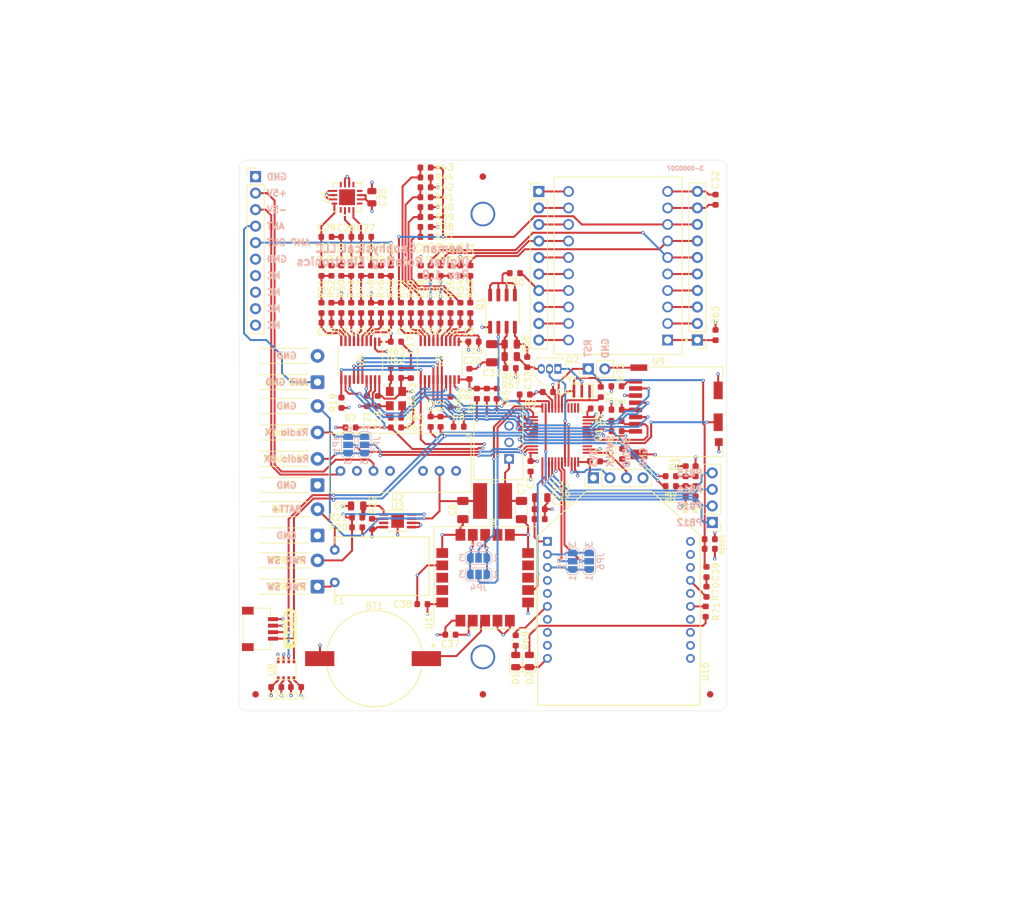
<source format=kicad_pcb>
(kicad_pcb (version 20211014) (generator pcbnew)
  (title_block (title "Digital Rotating Electronics - NSSL EFM") (date "2024-03-25") (rev "1.0") (company "Leeman Geophysical LLC") (comment 1 "(479) 373-3736") (comment 2 "Gentry, AR 72734") (comment 3 "23830 West AR Highway 12"))
  (layers (0 "F.Cu" signal) (1 "In1.Cu" signal) (2 "In2.Cu" signal) (31 "B.Cu" signal) (34 "B.Paste" user) (35 "F.Paste" user) (36 "B.SilkS" user "B.Silkscreen") (37 "F.SilkS" user "F.Silkscreen") (38 "B.Mask" user) (39 "F.Mask" user) (44 "Edge.Cuts" user))
  (net 0 "")
  (net 1 "Net-(BT1-Pad1)")
  (net 2 "+3V3")
  (net 3 "RESET")
  (net 4 "Net-(C7-Pad1)")
  (net 5 "Net-(C8-Pad2)")
  (net 6 "Net-(C9-Pad1)")
  (net 7 "Net-(C9-Pad2)")
  (net 8 "Net-(C10-Pad1)")
  (net 9 "Net-(C10-Pad2)")
  (net 10 "Net-(C11-Pad1)")
  (net 11 "Net-(C11-Pad2)")
  (net 12 "Net-(C12-Pad1)")
  (net 13 "Net-(C12-Pad2)")
  (net 14 "Net-(C13-Pad1)")
  (net 15 "Net-(C13-Pad2)")
  (net 16 "Net-(C14-Pad1)")
  (net 17 "Net-(C14-Pad2)")
  (net 18 "Net-(C15-Pad1)")
  (net 19 "Net-(C15-Pad2)")
  (net 20 "Net-(C16-Pad1)")
  (net 21 "Net-(C16-Pad2)")
  (net 22 "Net-(C21-Pad1)")
  (net 23 "Net-(C22-Pad1)")
  (net 24 "Xacc")
  (net 25 "Yacc")
  (net 26 "Zacc")
  (net 27 "Net-(C30-Pad2)")
  (net 28 "Net-(C31-Pad1)")
  (net 29 "Net-(C33-Pad1)")
  (net 30 "Net-(C33-Pad2)")
  (net 31 "Net-(C39-Pad2)")
  (net 32 "Net-(D1-Pad2)")
  (net 33 "Net-(D2-Pad2)")
  (net 34 "Net-(F1-Pad1)")
  (net 35 "Net-(F1-Pad2)")
  (net 36 "AMP_IN")
  (net 37 "+5V")
  (net 38 "-5V")
  (net 39 "AMP_OUT")
  (net 44 "Radio_RX")
  (net 45 "Radio_TX")
  (net 46 "I2C_SDA")
  (net 47 "I2C_SCL")
  (net 48 "Net-(J5-Pad1)")
  (net 49 "Net-(J5-Pad2)")
  (net 50 "Net-(J5-Pad3)")
  (net 51 "Net-(J5-Pad4)")
  (net 52 "SWDIO")
  (net 53 "SWCLK")
  (net 54 "Net-(J9-Pad2)")
  (net 55 "Vref")
  (net 56 "SD_CS")
  (net 57 "SPI_MOSI")
  (net 58 "SPI_SCK")
  (net 59 "SPI_MISO")
  (net 60 "SD_CD")
  (net 61 "Net-(JP1-Pad2)")
  (net 62 "Net-(JP2-Pad2)")
  (net 63 "GPS_TX")
  (net 64 "Net-(JP3-Pad2)")
  (net 65 "GPS_RX")
  (net 66 "Net-(JP4-Pad2)")
  (net 67 "XBee_TX")
  (net 68 "Net-(JP5-Pad2)")
  (net 69 "XBee_RX")
  (net 70 "Net-(JP6-Pad2)")
  (net 71 "Mag_Reset")
  (net 72 "Mag_Set")
  (net 73 "Net-(R1-Pad1)")
  (net 74 "Net-(R1-Pad2)")
  (net 75 "SPI_ADC_DRDY")
  (net 76 "SPI_Mag_ADC_CS")
  (net 77 "SPI_Acc_ADC_CS")
  (net 78 "Boot0")
  (net 79 "Net-(R10-Pad2)")
  (net 80 "Boot1")
  (net 81 "Net-(R11-Pad2)")
  (net 82 "ADC_RESET")
  (net 83 "Net-(R22-Pad2)")
  (net 84 "Net-(R23-Pad1)")
  (net 85 "Net-(R24-Pad1)")
  (net 86 "Net-(R25-Pad2)")
  (net 87 "Net-(R26-Pad1)")
  (net 88 "Net-(R28-Pad2)")
  (net 89 "Net-(R29-Pad1)")
  (net 90 "Net-(R31-Pad2)")
  (net 91 "Net-(R37-Pad1)")
  (net 92 "Net-(R39-Pad1)")
  (net 93 "Net-(R41-Pad1)")
  (net 94 "Net-(R43-Pad1)")
  (net 95 "Net-(R62-Pad2)")
  (net 96 "Net-(R64-Pad1)")
  (net 97 "Net-(R64-Pad2)")
  (net 98 "Net-(R69-Pad1)")
  (net 99 "Net-(R70-Pad2)")
  (net 100 "Net-(R71-Pad1)")
  (net 105 "GPS_PPS")
  (net 139 "+BATT")
  (net 140 "GND")
  (net 141 "/Peripherals/HMC17")
  (net 142 "/Peripherals/HMC11")
  (net 143 "/Peripherals/HMC12")
  (net 144 "/Peripherals/HMC13")
  (net 145 "Ymag")
  (net 146 "/Peripherals/HMC15")
  (net 147 "/Peripherals/HMC16")
  (net 148 "/Peripherals/HMC18")
  (net 149 "/Peripherals/HMC19")
  (net 150 "/Peripherals/HMC20")
  (net 151 "/Peripherals/HMC1")
  (net 152 "/Peripherals/HMC2")
  (net 153 "/Peripherals/HMC3")
  (net 154 "/Peripherals/HMC4")
  (net 155 "/Peripherals/HMC5")
  (net 156 "Zmag")
  (net 157 "Xmag")
  (net 158 "Net-(R61-Pad2)")
  (net 159 "Net-(J15-Pad1)")
  (net 160 "Net-(J15-Pad8)")
  (footprint "sensors:1-0001471" (layer "F.Cu") (at 115.124 136.085 90)
    (fp_text reference "U8")
    (fp_text value "1-0001471" hide)
  )
  (footprint "mechanical:MountingHole_imperial6" (layer "F.Cu") (at 145.38 134.108)
    (fp_text reference "H1" hide)
    (fp_text value "Imperial6")
  )
  (footprint "capacitors_0603:1-0000007" (layer "F.Cu") (at 155.383 93.343 180)
    (fp_text reference "C4")
    (fp_text value "1-0000007")
  )
  (footprint "capacitors_0603:1-0000018" (layer "F.Cu") (at 154.113 112.901)
    (fp_text reference "C35")
    (fp_text value "1-0000018")
  )
  (footprint "resistors_0603:1-0000006" (layer "F.Cu") (at 138.873 80.389 90)
    (fp_text reference "R55")
    (fp_text value "1-0000006")
  )
  (footprint "resistors_0603:1-0001551" (layer "F.Cu") (at 120.559 74.674 90)
    (fp_text reference "R23")
    (fp_text value "1-0001551")
  )
  (footprint "capacitors_0603:1-0000007" (layer "F.Cu") (at 162.749 95.883 180)
    (fp_text reference "C3")
    (fp_text value "1-0000007")
  )
  (footprint "resistors_0603:1-0001553" (layer "F.Cu") (at 140.397 74.674 90)
    (fp_text reference "R34")
    (fp_text value "1-0001553")
  )
  (footprint "Capacitor_SMD:C_0603_1608Metric" (layer "F.Cu") (at 142.683 82.675 180)
    (fp_text reference "C13")
    (fp_text value "C")
  )
  (footprint "capacitors_0603:1-0000007" (layer "F.Cu") (at 121.321 69.467)
    (fp_text reference "C29")
    (fp_text value "1-0000007")
  )
  (footprint "resistors_0603:1-0000174" (layer "F.Cu") (at 132.015 91.184 180)
    (fp_text reference "R62")
    (fp_text value "1-0000174")
  )
  (footprint "inductors:1-0000931" (layer "F.Cu") (at 146.874 110.107)
    (fp_text reference "L1")
    (fp_text value "1-0000931")
  )
  (footprint "resistors_0603:1-0001553" (layer "F.Cu") (at 141.921 74.674 90)
    (fp_text reference "R36")
    (fp_text value "1-0001553")
  )
  (footprint "resistors_0603:1-0001553" (layer "F.Cu") (at 122.083 74.674 90)
    (fp_text reference "R27")
    (fp_text value "1-0001553")
  )
  (footprint "resistors_0603:1-0000010" (layer "F.Cu") (at 165.924 97.788)
    (fp_text reference "R12")
    (fp_text value "1-0000010")
  )
  (footprint "capacitors_0805:1-0000075" (layer "F.Cu") (at 128.306 63.371 90)
    (fp_text reference "C25")
    (fp_text value "1-0000075")
  )
  (footprint "resistors_0603:1-0001552" (layer "F.Cu") (at 129.703 74.674 90)
    (fp_text reference "R35")
    (fp_text value "1-0001552")
  )
  (footprint "resistors_0603:1-0000006" (layer "F.Cu") (at 178.0905 108.583 -90)
    (fp_text reference "R17")
    (fp_text value "1-0000006")
  )
  (footprint "mosfets:1-0001548" (layer "F.Cu") (at 148.398 80.897 90)
    (fp_text reference "Q1")
    (fp_text value "1-0001548")
  )
  (footprint "adcs:1-0001530" (layer "F.Cu") (at 126.528 88.517 -90)
    (fp_text reference "U4")
    (fp_text value "1-0001530")
  )
  (footprint "resistors_0603:1-0000010" (layer "F.Cu") (at 144.461 93.597 -90)
    (fp_text reference "R4")
    (fp_text value "1-0000010")
  )
  (footprint "capacitors_0603:1-0000018" (layer "F.Cu") (at 180.272 115.9906)
    (fp_text reference "C5")
    (fp_text value "1-0000018")
  )
  (footprint "np_connectors:PinHeader_1x04_P2.54mm_Vertical" (layer "F.Cu") (at 162.378 106.551 90)
    (fp_text reference "J7" hide)
    (fp_text value "NP_Conn_01x04")
  )
  (footprint "resistors_0603:1-0000006" (layer "F.Cu") (at 132.015 98.804)
    (fp_text reference "R61")
    (fp_text value "1-0000006")
  )
  (footprint "leds_0805:1-0000599" (layer "F.Cu") (at 150.43 134.745 90)
    (fp_text reference "D1")
    (fp_text value "1-0000599")
  )
  (footprint "connectors:1-0001555" (layer "F.Cu") (at 158.558 73.912 180)
    (fp_text reference "J12" hide)
    (fp_text value "1-0001555" hide)
  )
  (footprint "resistors_0603:1-0000006" (layer "F.Cu") (at 131.227 80.389 90)
    (fp_text reference "R45")
    (fp_text value "1-0000006")
  )
  (footprint "connectors:1-0001555" (layer "F.Cu") (at 173.798 73.912 180)
    (fp_text reference "J11" hide)
    (fp_text value "1-0001555" hide)
  )
  (footprint "capacitors_0603:1-0000007" (layer "F.Cu") (at 140.397 130.681 180)
    (fp_text reference "C37")
    (fp_text value "1-0000007")
  )
  (footprint "mechanical:Fiducial_1mm_Mask2mm" (layer "F.Cu") (at 180.3385 139.8631)
    (fp_text reference "FID4" hide)
    (fp_text value "Fiducial_1mm_2mm")
  )
  (footprint "Capacitor_SMD:C_0603_1608Metric" (layer "F.Cu") (at 133.539 82.675)
    (fp_text reference "C16")
    (fp_text value "C")
  )
  (footprint "switches:1-0000576" (layer "F.Cu") (at 132.269 113.155)
    (fp_text reference "U3")
    (fp_text value "1-0000576")
  )
  (footprint "resistors_0603:1-0000010" (layer "F.Cu") (at 137.349 97.915 -90)
    (fp_text reference "R3")
    (fp_text value "1-0000010")
  )
  (footprint "Connector_PinHeader_2.54mm:PinHeader_1x10_P2.54mm_Vertical" (layer "F.Cu") (at 110.42 60.198)
    (fp_text reference "J2" hide)
    (fp_text value "Board to Board")
  )
  (footprint "resistors_0603:1-0001554" (layer "F.Cu") (at 137.349 74.674 -90)
    (fp_text reference "R25")
    (fp_text value "1-0001554")
  )
  (footprint "resistors_0603:1-0000006" (layer "F.Cu") (at 181.164 84.58 90)
    (fp_text reference "R65")
    (fp_text value "1-0000006")
  )
  (footprint "resistors_0603:1-0000006" (layer "F.Cu") (at 136.561 67.943)
    (fp_text reference "R38")
    (fp_text value "1-0000006")
  )
  (footprint "capacitors_0603:1-0000007" (layer "F.Cu") (at 152.208 88.7455 -90)
    (fp_text reference "C33")
    (fp_text value "1-0000007")
  )
  (footprint "resistors_0603:1-0000008" (layer "F.Cu") (at 150.43 131.57 -90)
    (fp_text reference "R69")
    (fp_text value "1-0000008")
  )
  (footprint "resistors_0603:1-0000006" (layer "F.Cu") (at 136.561 63.371)
    (fp_text reference "R41")
    (fp_text value "1-0000006")
  )
  (footprint "resistors_0603:1-0000006" (layer "F.Cu") (at 136.561 69.467)
    (fp_text reference "R37")
    (fp_text value "1-0000006")
  )
  (footprint "resistors_0603:1-0001551" (layer "F.Cu") (at 131.227 74.674 90)
    (fp_text reference "R29")
    (fp_text value "1-0001551")
  )
  (footprint "sensors:1-0001543" (layer "F.Cu") (at 166.178 73.912 180)
    (fp_text reference "U9")
    (fp_text value "1-0001543" hide)
  )
  (footprint "misc:barepcb" (layer "F.Cu") (at 163.068 169.926)
    (fp_text reference "PCB1")
    (fp_text value "barepcb")
  )
  (footprint "resistors_0603:1-0000010" (layer "F.Cu") (at 128.332 113.6375 90)
    (fp_text reference "R22")
    (fp_text value "1-0000010")
  )
  (footprint "resistors_0603:1-0000174" (layer "F.Cu") (at 165.947 99.366)
    (fp_text reference "R73")
    (fp_text value "1-0000174")
  )
  (footprint "connectors:1-0000190" (layer "F.Cu") (at 175.218 96.191 -90)
    (fp_text reference "J15" hide)
    (fp_text value "1-0000190" hide)
  )
  (footprint "resistors_0603:1-0000006" (layer "F.Cu") (at 136.561 66.419)
    (fp_text reference "R39")
    (fp_text value "1-0000006")
  )
  (footprint "batteries:1-0000246" (layer "F.Cu") (at 128.713 134.364 90)
    (fp_text reference "BT1")
    (fp_text value "1-0000246")
  )
  (footprint "dc_dc_converters:1-0000727" (layer "F.Cu") (at 147.763 101.09 90)
    (fp_text reference "PS1")
    (fp_text value "1-0000727")
  )
  (footprint "resistors_0603:1-0000006" (layer "F.Cu") (at 143.445 80.389 90)
    (fp_text reference "R53")
    (fp_text value "1-0000006")
  )
  (footprint "resistors_0603:1-0000010" (layer "F.Cu") (at 145.985 93.597 -90)
    (fp_text reference "R6")
    (fp_text value "1-0000010")
  )
  (footprint "capacitors_0603:1-0000926" (layer "F.Cu") (at 127.57 94.74 -90)
    (fp_text reference "C21")
    (fp_text value "1-0000926" hide)
  )
  (footprint "mechanical:Fiducial_1mm_Mask2mm" (layer "F.Cu") (at 110.425 139.8631)
    (fp_text reference "FID1" hide)
    (fp_text value "Fiducial_1mm_2mm")
  )
  (footprint "Connector_PinHeader_2.54mm:PinHeader_1x10_P2.54mm_Vertical" (layer "F.Cu") (at 178.37 85.337 180)
    (fp_text reference "J13" hide)
    (fp_text value "HMC Breakout Pins")
  )
  (footprint "resistors_0603:1-0000006" (layer "F.Cu") (at 132.015 97.28)
    (fp_text reference "R64")
    (fp_text value "1-0000006")
  )
  (footprint "resistors_0805:1-0001549" (layer "F.Cu") (at 149.668 85.977)
    (fp_text reference "R66")
    (fp_text value "1-0001549" hide)
  )
  (footprint "capacitors_0603:1-0000926" (layer "F.Cu") (at 140.397 94.867 -90)
    (fp_text reference "C22")
    (fp_text value "1-0000926" hide)
  )
  (footprint "resistors_0603:1-0000006" (layer "F.Cu") (at 140.397 80.389 90)
    (fp_text reference "R56")
    (fp_text value "1-0000006")
  )
  (footprint "resistors_0603:1-0000006" (layer "F.Cu") (at 179.767 124.077 -90)
    (fp_text reference "R70")
    (fp_text value "1-0000006")
  )
  (footprint "capacitors_0603:1-0000018" (layer "F.Cu") (at 143.318 90.549 90)
    (fp_text reference "C20")
    (fp_text value "1-0000018")
  )
  (footprint "resistors_0603:1-0001551" (layer "F.Cu") (at 125.131 74.674 90)
    (fp_text reference "R24")
    (fp_text value "1-0001551")
  )
  (footprint "resistors_0603:1-0000174" (layer "F.Cu") (at 174.2805 107.821)
    (fp_text reference "R11")
    (fp_text value "1-0000174")
  )
  (footprint "resistors_0603:1-0000006" (layer "F.Cu") (at 136.561 61.847)
    (fp_text reference "R42")
    (fp_text value "1-0000006")
  )
  (footprint "capacitors_0603:1-0000007" (layer "F.Cu") (at 124.369 69.467 180)
    (fp_text reference "C28")
    (fp_text value "1-0000007")
  )
  (footprint "Capacitor_SMD:C_0603_1608Metric" (layer "F.Cu") (at 124.382 82.675 180)
    (fp_text reference "C11")
    (fp_text value "C")
  )
  (footprint "resistors_0603:1-0000010" (layer "F.Cu") (at 125.03 98.804)
    (fp_text reference "R7")
    (fp_text value "1-0000010")
  )
  (footprint "crystals_resonators:1-0000721" (layer "F.Cu") (at 160.59 93.216 180)
    (fp_text reference "Y1")
    (fp_text value "1-0000721")
  )
  (footprint "resistors_0603:1-0000010" (layer "F.Cu") (at 138.873 97.915 -90)
    (fp_text reference "R2")
    (fp_text value "1-0000010")
  )
  (footprint "np_connectors:SolderWire_1x02_Relief" (layer "F.Cu") (at 120.546 113.341 -90)
    (fp_text reference "J8" hide)
    (fp_text value "NP_Conn_01x02_Relief")
  )
  (footprint "resistors_0603:1-0000006" (layer "F.Cu") (at 129.703 80.389 90)
    (fp_text reference "R46")
    (fp_text value "1-0000006")
  )
  (footprint "transistors:1-0001214" (layer "F.Cu") (at 156.907 89.787 180)
    (fp_text reference "Q2")
    (fp_text value "1-0001214")
  )
  (footprint "np_connectors:SolderWire_1x02_Relief" (layer "F.Cu") (at 120.546 121.215 -90)
    (fp_text reference "J9" hide)
    (fp_text value "NP_Conn_01x02_Relief")
  )
  (footprint "np_connectors:SolderWire_1x04_Relief" (layer "F.Cu") (at 121.562 101.53 -90)
    (fp_text reference "J3" hide)
    (fp_text value "NP_Conn_01x04_Relief")
  )
  (footprint "resistors_0603:1-0000006" (layer "F.Cu") (at 135.825 80.389 90)
    (fp_text reference "R58")
    (fp_text value "1-0000006")
  )
  (footprint "resistors_0603:1-0000006" (layer "F.Cu") (at 126.655 80.389 90)
    (fp_text reference "R47")
    (fp_text value "1-0000006")
  )
  (footprint "capacitors_1206:1-0000136" (layer "F.Cu") (at 142.302 111.504 -90)
    (fp_text reference "C6")
    (fp_text value "1-0000136")
  )
  (footprint "capacitors_0805:1-0000075" (layer "F.Cu") (at 126.046 110.869)
    (fp_text reference "C8")
    (fp_text value "1-0000075")
  )
  (footprint "resistors_0603:1-0000010" (layer "F.Cu") (at 147.509 93.597 -90)
    (fp_text reference "R5")
    (fp_text value "1-0000010")
  )
  (footprint "capacitors_0603:1-0000007" (layer "F.Cu") (at 127.417 69.467)
    (fp_text reference "C27")
    (fp_text value "1-0000007")
  )
  (footprint "capacitors_0603:1-0000007" (layer "F.Cu") (at 113.6 138.752)
    (fp_text reference "C26")
    (fp_text value "1-0000007")
  )
  (footprint "resistors_0603:1-0000010" (layer "F.Cu") (at 180.275 117.473 180)
    (fp_text reference "R16")
    (fp_text value "1-0000010")
  )
  (footprint "capacitors_0603:1-0000007" (layer "F.Cu") (at 136.079 125.982)
    (fp_text reference "C38")
    (fp_text value "1-0000007")
  )
  (footprint "capacitors_0603:1-0000018" (layer "F.Cu") (at 143.953 85.596)
    (fp_text reference "C18")
    (fp_text value "1-0000018")
  )
  (footprint "Capacitor_SMD:C_0603_1608Metric" (layer "F.Cu") (at 130.478 82.675 180)
    (fp_text reference "C9")
    (fp_text value "C")
  )
  (footprint "resistors_0603:1-0000008" (layer "F.Cu") (at 179.64 127.125 -90)
    (fp_text reference "R71")
    (fp_text value "1-0000008")
  )
  (footprint "capacitors_0603:1-0000018" (layer "F.Cu") (at 132.015 85.596)
    (fp_text reference "C17")
    (fp_text value "1-0000018")
  )
  (footprint "resistors_0603:1-0000006" (layer "F.Cu") (at 126.046 114.171)
    (fp_text reference "R20")
    (fp_text value "1-0000006")
  )
  (footprint "resistors_0805:1-0001549" (layer "F.Cu") (at 149.668 87.882)
    (fp_text reference "R68")
    (fp_text value "1-0001549" hide)
  )
  (footprint "resistors_0603:1-0000006" (layer "F.Cu") (at 136.561 60.323)
    (fp_text reference "R44")
    (fp_text value "1-0000006")
  )
  (footprint "connectors:1-0000050" (layer "F.Cu") (at 166.178 125.347)
    (fp_text reference "J14" hide)
    (fp_text value "1-0000050" hide)
  )
  (footprint "capacitors_0603:1-0000007" (layer "F.Cu") (at 152.716 104.773 90)
    (fp_text reference "C2")
    (fp_text value "1-0000007")
  )
  (footprint "capacitors_0603:1-0000007" (layer "F.Cu") (at 165.947 96.064)
    (fp_text reference "C40")
    (fp_text value "1-0000007")
  )
  (footprint "resistors_0603:1-0000006" (layer "F.Cu") (at 132.015 89.66)
    (fp_text reference "R63")
    (fp_text value "1-0000006")
  )
  (footprint "resistors_0603:1-0000010" (layer "F.Cu") (at 123.633 94.994 90)
    (fp_text reference "R19")
    (fp_text value "1-0000010")
  )
  (footprint "mechanical:MountingHole_imperial6" (layer "F.Cu") (at 145.38 65.958)
    (fp_text reference "H2" hide)
    (fp_text value "Imperial6")
  )
  (footprint "dc_dc_converters:1-0000465" (layer "F.Cu") (at 132.65 105.535 180)
    (fp_text reference "U2")
    (fp_text value "1-0000465")
  )
  (footprint "resistors_0603:1-0000006" (layer "F.Cu") (at 137.349 80.389 90)
    (fp_text reference "R57")
    (fp_text value "1-0000006")
  )
  (footprint "capacitors_0603:1-0000007" (layer "F.Cu") (at 154.113 111.377)
    (fp_text reference "C36")
    (fp_text value "1-0000007")
  )
  (footprint "np_connectors:PinHeader_1x02_P2.54mm_Vertical" (layer "F.Cu") (at 161.601 89.787 90)
    (fp_text reference "J6" hide)
    (fp_text value "NP_Conn_01x02_Relief")
  )
  (footprint "leds_0805:1-0000601" (layer "F.Cu") (at 152.536596 134.739916 90)
    (fp_text reference "D2")
    (fp_text value "1-0000601")
  )
  (footprint "capacitors_0603:1-0000018" (layer "F.Cu") (at 129.221 94.74 -90)
    (fp_text reference "C19")
    (fp_text value "1-0000018")
  )
  (footprint "sensors:1-0001535" (layer "F.Cu") (at 124.496 63.371 -90)
    (fp_text reference "U7")
    (fp_text value "1-0001535")
  )
  (footprint "resistors_0603:1-0000010" (layer "F.Cu") (at 141.667 98.677)
    (fp_text reference "R8")
    (fp_text value "1-0000010")
  )
  (footprint "mechanical:Fiducial_1mm_Mask2mm" (layer "F.Cu") (at 145.3723 60.196)
    (fp_text reference "FID3" hide)
    (fp_text value "Fiducial_1mm_2mm")
  )
  (footprint "capacitors_1206:1-0000136" (layer "F.Cu") (at 146.747 87.374 -90)
    (fp_text reference "C31")
    (fp_text value "1-0000136")
  )
  (footprint "Connector_PinHeader_2.54mm:PinHeader_1x10_P2.54mm_Vertical" (layer "F.Cu") (at 153.986 62.487)
    (fp_text reference "J10" hide)
    (fp_text value "HMC Breakout Pins")
  )
  (footprint "resistors_0603:1-0000006" (layer "F.Cu") (at 176.5665 108.583 90)
    (fp_text reference "R18")
    (fp_text value "1-0000006")
  )
  (footprint "resistors_0603:1-0000006" (layer "F.Cu") (at 125.131 80.389 90)
    (fp_text reference "R49")
    (fp_text value "1-0000006")
  )
  (footprint "fuses:1-0000269" (layer "F.Cu") (at 122.602 120.14 -90)
    (fp_text reference "F1")
    (fp_text value "1-0000269")
  )
  (footprint "resistors_0603:1-0000006" (layer "F.Cu") (at 141.921 80.389 90)
    (fp_text reference "R54")
    (fp_text value "1-0000006")
  )
  (footprint "Capacitor_SMD:C_0603_1608Metric" (layer "F.Cu") (at 139.635 82.675)
    (fp_text reference "C14")
    (fp_text value "C")
  )
  (footprint "Capacitor_SMD:C_0603_1608Metric" (layer "F.Cu") (at 127.43 82.675)
    (fp_text reference "C10")
    (fp_text value "C")
  )
  (footprint "capacitors_0603:1-0000007" (layer "F.Cu") (at 134.301 90.422 -90)
    (fp_text reference "C23")
    (fp_text value "1-0000007")
  )
  (footprint "capacitors_0603:1-0000007" (layer "F.Cu") (at 116.648 138.752 180)
    (fp_text reference "C24")
    (fp_text value "1-0000007")
  )
  (footprint "resistors_0603:1-0000006" (layer "F.Cu") (at 136.561 58.799)
    (fp_text reference "R43")
    (fp_text value "1-0000006")
  )
  (footprint "np_connectors:SolderWire_1x02_Relief" (layer "F.Cu") (at 120.546 89.747 -90)
    (fp_text reference "J1" hide)
    (fp_text value "NP_Conn_01x02_Relief")
  )
  (footprint "capacitors_0603:1-0000007" (layer "F.Cu") (at 162.622 104.011 180)
    (fp_text reference "C1")
    (fp_text value "1-0000007")
  )
  (footprint "Capacitor_SMD:C_0603_1608Metric" (layer "F.Cu") (at 121.334 82.675)
    (fp_text reference "C12")
    (fp_text value "C")
  )
  (footprint "lib_fp:5mm qwiic logo" (layer "F.Cu") (at 115.759 129.792 -90)
    (fp_text reference "G***" hide)
    (fp_text value "QWIIC" hide)
  )
  (footprint "resistors_0603:1-0000006" (layer "F.Cu") (at 134.301 80.389 90)
    (fp_text reference "R60")
    (fp_text value "1-0000006")
  )
  (footprint "resistors_0603:1-0001528" (layer "F.Cu") (at 149.668 89.66 180)
    (fp_text reference "R67")
    (fp_text value "1-0001528")
  )
  (footprint "resistors_0603:1-0001553" (layer "F.Cu") (at 128.179 74.674 90)
    (fp_text reference "R33")
    (fp_text value "1-0001553")
  )
  (footprint "others:1-0000785" (layer "F.Cu") (at 166.305 116.33)
    (fp_text reference "U10")
    (fp_text value "1-0000785" hide)
  )
  (footprint "np_connectors:PinHeader_1x04_P2.54mm_Vertical" (layer "F.Cu") (at 180.656 113.409 180)
    (fp_text reference "J5" hide)
    (fp_text value "NP_Conn_01x04")
  )
  (footprint "resistors_0603:1-0000006" (layer "F.Cu") (at 136.561 64.895)
    (fp_text reference "R40")
    (fp_text value "1-0000006")
  )
  (footprint "resistors_0603:1-0001554" (layer "F.Cu") (at 138.873 74.674 -90)
    (fp_text reference "R28")
    (fp_text value "1-0001554")
  )
  (footprint "connectors:1-0001205" (layer "F.Cu") (at 110.806 129.792 90)
    (fp_text reference "J4" hide)
    (fp_text value "1-0001205")
  )
  (footprint "resistors_0603:1-0000174" (layer "F.Cu") (at 165.924 92.454)
    (fp_text reference "R72")
    (fp_text value "1-0000174")
  )
  (footprint "resistors_0603:1-0000006" (layer "F.Cu") (at 132.777 80.389 90)
    (fp_text reference "R59")
    (fp_text value "1-0000006")
  )
  (footprint "resistors_0603:1-0000006" (layer "F.Cu") (at 120.559 80.389 90)
    (fp_text reference "R51")
    (fp_text value "1-0000006")
  )
  (footprint "resistors_0603:1-0001553" (layer "F.Cu") (at 123.607 74.674 90)
    (fp_text reference "R30")
    (fp_text value "1-0001553")
  )
  (footprint "capacitors_0603:1-0000322" (layer "F.Cu") (at 150.303 75.055 180)
    (fp_text reference "C30")
    (fp_text value "1-0000322")
  )
  (footprint "resistors_0603:1-0000068" (layer "F.Cu") (at 126.046 112.647)
    (fp_text reference "R21")
    (fp_text value "1-0000068")
  )
  (footprint "capacitors_0603:1-0000007" (layer "F.Cu") (at 179.767 121.029 -90)
    (fp_text reference "C39")
    (fp_text value "1-0000007")
  )
  (footprint "crystals_resonators:1-0001542" (layer "F.Cu") (at 132.015 94.359)
    (fp_text reference "U6")
    (fp_text value "1-0001542" hide)
  )
  (footprint "capacitors_1206:1-0000136" (layer "F.Cu") (at 151.319 111.504 -90)
    (fp_text reference "C7")
    (fp_text value "1-0000136")
  )
  (footprint "resistors_0603:1-0000006" (layer "F.Cu") (at 122.083 80.389 90)
    (fp_text reference "R52")
    (fp_text value "1-0000006")
  )
  (footprint "microcontrollers:1-0000207" (layer "F.Cu") (at 157.288 99.947 -90)
    (fp_text reference "U1")
    (fp_text value "1-0000207")
  )
  (footprint "resistors_0603:1-0001551" (layer "F.Cu") (at 126.655 74.674 90)
    (fp_text reference "R26")
    (fp_text value "1-0001551")
  )
  (footprint "others:1-0000446" (layer "F.Cu") (at 145.731 121.918 90)
    (fp_text reference "U11")
    (fp_text value "1-0000446")
  )
  (footprint "resistors_0603:1-0000010" (layer "F.Cu") (at 166.813 102.868 90)
    (fp_text reference "R15")
    (fp_text value "1-0000010")
  )
  (footprint "resistors_0603:1-0001554" (layer "F.Cu") (at 143.445 74.674 -90)
    (fp_text reference "R31")
    (fp_text value "1-0001554")
  )
  (footprint "resistors_0603:1-0000006" (layer "F.Cu") (at 128.179 80.389 90)
    (fp_text reference "R48")
    (fp_text value "1-0000006")
  )
  (footprint "resistors_0603:1-0000006" (layer "F.Cu") (at 123.607 80.389 90)
    (fp_text reference "R50")
    (fp_text value "1-0000006")
  )
  (footprint "mechanical:Fiducial_1mm_Mask2mm" (layer "F.Cu") (at 145.385 139.8631)
    (fp_text reference "FID2" hide)
    (fp_text value "Fiducial_1mm_2mm")
  )
  (footprint "resistors_0603:1-0000174" (layer "F.Cu") (at 174.2805 106.297)
    (fp_text reference "R10")
    (fp_text value "1-0000174")
  )
  (footprint "resistors_0603:1-0000006" (layer "F.Cu") (at 178.0905 105.535 90)
    (fp_text reference "R13")
    (fp_text value "1-0000006")
  )
  (footprint "resistors_0603:1-0000010" (layer "F.Cu") (at 151.827 93.724 180)
    (fp_text reference "R9")
    (fp_text value "1-0000010")
  )
  (footprint "resistors_0603:1-0001553" (layer "F.Cu") (at 135.825 74.674 90)
    (fp_text reference "R32")
    (fp_text value "1-0001553")
  )
  (footprint "Capacitor_SMD:C_0603_1608Metric" (layer "F.Cu") (at 136.587 82.675 180)
    (fp_text reference "C15")
    (fp_text value "C")
  )
  (footprint "resistors_0603:1-0000006" (layer "F.Cu") (at 176.5665 105.535 -90)
    (fp_text reference "R14")
    (fp_text value "1-0000006")
  )
  (footprint "capacitors_0603:1-0000007" (layer "F.Cu") (at 181.164 63.752 -90)
    (fp_text reference "C32")
    (fp_text value "1-0000007")
  )
  (footprint "adcs:1-0001530" (layer "F.Cu") (at 138.746 88.517 -90)
    (fp_text reference "U5")
    (fp_text value "1-0001530")
  )
  (footprint "resistors_0603:1-0000006" (layer "F.Cu") (at 163.511 93.343 90)
    (fp_text reference "R1")
    (fp_text value "1-0000006")
  )
  (footprint "capacitors_0805:1-0000075" (layer "F.Cu") (at 154.367 109.599)
    (fp_text reference "C34")
    (fp_text value "1-0000075")
  )
  (footprint "Jumper:SolderJumper-3_P1.3mm_Open_RoundedPad1.0x1.5mm_NumberLabels" (layer "B.Cu") (at 124.649 101.471 -90)
    (fp_text reference "JP1")
    (fp_text value "SolderJumper_3_Open")
  )
  (footprint "Jumper:SolderJumper-3_P1.3mm_Open_RoundedPad1.0x1.5mm_NumberLabels" (layer "B.Cu") (at 144.715 118.87 180)
    (fp_text reference "JP3")
    (fp_text value "SolderJumper_3_Open")
  )
  (footprint "Jumper:SolderJumper-3_P1.3mm_Open_RoundedPad1.0x1.5mm_NumberLabels" (layer "B.Cu") (at 161.733 119.378 90)
    (fp_text reference "JP6")
    (fp_text value "SolderJumper_3_Open")
  )
  (footprint "Jumper:SolderJumper-3_P1.3mm_Open_RoundedPad1.0x1.5mm_NumberLabels" (layer "B.Cu") (at 144.715 121.41 180)
    (fp_text reference "JP4")
    (fp_text value "SolderJumper_3_Open")
  )
  (footprint "Jumper:SolderJumper-3_P1.3mm_Open_RoundedPad1.0x1.5mm_NumberLabels" (layer "B.Cu") (at 127.189 101.471 -90)
    (fp_text reference "JP2")
    (fp_text value "SolderJumper_3_Open")
  )
  (footprint "Jumper:SolderJumper-3_P1.3mm_Open_RoundedPad1.0x1.5mm_NumberLabels" (layer "B.Cu") (at 159.193 119.378 90)
    (fp_text reference "JP5")
    (fp_text value "SolderJumper_3_Open")
  )
  (gr_line (start 109.028 57.656) (end 181.737 57.658) (layer "Edge.Cuts") (width 0.05))
  (gr_line (start 107.88 141.265) (end 107.885 58.799) (layer "Edge.Cuts") (width 0.05))
  (gr_line (start 181.737 142.408) (end 109.023 142.408) (layer "Edge.Cuts") (width 0.05))
  (gr_line (start 182.88 58.801) (end 182.88 141.265) (layer "Edge.Cuts") (width 0.05))
  (gr_arc (start 181.737 57.658) (mid 182.545223 57.992777) (end 182.88 58.801) (layer "Edge.Cuts") (width 0.05))
  (gr_arc (start 107.885 58.799) (mid 108.219777 57.990777) (end 109.028 57.656) (layer "Edge.Cuts") (width 0.05))
  (gr_arc (start 182.88 141.265) (mid 182.545223 142.073223) (end 181.737 142.408) (layer "Edge.Cuts") (width 0.05))
  (gr_arc (start 109.023 142.408) (mid 108.214777 142.073223) (end 107.88 141.265) (layer "Edge.Cuts") (width 0.05))
  (gr_text "RST" (at 161.544 86.614 90) (layer "B.SilkS") (effects (font (size 1 1) (thickness 0.25)) (justify mirror)))
  (gr_text "GND" (at 113.7016 60.2214) (layer "B.SilkS") (effects (font (size 1 1) (thickness 0.25)) (justify mirror)))
  (gr_text "BATT+" (at 115.189 111.379) (layer "B.SilkS") (effects (font (size 1 1) (thickness 0.25)) (justify mirror)))
  (gr_text "3-0000207" (at 176.53 58.928) (layer "B.SilkS") (effects (font (size 0.635 0.635) (thickness 0.15875)) (justify mirror)))
  (gr_text "NC" (at 113.2016 83.0687) (layer "B.SilkS") (effects (font (size 1 1) (thickness 0.25)) (justify mirror)))
  (gr_text "NC" (at 113.2016 80.5287) (layer "B.SilkS") (effects (font (size 1 1) (thickness 0.25)) (justify mirror)))
  (gr_text "SWCLK" (at 164.9349 102.4763 90) (layer "B.SilkS") (effects (font (size 1 1) (thickness 0.25)) (justify mirror)))
  (gr_text "GND" (at 115.189 107.696) (layer "B.SilkS") (effects (font (size 1 1) (thickness 0.25)) (justify mirror)))
  (gr_text "GND" (at 115.189 95.504) (layer "B.SilkS") (effects (font (size 1 1) (thickness 0.25)) (justify mirror)))
  (gr_text "GND" (at 115.189 115.443) (layer "B.SilkS") (effects (font (size 1 1) (thickness 0.25)) (justify mirror)))
  (gr_text "GND" (at 113.7016 72.896) (layer "B.SilkS") (effects (font (size 1 1) (thickness 0.25)) (justify mirror)))
  (gr_text "PB14" (at 177.165 108.3437) (layer "B.SilkS") (effects (font (size 1 1) (thickness 0.25)) (justify mirror)))
  (gr_text "GND" (at 164.211 86.614 90) (layer "B.SilkS") (effects (font (size 1 1) (thickness 0.25)) (justify mirror)))
  (gr_text "GND" (at 115.189 87.757) (layer "B.SilkS") (effects (font (size 1 1) (thickness 0.25)) (justify mirror)))
  (gr_text "+5V" (at 113.7016 62.736) (layer "B.SilkS") (effects (font (size 1 1) (thickness 0.25)) (justify mirror)))
  (gr_text "GND" (at 170.053 103.4034 90) (layer "B.SilkS") (effects (font (size 1 1) (thickness 0.25)) (justify mirror)))
  (gr_text "3V3" (at 162.433 103.505 90) (layer "B.SilkS") (effects (font (size 1 1) (thickness 0.25)) (justify mirror)))
  (gr_text "-5V" (at 113.7016 65.2887) (layer "B.SilkS") (effects (font (size 1 1) (thickness 0.25)) (justify mirror)))
  (gr_text "PB12" (at 177.165 113.4364) (layer "B.SilkS") (effects (font (size 1 1) (thickness 0.25)) (justify mirror)))
  (gr_text "AMP OUT" (at 115.487315 70.3433) (layer "B.SilkS") (effects (font (size 1 1) (thickness 0.25)) (justify mirror)))
  (gr_text "ANT" (at 113.511124 67.8287) (layer "B.SilkS") (effects (font (size 1 1) (thickness 0.25)) (justify mirror)))
  (gr_text "SWDIO" (at 167.4876 102.6287 90) (layer "B.SilkS") (effects (font (size 1 1) (thickness 0.25)) (justify mirror)))
  (gr_text "PB15" (at 177.165 105.791) (layer "B.SilkS") (effects (font (size 1 1) (thickness 0.25)) (justify mirror)))
  (gr_text "NC" (at 113.2016 77.9633) (layer "B.SilkS") (effects (font (size 1 1) (thickness 0.25)) (justify mirror)))
  (gr_text "NC" (at 113.2016 75.436) (layer "B.SilkS") (effects (font (size 1 1) (thickness 0.25)) (justify mirror)))
  (gr_text "Radio RX" (at 115.189 103.632) (layer "B.SilkS") (effects (font (size 1 1) (thickness 0.25)) (justify mirror)))
  (gr_text "PWR SW" (at 115.189 123.317) (layer "B.SilkS") (effects (font (size 1 1) (thickness 0.25)) (justify mirror)))
  (gr_text "PB13" (at 177.165 110.9091) (layer "B.SilkS") (effects (font (size 1 1) (thickness 0.25)) (justify mirror)))
  (gr_text "PWR SW" (at 115.189 119.253) (layer "B.SilkS") (effects (font (size 1 1) (thickness 0.25)) (justify mirror)))
  (gr_text "ANT GND" (at 115.189 91.821) (layer "B.SilkS") (effects (font (size 1 1) (thickness 0.25)) (justify mirror)))
  (gr_text "Radio TX" (at 115.189 99.568) (layer "B.SilkS") (effects (font (size 1 1) (thickness 0.25)) (justify mirror)))
  (gr_text "Leeman Geophysical LLC\nDigital Rotating Electronics\nRev 1.0" (at 143.51 73.279) (layer "B.SilkS") (effects (font (size 1.27 1.27) (thickness 0.3)) (justify left mirror)))
  (gr_text "ANT GND" (at 115.189 91.821) (layer "F.SilkS") (effects (font (size 1 1) (thickness 0.25))))
  (gr_text "PWR SW" (at 115.189 123.317) (layer "F.SilkS") (effects (font (size 1 1) (thickness 0.25))))
  (gr_text "GND" (at 115.189 95.504) (layer "F.SilkS") (effects (font (size 1 1) (thickness 0.25))))
  (gr_text "Radio RX" (at 115.189 103.632) (layer "F.SilkS") (effects (font (size 1 1) (thickness 0.25))))
  (gr_text "Radio TX" (at 115.189 99.568) (layer "F.SilkS") (effects (font (size 1 1) (thickness 0.25))))
  (gr_text "BATT+" (at 115.189 111.379) (layer "F.SilkS") (effects (font (size 1 1) (thickness 0.25))))
  (gr_text "GND" (at 115.189 115.443) (layer "F.SilkS") (effects (font (size 1 1) (thickness 0.25))))
  (gr_text "GND" (at 115.189 87.757) (layer "F.SilkS") (effects (font (size 1 1) (thickness 0.25))))
  (gr_text "GND" (at 115.189 107.696) (layer "F.SilkS") (effects (font (size 1 1) (thickness 0.25))))
  (gr_text "PWR SW" (at 115.189 119.253) (layer "F.SilkS") (effects (font (size 1 1) (thickness 0.25))))
  (segment (start 136.688 134.364) (end 137.069 133.983) (width 0.3048) (layer "F.Cu") (net 1))
  (segment (start 137.069 133.983) (end 141.286 133.983) (width 0.3048) (layer "F.Cu") (net 1))
  (segment (start 141.286 133.983) (end 145.096 130.173) (width 0.3048) (layer "F.Cu") (net 1))
  (segment (start 145.096 130.173) (end 145.096 128.518) (width 0.3048) (layer "F.Cu") (net 1))
  (segment (start 161.8345 106.0075) (end 162.378 106.551) (width 0.3048) (layer "F.Cu") (net 2))
  (segment (start 126.980001 63.696001) (end 127.345999 63.696001) (width 0.3048) (layer "F.Cu") (net 2))
  (segment (start 126.980001 63.696001) (end 126.4391 63.696001) (width 0.3048) (layer "F.Cu") (net 2))
  (segment (start 135.2915 121.5625) (end 135.2915 125.982) (width 0.3048) (layer "F.Cu") (net 2))
  (segment (start 161.9615 95.883) (end 161.4505 96.394) (width 0.3048) (layer "F.Cu") (net 2))
  (segment (start 152.6145 93.724) (end 153.224 93.724) (width 0.3048) (layer "F.Cu") (net 2))
  (segment (start 153.3255 109.703) (end 153.3255 111.377) (width 0.3048) (layer "F.Cu") (net 2))
  (segment (start 130.237 94.359) (end 131.865001 94.359) (width 0.3048) (layer "F.Cu") (net 2))
  (segment (start 143.1655 85.596) (end 143.1655 86.8405) (width 0.3048) (layer "F.Cu") (net 2))
  (segment (start 165.1365 97.788) (end 165.1365 99.343) (width 0.3048) (layer "F.Cu") (net 2))
  (segment (start 115.8605 138.0915) (end 115.8605 138.752) (width 0.3048) (layer "F.Cu") (net 2))
  (segment (start 114.608 129.292) (end 114.616 129.284) (width 0.3048) (layer "F.Cu") (net 2))
  (segment (start 152.716 103.9855) (end 152.716 102.697) (width 0.3048) (layer "F.Cu") (net 2))
  (segment (start 168.841 96.064) (end 168.868 96.091) (width 0.3048) (layer "F.Cu") (net 2))
  (segment (start 112.8125 140.0295) (end 112.838 140.055) (width 0.3048) (layer "F.Cu") (net 2))
  (segment (start 152.716 102.697) (end 153.1255 102.697) (width 0.3048) (layer "F.Cu") (net 2))
  (segment (start 166.813 103.6555) (end 166.813 103.757) (width 0.3048) (layer "F.Cu") (net 2))
  (segment (start 129.453 85.61505) (end 131.20845 85.61505) (width 0.3048) (layer "F.Cu") (net 2))
  (segment (start 123.633 95.7815) (end 124.7505 95.7815) (width 0.3048) (layer "F.Cu") (net 2))
  (segment (start 154.748 93.343) (end 156.038 94.633) (width 0.3048) (layer "F.Cu") (net 2))
  (segment (start 143.196 130.676) (end 143.191 130.681) (width 0.3048) (layer "F.Cu") (net 2))
  (segment (start 143.318 91.3365) (end 143.23555 91.41895) (width 0.3048) (layer "F.Cu") (net 2))
  (segment (start 161.736 104.1095) (end 161.8345 104.011) (width 0.3048) (layer "F.Cu") (net 2))
  (segment (start 166.7345 96.064) (end 166.7345 95.0425) (width 0.3048) (layer "F.Cu") (net 2))
  (segment (start 131.253778 85.569722) (end 131.2275 85.596) (width 0.3048) (layer "F.Cu") (net 2))
  (segment (start 154.5955 93.343) (end 154.748 93.343) (width 0.3048) (layer "F.Cu") (net 2))
  (segment (start 178.0905 109.3705) (end 178.0905 110.3865) (width 0.3048) (layer "F.Cu") (net 2))
  (segment (start 153.3255 111.377) (end 153.3255 112.901) (width 0.3048) (layer "F.Cu") (net 2))
  (segment (start 127.345999 63.045999) (end 126.4391 63.045999) (width 0.3048) (layer "F.Cu") (net 2))
  (segment (start 124.2425 98.804) (end 122.744 98.804) (width 0.3048) (layer "F.Cu") (net 2))
  (segment (start 143.196 128.518) (end 143.196 130.676) (width 0.3048) (layer "F.Cu") (net 2))
  (segment (start 113.924 137.285) (end 113.924 137.6405) (width 0.3048) (layer "F.Cu") (net 2))
  (segment (start 143.23555 91.41895) (end 141.670998 91.41895) (width 0.3048) (layer "F.Cu") (net 2))
  (segment (start 167.321 100.1387) (end 167.3139 100.1458) (width 0.3048) (layer "F.Cu") (net 2))
  (segment (start 135.317 121.537) (end 135.2915 121.5625) (width 0.3048) (layer "F.Cu") (net 2))
  (segment (start 178.0905 104.7475) (end 178.0905 103.4015) (width 0.3048) (layer "F.Cu") (net 2))
  (segment (start 143.3435 92.8095) (end 143.318 92.835) (width 0.3048) (layer "F.Cu") (net 2))
  (segment (start 137.349 97.1275) (end 137.349 95.883) (width 0.3048) (layer "F.Cu") (net 2))
  (segment (start 156.038 94.633) (end 156.038 95.7845) (width 0.3048) (layer "F.Cu") (net 2))
  (segment (start 154.5955 93.343) (end 153.605 93.343) (width 0.3048) (layer "F.Cu") (net 2))
  (segment (start 178.0905 110.3865) (end 177.608 110.869) (width 0.3048) (layer "F.Cu") (net 2))
  (segment (start 115.8605 140.0295) (end 115.886 140.055) (width 0.3048) (layer "F.Cu") (net 2))
  (segment (start 132.8025 91.184) (end 134.2755 91.184) (width 0.3048) (layer "F.Cu") (net 2))
  (segment (start 143.1655 86.8405) (end 143.191 86.866) (width 0.3048) (layer "F.Cu") (net 2))
  (segment (start 113.106 129.292) (end 114.608 129.292) (width 0.3048) (layer "F.Cu") (net 2))
  (segment (start 115.524 137.285) (end 115.524 137.755) (width 0.3048) (layer "F.Cu") (net 2))
  (segment (start 131.253778 84.326778) (end 131.253778 85.569722) (width 0.3048) (layer "F.Cu") (net 2))
  (segment (start 132.965001 93.259) (end 134.385 93.259) (width 0.3048) (layer "F.Cu") (net 2))
  (segment (start 112.8125 138.752) (end 112.8125 140.0295) (width 0.3048) (layer "F.Cu") (net 2))
  (segment (start 153.4295 109.599) (end 153.3255 109.703) (width 0.3048) (layer "F.Cu") (net 2))
  (segment (start 162.3748 97.197) (end 161.4505 97.197) (width 0.3048) (layer "F.Cu") (net 2))
  (segment (start 140.3715 97.1275) (end 138.873 97.1275) (width 0.3048) (layer "F.Cu") (net 2))
  (segment (start 165.1365 93.1905) (end 165.162 93.216) (width 0.3048) (layer "F.Cu") (net 2))
  (segment (start 166.813 103.757) (end 167.575 104.519) (width 0.3048) (layer "F.Cu") (net 2))
  (segment (start 162.7744 96.7974) (end 162.3748 97.197) (width 0.3048) (layer "F.Cu") (net 2))
  (segment (start 127.361001 63.696001) (end 126.980001 63.696001) (width 0.3048) (layer "F.Cu") (net 2))
  (segment (start 131.20845 85.61505) (end 131.2275 85.596) (width 0.3048) (layer "F.Cu") (net 2))
  (segment (start 127.345999 63.696001) (end 127.345999 63.045999) (width 0.3048) (layer "F.Cu") (net 2))
  (segment (start 143.1655 85.596) (end 141.69005 85.596) (width 0.3048) (layer "F.Cu") (net 2))
  (segment (start 153.7065 103.9855) (end 153.732 104.011) (width 0.3048) (layer "F.Cu") (net 2))
  (segment (start 127.9735 64.3085) (end 127.361001 63.696001) (width 0.3048) (layer "F.Cu") (net 2))
  (segment (start 153.224 93.724) (end 153.605 93.343) (width 0.3048) (layer "F.Cu") (net 2))
  (segment (start 115.8605 138.752) (end 115.8605 140.0295) (width 0.3048) (layer "F.Cu") (net 2))
  (segment (start 114.724 134.885) (end 114.724 133.724) (width 0.3048) (layer "F.Cu") (net 2))
  (segment (start 128.306 65.504) (end 128.332 65.53) (width 0.3048) (layer "F.Cu") (net 2))
  (segment (start 165.1365 99.343) (end 165.1595 99.366) (width 0.3048) (layer "F.Cu") (net 2))
  (segment (start 129.452998 91.41895) (end 129.452998 93.720502) (width 0.3048) (layer "F.Cu") (net 2))
  (segment (start 129.8305 93.9525) (end 130.237 94.359) (width 0.3048) (layer "F.Cu") (net 2))
  (segment (start 178.0905 103.4015) (end 178.116 103.376) (width 0.3048) (layer "F.Cu") (net 2))
  (segment (start 136.836 120.018) (end 138.496 120.018) (width 0.3048) (layer "F.Cu") (net 2))
  (segment (start 165.1365 92.454) (end 165.1365 93.1905) (width 0.3048) (layer "F.Cu") (net 2))
  (segment (start 129.452998 93.720502) (end 129.221 93.9525) (width 0.3048) (layer "F.Cu") (net 2))
  (segment (start 129.221 93.9525) (end 129.8305 93.9525) (width 0.3048) (layer "F.Cu") (net 2))
  (segment (start 160.038 104.1095) (end 161.736 104.1095) (width 0.3048) (layer "F.Cu") (net 2))
  (segment (start 132.8025 91.184) (end 132.8025 93.096499) (width 0.3048) (layer "F.Cu") (net 2))
  (segment (start 166.7345 95.0425) (end 166.686 94.994) (width 0.3048) (layer "F.Cu") (net 2))
  (segment (start 128.306 64.3085) (end 128.306 65.504) (width 0.3048) (layer "F.Cu") (net 2))
  (segment (start 153.3255 112.901) (end 153.3255 115.6695) (width 0.3048) (layer "F.Cu") (net 2))
  (segment (start 140.8795 97.6355) (end 140.3715 97.1275) (width 0.3048) (layer "F.Cu") (net 2))
  (segment (start 181.0625 117.473) (end 181.0625 118.9715) (width 0.3048) (layer "F.Cu") (net 2))
  (segment (start 153.3255 115.6695) (end 153.986 116.33) (width 0.3048) (layer "F.Cu") (net 2))
  (segment (start 141.69005 85.596) (end 141.671 85.61505) (width 0.3048) (layer "F.Cu") (net 2))
  (segment (start 138.873 97.1275) (end 137.349 97.1275) (width 0.3048) (layer "F.Cu") (net 2))
  (segment (start 131.865001 94.359) (end 132.965001 93.259) (width 0.3048) (layer "F.Cu") (net 2))
  (segment (start 124.7505 95.7815) (end 124.776 95.756) (width 0.3048) (layer "F.Cu") (net 2))
  (segment (start 181.0625 118.9715) (end 181.037 118.997) (width 0.3048) (layer "F.Cu") (net 2))
  (segment (start 113.924 137.6405) (end 112.8125 138.752) (width 0.3048) (layer "F.Cu") (net 2))
  (segment (start 167.3139 100.1458) (end 165.9393 100.1458) (width 0.3048) (layer "F.Cu") (net 2))
  (segment (start 140.8795 98.677) (end 140.8795 97.6355) (width 0.3048) (layer "F.Cu") (net 2))
  (segment (start 128.306 64.3085) (end 127.9735 64.3085) (width 0.3048) (layer "F.Cu") (net 2))
  (segment (start 153.986 116.33) (end 155.305 116.33) (width 0.3048) (layer "F.Cu") (net 2))
  (segment (start 161.8345 104.011) (end 161.8345 106.0075) (width 0.3048) (layer "F.Cu") (net 2))
  (segment (start 115.524 137.755) (end 115.8605 138.0915) (width 0.3048) (layer "F.Cu") (net 2))
  (segment (start 152.716 103.9855) (end 153.7065 103.9855) (width 0.3048) (layer "F.Cu") (net 2))
  (segment (start 165.9393 100.1458) (end 165.1595 99.366) (width 0.3048) (layer "F.Cu") (net 2))
  (segment (start 166.7345 96.064) (end 168.841 96.064) (width 0.3048) (layer "F.Cu") (net 2))
  (segment (start 132.8025 93.096499) (end 132.965001 93.259) (width 0.3048) (layer "F.Cu") (net 2))
  (segment (start 135.317 121.537) (end 136.836 120.018) (width 0.3048) (layer "F.Cu") (net 2))
  (segment (start 141.1845 130.681) (end 143.191 130.681) (width 0.3048) (layer "F.Cu") (net 2))
  (segment (start 134.385 93.259) (end 134.428 93.216) (width 0.3048) (layer "F.Cu") (net 2))
  (segment (start 161.4505 96.394) (end 161.4505 97.197) (width 0.3048) (layer "F.Cu") (net 2))
  (segment (start 114.724 133.724) (end 114.743 133.705) (width 0.3048) (layer "F.Cu") (net 2))
  (segment (start 147.509 92.8095) (end 143.3435 92.8095) (width 0.3048) (layer "F.Cu") (net 2))
  (segment (start 143.318 91.3365) (end 143.318 92.835) (width 0.3048) (layer "F.Cu") (net 2))
  (via (at 166.686 94.994) (size 0.508) (drill 0.254) (layers "F.Cu" "B.Cu") (net 2))
  (via (at 137.349 95.883) (size 0.508) (drill 0.254) (layers "F.Cu" "B.Cu") (net 2))
  (via (at 131.253778 84.326778) (size 0.508) (drill 0.254) (layers "F.Cu" "B.Cu") (net 2))
  (via (at 143.318 92.835) (size 0.508) (drill 0.254) (layers "F.Cu" "B.Cu") (net 2))
  (via (at 134.428 93.216) (size 0.508) (drill 0.254) (layers "F.Cu" "B.Cu") (net 2))
  (via (at 153.605 93.343) (size 0.508) (drill 0.254) (layers "F.Cu" "B.Cu") (net 2))
  (via (at 167.575 104.519) (size 0.508) (drill 0.254) (layers "F.Cu" "B.Cu") (net 2))
  (via (at 143.191 130.681) (size 0.508) (drill 0.254) (layers "F.Cu" "B.Cu") (net 2))
  (via (at 124.776 95.756) (size 0.508) (drill 0.254) (layers "F.Cu" "B.Cu") (net 2))
  (via (at 128.332 65.53) (size 0.508) (drill 0.254) (layers "F.Cu" "B.Cu") (net 2))
  (via (at 167.321 100.1387) (size 0.508) (drill 0.254) (layers "F.Cu" "B.Cu") (net 2))
  (via (at 177.608 110.869) (size 0.508) (drill 0.254) (layers "F.Cu" "B.Cu") (net 2))
  (via (at 143.191 86.866) (size 0.508) (drill 0.254) (layers "F.Cu" "B.Cu") (net 2))
  (via (at 112.838 140.055) (size 0.508) (drill 0.254) (layers "F.Cu" "B.Cu") (net 2))
  (via (at 115.886 140.055) (size 0.508) (drill 0.254) (layers "F.Cu" "B.Cu") (net 2))
  (via (at 114.616 129.284) (size 0.508) (drill 0.254) (layers "F.Cu" "B.Cu") (net 2))
  (via (at 153.732 104.011) (size 0.508) (drill 0.254) (layers "F.Cu" "B.Cu") (net 2))
  (via (at 178.116 103.376) (size 0.508) (drill 0.254) (layers "F.Cu" "B.Cu") (net 2))
  (via (at 181.037 118.997) (size 0.508) (drill 0.254) (layers "F.Cu" "B.Cu") (net 2))
  (via (at 162.7744 96.7974) (size 0.508) (drill 0.254) (layers "F.Cu" "B.Cu") (net 2))
  (via (at 114.743 133.705) (size 0.508) (drill 0.254) (layers "F.Cu" "B.Cu") (net 2))
  (via (at 122.744 98.804) (size 0.508) (drill 0.254) (layers "F.Cu" "B.Cu") (net 2))
  (via (at 135.317 121.537) (size 0.508) (drill 0.254) (layers "F.Cu" "B.Cu") (net 2))
  (via (at 165.162 93.216) (size 0.508) (drill 0.254) (layers "F.Cu" "B.Cu") (net 2))
  (segment (start 179.259 91.565) (end 179.259 98.223163) (width 0.3048) (layer "F.Cu") (net 3))
  (segment (start 179.259 98.223163) (end 179.4875 98.451663) (width 0.3048) (layer "F.Cu") (net 3))
  (segment (start 159.193 89.787) (end 161.601 89.787) (width 0.3048) (layer "F.Cu") (net 3))
  (segment (start 179.4875 119.962) (end 179.767 120.2415) (width 0.3048) (layer "F.Cu") (net 3))
  (segment (start 157.038 91.942) (end 159.193 89.787) (width 0.3048) (layer "F.Cu") (net 3))
  (segment (start 179.4875 98.451663) (end 179.4875 119.962) (width 0.3048) (layer "F.Cu") (net 3))
  (segment (start 157.038 95.7845) (end 157.038 91.942) (width 0.3048) (layer "F.Cu") (net 3))
  (via (at 179.259 91.565) (size 0.508) (drill 0.254) (layers "F.Cu" "B.Cu") (net 3))
  (segment (start 179.259 91.565) (end 179.2082 91.5142) (width 0.3048) (layer "B.Cu") (net 3))
  (segment (start 179.2082 91.5142) (end 163.3282 91.5142) (width 0.3048) (layer "B.Cu") (net 3))
  (segment (start 163.3282 91.5142) (end 161.601 89.787) (width 0.3048) (layer "B.Cu") (net 3))
  (segment (start 149.413 105.153) (end 149.413 103.63) (width 0.3048) (layer "F.Cu") (net 4))
  (segment (start 148.799 105.769) (end 149.414 105.154) (width 0.3048) (layer "F.Cu") (net 4))
  (segment (start 149.414 105.154) (end 149.413 105.153) (width 0.3048) (layer "F.Cu") (net 4))
  (segment (start 151.319 110.104) (end 148.802 110.104) (width 0.3048) (layer "F.Cu") (net 4))
  (segment (start 148.802 110.104) (end 148.799 110.107) (width 0.3048) (layer "F.Cu") (net 4))
  (segment (start 148.799 110.107) (end 148.799 105.769) (width 0.3048) (layer "F.Cu") (net 4))
  (segment (start 129.475 110.869) (end 126.9835 110.869) (width 0.3048) (layer "F.Cu") (net 5))
  (segment (start 130.119 111.513) (end 129.475 110.869) (width 0.3048) (layer "F.Cu") (net 5))
  (segment (start 126.8335 112.647) (end 126.9835 112.497) (width 0.635) (layer "F.Cu") (net 5))
  (segment (start 130.119 112.18) (end 130.119 111.513) (width 0.3048) (layer "F.Cu") (net 5))
  (segment (start 126.9835 112.497) (end 126.9835 110.869) (width 0.635) (layer "F.Cu") (net 5))
  (segment (start 128.760956 84.1482) (end 128.153001 84.756155) (width 0.3048) (layer "F.Cu") (net 6))
  (segment (start 128.153001 84.756155) (end 128.153001 85.61505) (width 0.3048) (layer "F.Cu") (net 6))
  (segment (start 131.227 82.649) (end 131.253 82.675) (width 0.3048) (layer "F.Cu") (net 6))
  (segment (start 131.253 82.675) (end 131.253 83.538) (width 0.3048) (layer "F.Cu") (net 6))
  (segment (start 131.253 83.538) (end 130.6428 84.1482) (width 0.3048) (layer "F.Cu") (net 6))
  (segment (start 131.227 81.1765) (end 131.227 82.649) (width 0.3048) (layer "F.Cu") (net 6))
  (segment (start 130.6428 84.1482) (end 128.760956 84.1482) (width 0.3048) (layer "F.Cu") (net 6))
  (segment (start 129.703 83.31) (end 129.322 83.691) (width 0.3048) (layer "F.Cu") (net 7))
  (segment (start 127.502999 84.759579) (end 127.502999 85.61505) (width 0.3048) (layer "F.Cu") (net 7))
  (segment (start 129.703 82.675) (end 129.703 83.31) (width 0.3048) (layer "F.Cu") (net 7))
  (segment (start 129.322 83.691) (end 128.571578 83.691) (width 0.3048) (layer "F.Cu") (net 7))
  (segment (start 128.571578 83.691) (end 127.502999 84.759579) (width 0.3048) (layer "F.Cu") (net 7))
  (segment (start 129.703 81.1765) (end 129.703 82.675) (width 0.3048) (layer "F.Cu") (net 7))
  (segment (start 126.203002 84.396998) (end 126.203002 85.61505) (width 0.3048) (layer "F.Cu") (net 8))
  (segment (start 126.655 83.945) (end 126.203002 84.396998) (width 0.3048) (layer "F.Cu") (net 8))
  (segment (start 126.655 82.675) (end 126.655 83.945) (width 0.3048) (layer "F.Cu") (net 8))
  (segment (start 126.655 81.1765) (end 126.655 82.675) (width 0.3048) (layer "F.Cu") (net 8))
  (segment (start 128.205 82.675) (end 128.205 83.411) (width 0.3048) (layer "F.Cu") (net 9))
  (segment (start 126.853001 84.762999) (end 126.853001 85.61505) (width 0.3048) (layer "F.Cu") (net 9))
  (segment (start 128.179 81.1765) (end 128.179 82.649) (width 0.3048) (layer "F.Cu") (net 9))
  (segment (start 128.205 83.411) (end 126.853001 84.762999) (width 0.3048) (layer "F.Cu") (net 9))
  (segment (start 128.179 82.649) (end 128.205 82.675) (width 0.3048) (layer "F.Cu") (net 9))
  (segment (start 125.157 83.971) (end 125.553001 84.367001) (width 0.3048) (layer "F.Cu") (net 10))
  (segment (start 125.131 82.649) (end 125.157 82.675) (width 0.3048) (layer "F.Cu") (net 10))
  (segment (start 125.131 81.1765) (end 125.131 82.649) (width 0.3048) (layer "F.Cu") (net 10))
  (segment (start 125.553001 84.367001) (end 125.553001 85.61505) (width 0.3048) (layer "F.Cu") (net 10))
  (segment (start 125.157 82.675) (end 125.157 83.971) (width 0.3048) (layer "F.Cu") (net 10))
  (segment (start 123.607 81.1765) (end 123.607 82.675) (width 0.3048) (layer "F.Cu") (net 11))
  (segment (start 123.607 82.675) (end 123.607 83.46875) (width 0.3048) (layer "F.Cu") (net 11))
  (segment (start 123.607 83.46875) (end 124.903002 84.764752) (width 0.3048) (layer "F.Cu") (net 11))
  (segment (start 124.903002 84.764752) (end 124.903002 85.61505) (width 0.3048) (layer "F.Cu") (net 11))
  (segment (start 123.120293 84.275199) (end 123.603002 84.757908) (width 0.3048) (layer "F.Cu") (net 12))
  (segment (start 120.559 83.437) (end 121.3972 84.2752) (width 0.3048) (layer "F.Cu") (net 12))
  (segment (start 121.3972 84.2752) (end 123.120293 84.275199) (width 0.3048) (layer "F.Cu") (net 12))
  (segment (start 120.559 82.675) (end 120.559 83.437) (width 0.3048) (layer "F.Cu") (net 12))
  (segment (start 120.559 81.1765) (end 120.559 82.675) (width 0.3048) (layer "F.Cu") (net 12))
  (segment (start 123.603002 84.757908) (end 123.603002 85.61505) (width 0.3048) (layer "F.Cu") (net 12))
  (segment (start 122.464 83.818) (end 123.309672 83.818) (width 0.3048) (layer "F.Cu") (net 13))
  (segment (start 123.309672 83.818) (end 124.253001 84.761329) (width 0.3048) (layer "F.Cu") (net 13))
  (segment (start 122.109 82.675) (end 122.109 83.463) (width 0.3048) (layer "F.Cu") (net 13))
  (segment (start 122.109 83.463) (end 122.464 83.818) (width 0.3048) (layer "F.Cu") (net 13))
  (segment (start 124.253001 84.761329) (end 124.253001 85.61505) (width 0.3048) (layer "F.Cu") (net 13))
  (segment (start 122.083 82.649) (end 122.109 82.675) (width 0.3048) (layer "F.Cu") (net 13))
  (segment (start 122.083 81.1765) (end 122.083 82.649) (width 0.3048) (layer "F.Cu") (net 13))
  (segment (start 142.8608 84.1482) (end 141.042979 84.1482) (width 0.3048) (layer "F.Cu") (net 14))
  (segment (start 140.371001 84.820178) (end 140.371001 85.61505) (width 0.3048) (layer "F.Cu") (net 14))
  (segment (start 143.445 82.662) (end 143.458 82.675) (width 0.3048) (layer "F.Cu") (net 14))
  (segment (start 143.458 83.551) (end 142.8608 84.1482) (width 0.3048) (layer "F.Cu") (net 14))
  (segment (start 143.458 82.675) (end 143.458 83.551) (width 0.3048) (layer "F.Cu") (net 14))
  (segment (start 141.042979 84.1482) (end 140.371001 84.820178) (width 0.3048) (layer "F.Cu") (net 14))
  (segment (start 143.445 81.1765) (end 143.445 82.662) (width 0.3048) (layer "F.Cu") (net 14))
  (segment (start 141.54 83.691) (end 140.853601 83.691) (width 0.3048) (layer "F.Cu") (net 15))
  (segment (start 140.853601 83.691) (end 139.720999 84.823602) (width 0.3048) (layer "F.Cu") (net 15))
  (segment (start 139.720999 84.823602) (end 139.720999 85.61505) (width 0.3048) (layer "F.Cu") (net 15))
  (segment (start 141.908 83.323) (end 141.54 83.691) (width 0.3048) (layer "F.Cu") (net 15))
  (segment (start 141.921 81.1765) (end 141.921 82.662) (width 0.3048) (layer "F.Cu") (net 15))
  (segment (start 141.921 82.662) (end 141.908 82.675) (width 0.3048) (layer "F.Cu") (net 15))
  (segment (start 141.908 82.675) (end 141.908 83.323) (width 0.3048) (layer "F.Cu") (net 15))
  (segment (start 138.86 83.831) (end 138.421002 84.269998) (width 0.3048) (layer "F.Cu") (net 16))
  (segment (start 138.86 82.675) (end 138.86 83.831) (width 0.3048) (layer "F.Cu") (net 16))
  (segment (start 138.873 82.662) (end 138.86 82.675) (width 0.3048) (layer "F.Cu") (net 16))
  (segment (start 138.873 81.1765) (end 138.873 82.662) (width 0.3048) (layer "F.Cu") (net 16))
  (segment (start 138.421002 84.269998) (end 138.421002 85.61505) (width 0.3048) (layer "F.Cu") (net 16))
  (segment (start 140.397 82.662) (end 140.41 82.675) (width 0.3048) (layer "F.Cu") (net 17))
  (segment (start 140.41 83.424) (end 139.071001 84.762999) (width 0.3048) (layer "F.Cu") (net 17))
  (segment (start 139.071001 84.762999) (end 139.071001 85.61505) (width 0.3048) (layer "F.Cu") (net 17))
  (segment (start 140.397 81.1765) (end 140.397 82.662) (width 0.3048) (layer "F.Cu") (net 17))
  (segment (start 140.41 82.675) (end 140.41 83.424) (width 0.3048) (layer "F.Cu") (net 17))
  (segment (start 137.362 83.831) (end 137.771001 84.240001) (width 0.3048) (layer "F.Cu") (net 18))
  (segment (start 137.349 81.1765) (end 137.349 82.662) (width 0.3048) (layer "F.Cu") (net 18))
  (segment (start 137.771001 84.240001) (end 137.771001 85.61505) (width 0.3048) (layer "F.Cu") (net 18))
  (segment (start 137.349 82.662) (end 137.362 82.675) (width 0.3048) (layer "F.Cu") (net 18))
  (segment (start 137.362 82.675) (end 137.362 83.831) (width 0.3048) (layer "F.Cu") (net 18))
  (segment (start 137.121002 84.733002) (end 137.121002 85.61505) (width 0.3048) (layer "F.Cu") (net 19))
  (segment (start 135.825 82.662) (end 135.812 82.675) (width 0.3048) (layer "F.Cu") (net 19))
  (segment (start 135.812 83.424) (end 137.121002 84.733002) (width 0.3048) (layer "F.Cu") (net 19))
  (segment (start 135.825 81.1765) (end 135.825 82.662) (width 0.3048) (layer "F.Cu") (net 19))
  (segment (start 135.812 82.675) (end 135.812 83.424) (width 0.3048) (layer "F.Cu") (net 19))
  (segment (start 135.821002 84.726158) (end 135.821002 85.61505) (width 0.3048) (layer "F.Cu") (net 20))
  (segment (start 132.777 81.1765) (end 132.777 82.662) (width 0.3048) (layer "F.Cu") (net 20))
  (segment (start 132.764 83.678) (end 133.3612 84.2752) (width 0.3048) (layer "F.Cu") (net 20))
  (segment (start 132.764 82.675) (end 132.764 83.678) (width 0.3048) (layer "F.Cu") (net 20))
  (segment (start 135.370043 84.275199) (end 135.821002 84.726158) (width 0.3048) (layer "F.Cu") (net 20))
  (segment (start 133.3612 84.2752) (end 135.370043 84.275199) (width 0.3048) (layer "F.Cu") (net 20))
  (segment (start 132.777 82.662) (end 132.764 82.675) (width 0.3048) (layer "F.Cu") (net 20))
  (segment (start 134.301 81.1765) (end 134.301 82.662) (width 0.3048) (layer "F.Cu") (net 21))
  (segment (start 134.301 82.662) (end 134.314 82.675) (width 0.3048) (layer "F.Cu") (net 21))
  (segment (start 134.314 83.45) (end 134.682 83.818) (width 0.3048) (layer "F.Cu") (net 21))
  (segment (start 135.559422 83.818) (end 136.471001 84.729579) (width 0.3048) (layer "F.Cu") (net 21))
  (segment (start 136.471001 84.729579) (end 136.471001 85.61505) (width 0.3048) (layer "F.Cu") (net 21))
  (segment (start 134.314 82.675) (end 134.314 83.45) (width 0.3048) (layer "F.Cu") (net 21))
  (segment (start 134.682 83.818) (end 135.559422 83.818) (width 0.3048) (layer "F.Cu") (net 21))
  (segment (start 127.57 93.9525) (end 127.57 93.674631) (width 0.3048) (layer "F.Cu") (net 22))
  (segment (start 128.152998 93.091633) (end 128.152998 91.41895) (width 0.3048) (layer "F.Cu") (net 22))
  (segment (start 127.57 93.674631) (end 128.152998 93.091633) (width 0.3048) (layer "F.Cu") (net 22))
  (segment (start 140.370998 91.41895) (end 140.370998 94.053498) (width 0.3048) (layer "F.Cu") (net 23))
  (segment (start 140.370998 94.053498) (end 140.397 94.0795) (width 0.3048) (layer "F.Cu") (net 23))
  (segment (start 126.655 69.4925) (end 126.6295 69.467) (width 0.3048) (layer "F.Cu") (net 24))
  (segment (start 125.470999 65.3141) (end 125.470999 66.504999) (width 0.3048) (layer "F.Cu") (net 24))
  (segment (start 126.655 73.8865) (end 126.655 69.4925) (width 0.3048) (layer "F.Cu") (net 24))
  (segment (start 126.6295 67.6635) (end 126.6295 69.467) (width 0.3048) (layer "F.Cu") (net 24))
  (segment (start 125.470999 66.504999) (end 126.6295 67.6635) (width 0.3048) (layer "F.Cu") (net 24))
  (segment (start 125.1565 73.861) (end 125.131 73.8865) (width 0.3048) (layer "F.Cu") (net 25))
  (segment (start 124.170999 66.855999) (end 125.1565 67.8415) (width 0.3048) (layer "F.Cu") (net 25))
  (segment (start 125.1565 67.8415) (end 125.1565 69.467) (width 0.3048) (layer "F.Cu") (net 25))
  (segment (start 124.170999 65.3141) (end 124.170999 66.855999) (width 0.3048) (layer "F.Cu") (net 25))
  (segment (start 125.1565 69.467) (end 125.1565 73.861) (width 0.3048) (layer "F.Cu") (net 25))
  (segment (start 120.5335 69.467) (end 120.5335 73.861) (width 0.3048) (layer "F.Cu") (net 26))
  (segment (start 122.5529 64.345999) (end 122.5529 65.8221) (width 0.3048) (layer "F.Cu") (net 26))
  (segment (start 120.5335 67.8415) (end 120.5335 69.467) (width 0.3048) (layer "F.Cu") (net 26))
  (segment (start 122.5529 65.8221) (end 120.5335 67.8415) (width 0.3048) (layer "F.Cu") (net 26))
  (segment (start 120.5335 73.861) (end 120.559 73.8865) (width 0.3048) (layer "F.Cu") (net 26))
  (segment (start 149.033 78.422) (end 149.033 76.706) (width 0.3048) (layer "F.Cu") (net 27))
  (segment (start 148.652 75.055) (end 148.398 75.309) (width 0.3048) (layer "F.Cu") (net 27))
  (segment (start 147.763 78.422) (end 147.763 76.706) (width 0.3048) (layer "F.Cu") (net 27))
  (segment (start 149.16 76.579) (end 149.922 76.579) (width 0.3048) (layer "F.Cu") (net 27))
  (segment (start 149.5155 75.055) (end 148.652 75.055) (width 0.3048) (layer "F.Cu") (net 27))
  (segment (start 150.303 76.96) (end 150.303 78.422) (width 0.3048) (layer "F.Cu") (net 27))
  (segment (start 149.922 76.579) (end 150.303 76.96) (width 0.3048) (layer "F.Cu") (net 27))
  (segment (start 149.033 76.706) (end 149.16 76.579) (width 0.3048) (layer "F.Cu") (net 27))
  (segment (start 146.874 76.579) (end 147.636 76.579) (width 0.3048) (layer "F.Cu") (net 27))
  (segment (start 148.398 75.309) (end 148.398 76.579) (width 0.3048) (layer "F.Cu") (net 27))
  (segment (start 148.398 76.579) (end 149.16 76.579) (width 0.3048) (layer "F.Cu") (net 27))
  (segment (start 147.636 76.579) (end 148.398 76.579) (width 0.3048) (layer "F.Cu") (net 27))
  (segment (start 146.493 76.96) (end 146.874 76.579) (width 0.3048) (layer "F.Cu") (net 27))
  (segment (start 147.763 76.706) (end 147.636 76.579) (width 0.3048) (layer "F.Cu") (net 27))
  (segment (start 146.493 78.422) (end 146.493 76.96) (width 0.3048) (layer "F.Cu") (net 27))
  (segment (start 148.7305 85.977) (end 146.75 85.977) (width 0.3048) (layer "F.Cu") (net 28))
  (segment (start 148.7305 85.977) (end 148.7305 87.882) (width 0.3048) (layer "F.Cu") (net 28))
  (segment (start 146.75 85.977) (end 146.747 85.974) (width 0.3048) (layer "F.Cu") (net 28))
  (segment (start 149.033 84.707) (end 149.033 83.372) (width 0.3048) (layer "F.Cu") (net 28))
  (segment (start 148.7305 85.0095) (end 149.033 84.707) (width 0.3048) (layer "F.Cu") (net 28))
  (segment (start 148.8805 88.9995) (end 148.8805 89.66) (width 0.3048) (layer "F.Cu") (net 28))
  (segment (start 148.7305 85.977) (end 148.7305 85.0095) (width 0.3048) (layer "F.Cu") (net 28))
  (segment (start 148.7305 87.882) (end 148.7305 88.8495) (width 0.3048) (layer "F.Cu") (net 28))
  (segment (start 148.7305 88.8495) (end 148.8805 88.9995) (width 0.3048) (layer "F.Cu") (net 28))
  (segment (start 151.7 85.977) (end 150.6055 85.977) (width 0.3048) (layer "F.Cu") (net 29))
  (segment (start 152.208 86.485) (end 151.7 85.977) (width 0.3048) (layer "F.Cu") (net 29))
  (segment (start 150.6055 85.0095) (end 150.303 84.707) (width 0.3048) (layer "F.Cu") (net 29))
  (segment (start 152.208 87.958) (end 152.208 86.485) (width 0.3048) (layer "F.Cu") (net 29))
  (segment (start 150.303 84.707) (end 150.303 83.372) (width 0.3048) (layer "F.Cu") (net 29))
  (segment (start 150.6055 85.977) (end 150.6055 85.0095) (width 0.3048) (layer "F.Cu") (net 29))
  (segment (start 153.478 89.787) (end 154.367 89.787) (width 0.3048) (layer "F.Cu") (net 30))
  (segment (start 153.224 89.533) (end 153.478 89.787) (width 0.3048) (layer "F.Cu") (net 30))
  (segment (start 152.208 89.4845) (end 150.6055 87.882) (width 0.3048) (layer "F.Cu") (net 30))
  (segment (start 152.208 89.533) (end 153.224 89.533) (width 0.3048) (layer "F.Cu") (net 30))
  (segment (start 152.208 89.533) (end 152.208 89.4845) (width 0.3048) (layer "F.Cu") (net 30))
  (segment (start 179.767 123.2895) (end 179.767 121.8165) (width 0.3048) (layer "F.Cu") (net 31))
  (segment (start 150.43 132.3575) (end 150.43 133.8075) (width 0.3048) (layer "F.Cu") (net 32))
  (segment (start 179.23245 129.31055) (end 179.64 128.903) (width 0.3048) (layer "F.Cu") (net 33))
  (segment (start 152.536596 133.802416) (end 152.536596 130.733404) (width 0.3048) (layer "F.Cu") (net 33))
  (segment (start 152.536596 130.733404) (end 153.95945 129.31055) (width 0.3048) (layer "F.Cu") (net 33))
  (segment (start 153.95945 129.31055) (end 179.23245 129.31055) (width 0.3048) (layer "F.Cu") (net 33))
  (segment (start 179.64 128.903) (end 179.64 127.9125) (width 0.3048) (layer "F.Cu") (net 33))
  (segment (start 122.602 114.029) (end 122.602 117.64) (width 0.3048) (layer "F.Cu") (net 34))
  (segment (start 119.95 111.377) (end 122.602 114.029) (width 0.3048) (layer "F.Cu") (net 34))
  (segment (start 121.955 123.287) (end 122.602 122.64) (width 0.3048) (layer "F.Cu") (net 35))
  (segment (start 119.95 123.287) (end 121.955 123.287) (width 0.3048) (layer "F.Cu") (net 35))
  (segment (start 109.157 67.818) (end 110.42 67.818) (width 0.3048) (layer "B.Cu") (net 36))
  (segment (start 115.886 91.819) (end 114.489 90.422) (width 0.3048) (layer "B.Cu") (net 36))
  (segment (start 114.489 90.422) (end 114.489 87.755) (width 0.3048) (layer "B.Cu") (net 36))
  (segment (start 109.155 67.816) (end 109.157 67.818) (width 0.3048) (layer "B.Cu") (net 36))
  (segment (start 114.489 87.755) (end 112.076 85.342) (width 0.3048) (layer "B.Cu") (net 36))
  (segment (start 112.076 85.342) (end 109.663 85.342) (width 0.3048) (layer "B.Cu") (net 36))
  (segment (start 119.95 91.819) (end 115.886 91.819) (width 0.3048) (layer "B.Cu") (net 36))
  (segment (start 108.647 68.324) (end 109.155 67.816) (width 0.3048) (layer "B.Cu") (net 36))
  (segment (start 109.663 85.342) (end 108.647 84.326) (width 0.3048) (layer "B.Cu") (net 36))
  (segment (start 108.647 84.326) (end 108.647 68.324) (width 0.3048) (layer "B.Cu") (net 36))
  (segment (start 127.951 103.757) (end 122.744 103.757) (width 0.3048) (layer "F.Cu") (net 37))
  (segment (start 128.56 104.366) (end 127.951 103.757) (width 0.3048) (layer "F.Cu") (net 37))
  (segment (start 120.9152 105.5858) (end 114.424378 105.5858) (width 0.3048) (layer "F.Cu") (net 37))
  (segment (start 128.56 105.485) (end 128.56 104.366) (width 0.3048) (layer "F.Cu") (net 37))
  (segment (start 113.346 104.507422) (end 113.346 63.879) (width 0.3048) (layer "F.Cu") (net 37))
  (segment (start 113.346 63.879) (end 112.203 62.736) (width 0.3048) (layer "F.Cu") (net 37))
  (segment (start 122.744 103.757) (end 120.9152 105.5858) (width 0.3048) (layer "F.Cu") (net 37))
  (segment (start 112.201 62.738) (end 110.42 62.738) (width 0.3048) (layer "F.Cu") (net 37))
  (segment (start 112.203 62.736) (end 112.201 62.738) (width 0.3048) (layer "F.Cu") (net 37))
  (segment (start 114.424378 105.5858) (end 113.346 104.507422) (width 0.3048) (layer "F.Cu") (net 37))
  (segment (start 123.48 105.485) (end 122.922 106.043) (width 0.3048) (layer "F.Cu") (net 38))
  (segment (start 112.838 104.646) (end 112.838 66.165) (width 0.3048) (layer "F.Cu") (net 38))
  (segment (start 122.922 106.043) (end 114.235 106.043) (width 0.3048) (layer "F.Cu") (net 38))
  (segment (start 111.951 65.278) (end 110.42 65.278) (width 0.3048) (layer "F.Cu") (net 38))
  (segment (start 112.838 66.165) (end 111.951 65.278) (width 0.3048) (layer "F.Cu") (net 38))
  (segment (start 114.235 106.043) (end 112.838 104.646) (width 0.3048) (layer "F.Cu") (net 38))
  (segment (start 131.227 73.8865) (end 131.227 70.356) (width 0.3048) (layer "F.Cu") (net 39))
  (via (at 131.227 70.356) (size 0.508) (drill 0.254) (layers "F.Cu" "B.Cu") (net 39))
  (segment (start 131.227 70.356) (end 131.225 70.358) (width 0.3048) (layer "B.Cu") (net 39))
  (segment (start 131.225 70.358) (end 110.42 70.358) (width 0.3048) (layer "B.Cu") (net 39))
  (segment (start 121.982 103.63) (end 119.95 103.63) (width 0.3048) (layer "F.Cu") (net 44))
  (segment (start 122.744 102.868) (end 121.982 103.63) (width 0.3048) (layer "F.Cu") (net 44))
  (via (at 122.744 102.868) (size 0.508) (drill 0.254) (layers "F.Cu" "B.Cu") (net 44))
  (segment (start 124.649 102.771) (end 122.841 102.771) (width 0.3048) (layer "B.Cu") (net 44))
  (segment (start 124.649 102.771) (end 127.189 102.771) (width 0.3048) (layer "B.Cu") (net 44))
  (segment (start 122.841 102.771) (end 122.744 102.868) (width 0.3048) (layer "B.Cu") (net 44))
  (segment (start 122.617 100.074) (end 122.744 100.201) (width 0.3048) (layer "F.Cu") (net 45))
  (segment (start 122.109 99.566) (end 122.617 100.074) (width 0.3048) (layer "F.Cu") (net 45))
  (segment (start 119.95 99.566) (end 122.109 99.566) (width 0.3048) (layer "F.Cu") (net 45))
  (via (at 122.744 100.201) (size 0.508) (drill 0.254) (layers "F.Cu" "B.Cu") (net 45))
  (segment (start 124.649 100.171) (end 127.189 100.171) (width 0.3048) (layer "B.Cu") (net 45))
  (segment (start 124.619 100.201) (end 124.649 100.171) (width 0.3048) (layer "B.Cu") (net 45))
  (segment (start 122.744 100.201) (end 124.619 100.201) (width 0.3048) (layer "B.Cu") (net 45))
  (segment (start 138.3015 100.5185) (end 137.349 99.566) (width 0.3048) (layer "F.Cu") (net 46))
  (segment (start 163.521301 99.522638) (end 163.058375 99.522638) (width 0.3048) (layer "F.Cu") (net 46))
  (segment (start 163.94974 100.081938) (end 163.94974 99.951077) (width 0.3048) (layer "F.Cu") (net 46))
  (segment (start 115.524 133.978) (end 115.505 133.959) (width 0.3048) (layer "F.Cu") (net 46))
  (segment (start 163.94974 99.951077) (end 163.521301 99.522638) (width 0.3048) (layer "F.Cu") (net 46))
  (segment (start 115.497 130.292) (end 113.106 130.292) (width 0.3048) (layer "F.Cu") (net 46))
  (segment (start 122.4133 109.218) (end 119.188 109.218) (width 0.3048) (layer "F.Cu") (net 46))
  (segment (start 137.349 99.566) (end 137.349 98.7025) (width 0.3048) (layer "F.Cu") (net 46))
  (segment (start 115.505 130.3) (end 115.497 130.292) (width 0.3048) (layer "F.Cu") (net 46))
  (segment (start 115.524 134.885) (end 115.524 133.978) (width 0.3048) (layer "F.Cu") (net 46))
  (segment (start 119.188 109.218) (end 115.505 112.901) (width 0.3048) (layer "F.Cu") (net 46))
  (segment (start 115.505 112.901) (end 115.505 130.3) (width 0.3048) (layer "F.Cu") (net 46))
  (segment (start 163.058375 99.522638) (end 162.884013 99.697) (width 0.3048) (layer "F.Cu") (net 46))
  (segment (start 162.884013 99.697) (end 161.4505 99.697) (width 0.3048) (layer "F.Cu") (net 46))
  (via (at 122.4133 109.218) (size 0.508) (drill 0.254) (layers "F.Cu" "B.Cu") (net 46))
  (via (at 163.94974 100.081938) (size 0.508) (drill 0.254) (layers "F.Cu" "B.Cu") (net 46))
  (via (at 138.3015 100.5185) (size 0.508) (drill 0.254) (layers "F.Cu" "B.Cu") (net 46))
  (via (at 115.505 130.3) (size 0.508) (drill 0.254) (layers "F.Cu" "B.Cu") (net 46))
  (via (at 115.505 133.959) (size 0.508) (drill 0.254) (layers "F.Cu" "B.Cu") (net 46))
  (segment (start 162.278413 100.3026) (end 152.108249 100.3026) (width 0.3048) (layer "B.Cu") (net 46))
  (segment (start 163.521301 99.522638) (end 163.058375 99.522638) (width 0.3048) (layer "B.Cu") (net 46))
  (segment (start 129.602 109.218) (end 122.4133 109.218) (width 0.3048) (layer "B.Cu") (net 46))
  (segment (start 115.505 133.959) (end 115.505 130.3) (width 0.3048) (layer "B.Cu") (net 46))
  (segment (start 151.397049 99.5914) (end 139.2286 99.5914) (width 0.3048) (layer "B.Cu") (net 46))
  (segment (start 152.108249 100.3026) (end 151.397049 99.5914) (width 0.3048) (layer "B.Cu") (net 46))
  (segment (start 139.2286 99.5914) (end 138.3015 100.5185) (width 0.3048) (layer "B.Cu") (net 46))
  (segment (start 163.94974 100.081938) (end 163.94974 99.951077) (width 0.3048) (layer "B.Cu") (net 46))
  (segment (start 138.3015 100.5185) (end 129.602 109.218) (width 0.3048) (layer "B.Cu") (net 46))
  (segment (start 163.94974 99.951077) (end 163.521301 99.522638) (width 0.3048) (layer "B.Cu") (net 46))
  (segment (start 163.058375 99.522638) (end 162.278413 100.3026) (width 0.3048) (layer "B.Cu") (net 46))
  (segment (start 163.289838 100.081438) (end 163.174276 100.197) (width 0.3048) (layer "F.Cu") (net 47))
  (segment (start 116.324 131.373) (end 116.324 112.728578) (width 0.3048) (layer "F.Cu") (net 47))
  (segment (start 122.1593 109.726) (end 122.4133 109.98) (width 0.3048) (layer "F.Cu") (net 47))
  (segment (start 119.326578 109.726) (end 120.966 109.726) (width 0.3048) (layer "F.Cu") (net 47))
  (segment (start 163.174276 100.197) (end 161.4505 100.197) (width 0.3048) (layer "F.Cu") (net 47))
  (segment (start 116.324 112.728578) (end 119.326578 109.726) (width 0.3048) (layer "F.Cu") (net 47))
  (segment (start 138.873 99.5147) (end 139.508 100.1497) (width 0.3048) (layer "F.Cu") (net 47))
  (segment (start 138.873 98.7025) (end 138.873 99.5147) (width 0.3048) (layer "F.Cu") (net 47))
  (segment (start 116.324 131.373) (end 116.243 131.292) (width 0.3048) (layer "F.Cu") (net 47))
  (segment (start 120.966 109.726) (end 122.1593 109.726) (width 0.3048) (layer "F.Cu") (net 47))
  (segment (start 116.324 131.373) (end 116.324 134.885) (width 0.3048) (layer "F.Cu") (net 47))
  (segment (start 116.243 131.292) (end 113.106 131.292) (width 0.3048) (layer "F.Cu") (net 47))
  (via (at 122.4133 109.98) (size 0.508) (drill 0.254) (layers "F.Cu" "B.Cu") (net 47))
  (via (at 139.508 100.1497) (size 0.508) (drill 0.254) (layers "F.Cu" "B.Cu") (net 47))
  (via (at 163.289838 100.081438) (size 0.508) (drill 0.254) (layers "F.Cu" "B.Cu") (net 47))
  (segment (start 162.611476 100.7598) (end 151.918871 100.7598) (width 0.3048) (layer "B.Cu") (net 47))
  (segment (start 163.289838 100.081438) (end 162.611476 100.7598) (width 0.3048) (layer "B.Cu") (net 47))
  (segment (start 122.6673 109.726) (end 122.4133 109.98) (width 0.3048) (layer "B.Cu") (net 47))
  (segment (start 151.918871 100.7598) (end 151.207671 100.0486) (width 0.3048) (layer "B.Cu") (net 47))
  (segment (start 151.207671 100.0486) (end 139.6091 100.0486) (width 0.3048) (layer "B.Cu") (net 47))
  (segment (start 129.9317 109.726) (end 122.6673 109.726) (width 0.3048) (layer "B.Cu") (net 47))
  (segment (start 139.508 100.1497) (end 129.9317 109.726) (width 0.3048) (layer "B.Cu") (net 47))
  (segment (start 139.6091 100.0486) (end 139.508 100.1497) (width 0.3048) (layer "B.Cu") (net 47))
  (segment (start 154.748 107.567) (end 154.538 107.357) (width 0.3048) (layer "F.Cu") (net 48))
  (segment (start 154.538 107.357) (end 154.538 104.1095) (width 0.3048) (layer "F.Cu") (net 48))
  (via (at 154.748 107.567) (size 0.508) (drill 0.254) (layers "F.Cu" "B.Cu") (net 48))
  (segment (start 154.748 107.567) (end 157.0594 109.8784) (width 0.3048) (layer "B.Cu") (net 48))
  (segment (start 179.386 113.409) (end 180.656 113.409) (width 0.3048) (layer "B.Cu") (net 48))
  (segment (start 177.621822 109.8784) (end 179.005 111.261578) (width 0.3048) (layer "B.Cu") (net 48))
  (segment (start 157.0594 109.8784) (end 177.621822 109.8784) (width 0.3048) (layer "B.Cu") (net 48))
  (segment (start 179.005 113.028) (end 179.386 113.409) (width 0.3048) (layer "B.Cu") (net 48))
  (segment (start 179.005 111.261578) (end 179.005 113.028) (width 0.3048) (layer "B.Cu") (net 48))
  (segment (start 155.194913 107.08147) (end 155.038 106.924557) (width 0.3048) (layer "F.Cu") (net 49))
  (segment (start 155.038 106.924557) (end 155.038 104.1095) (width 0.3048) (layer "F.Cu") (net 49))
  (via (at 155.194913 107.08147) (size 0.508) (drill 0.254) (layers "F.Cu" "B.Cu") (net 49))
  (segment (start 177.8112 109.4212) (end 179.259 110.869) (width 0.3048) (layer "B.Cu") (net 49))
  (segment (start 157.534643 109.4212) (end 177.8112 109.4212) (width 0.3048) (layer "B.Cu") (net 49))
  (segment (start 179.259 110.869) (end 180.656 110.869) (width 0.3048) (layer "B.Cu") (net 49))
  (segment (start 155.194913 107.08147) (end 157.534643 109.4212) (width 0.3048) (layer "B.Cu") (net 49))
  (segment (start 155.660326 106.613642) (end 155.538 106.491316) (width 0.3048) (layer "F.Cu") (net 50))
  (segment (start 155.538 106.491316) (end 155.538 104.1095) (width 0.3048) (layer "F.Cu") (net 50))
  (via (at 155.660326 106.613642) (size 0.508) (drill 0.254) (layers "F.Cu" "B.Cu") (net 50))
  (segment (start 158.010683 108.963999) (end 177.873579 108.963999) (width 0.3048) (layer "B.Cu") (net 50))
  (segment (start 155.660326 106.613642) (end 158.010683 108.963999) (width 0.3048) (layer "B.Cu") (net 50))
  (segment (start 178.508578 108.329) (end 180.656 108.329) (width 0.3048) (layer "B.Cu") (net 50))
  (segment (start 177.873579 108.963999) (end 178.508578 108.329) (width 0.3048) (layer "B.Cu") (net 50))
  (segment (start 156.038 106.058109) (end 156.038 104.1095) (width 0.3048) (layer "F.Cu") (net 51))
  (segment (start 156.122862 106.142971) (end 156.038 106.058109) (width 0.3048) (layer "F.Cu") (net 51))
  (via (at 156.122862 106.142971) (size 0.508) (drill 0.254) (layers "F.Cu" "B.Cu") (net 51))
  (segment (start 179.005 107.186) (end 179.005 106.297) (width 0.3048) (layer "B.Cu") (net 51))
  (segment (start 156.122862 106.142971) (end 158.486691 108.5068) (width 0.3048) (layer "B.Cu") (net 51))
  (segment (start 177.6842 108.5068) (end 179.005 107.186) (width 0.3048) (layer "B.Cu") (net 51))
  (segment (start 158.486691 108.5068) (end 177.6842 108.5068) (width 0.3048) (layer "B.Cu") (net 51))
  (segment (start 179.513 105.789) (end 180.656 105.789) (width 0.3048) (layer "B.Cu") (net 51))
  (segment (start 179.005 106.297) (end 179.513 105.789) (width 0.3048) (layer "B.Cu") (net 51))
  (segment (start 159.038 105.634) (end 159.038 104.1095) (width 0.3048) (layer "F.Cu") (net 52))
  (segment (start 159.066 105.662) (end 159.038 105.634) (width 0.3048) (layer "F.Cu") (net 52))
  (via (at 159.066 105.662) (size 0.508) (drill 0.254) (layers "F.Cu" "B.Cu") (net 52))
  (segment (start 160.9574 105.662) (end 159.066 105.662) (width 0.3048) (layer "B.Cu") (net 52))
  (segment (start 163.648 105.281) (end 161.3384 105.281) (width 0.3048) (layer "B.Cu") (net 52))
  (segment (start 164.918 106.551) (end 163.648 105.281) (width 0.3048) (layer "B.Cu") (net 52))
  (segment (start 161.3384 105.281) (end 160.9574 105.662) (width 0.3048) (layer "B.Cu") (net 52))
  (segment (start 164.61 102.697) (end 161.4505 102.697) (width 0.3048) (layer "F.Cu") (net 53))
  (segment (start 167.458 105.545) (end 164.61 102.697) (width 0.3048) (layer "F.Cu") (net 53))
  (segment (start 167.458 106.551) (end 167.458 105.545) (width 0.3048) (layer "F.Cu") (net 53))
  (segment (start 125.2585 114.171) (end 125.2585 112.647) (width 0.3048) (layer "F.Cu") (net 54))
  (segment (start 119.95 119.251) (end 123.76 119.251) (width 0.3048) (layer "F.Cu") (net 54))
  (segment (start 123.76 119.251) (end 125.2585 117.7525) (width 0.3048) (layer "F.Cu") (net 54))
  (segment (start 136.292 112.18) (end 134.419 112.18) (width 0.3048) (layer "F.Cu") (net 54))
  (segment (start 124.395 112.647) (end 125.2585 112.647) (width 0.3048) (layer "F.Cu") (net 54))
  (segment (start 125.2585 117.7525) (end 125.2585 114.171) (width 0.3048) (layer "F.Cu") (net 54))
  (segment (start 136.333 112.139) (end 136.292 112.18) (width 0.3048) (layer "F.Cu") (net 54))
  (segment (start 123.887 112.139) (end 124.395 112.647) (width 0.3048) (layer "F.Cu") (net 54))
  (via (at 123.887 112.139) (size 0.508) (drill 0.254) (layers "F.Cu" "B.Cu") (net 54))
  (via (at 136.333 112.139) (size 0.508) (drill 0.254) (layers "F.Cu" "B.Cu") (net 54))
  (segment (start 136.333 112.139) (end 123.887 112.139) (width 0.3048) (layer "B.Cu") (net 54))
  (segment (start 173.798 67.562) (end 178.365 67.562) (width 0.3048) (layer "F.Cu") (net 55))
  (segment (start 139.254 63.371) (end 139.254 59.18) (width 0.3048) (layer "F.Cu") (net 55))
  (segment (start 132.4721 79.2966) (end 132.4721 69.467) (width 0.3048) (layer "F.Cu") (net 55))
  (segment (start 132.777 79.6015) (end 132.4721 79.2966) (width 0.3048) (layer "F.Cu") (net 55))
  (segment (start 178.365 67.562) (end 178.37 67.557) (width 0.3048) (layer "F.Cu") (net 55))
  (segment (start 137.3485 63.371) (end 139.254 63.371) (width 0.3048) (layer "F.Cu") (net 55))
  (segment (start 139.254 69.467) (end 137.3485 69.467) (width 0.3048) (layer "F.Cu") (net 55))
  (segment (start 173.798 67.562) (end 160.59 67.562) (width 0.3048) (layer "F.Cu") (net 55))
  (segment (start 153.351 66.292) (end 150.176 69.467) (width 0.3048) (layer "F.Cu") (net 55))
  (segment (start 139.254 66.419) (end 139.254 63.371) (width 0.3048) (layer "F.Cu") (net 55))
  (segment (start 137.3485 66.419) (end 139.254 66.419) (width 0.3048) (layer "F.Cu") (net 55))
  (segment (start 159.32 66.292) (end 153.351 66.292) (width 0.3048) (layer "F.Cu") (net 55))
  (segment (start 150.176 69.467) (end 139.254 69.467) (width 0.3048) (layer "F.Cu") (net 55))
  (segment (start 139.254 69.467) (end 139.254 66.419) (width 0.3048) (layer "F.Cu") (net 55))
  (segment (start 160.59 67.562) (end 159.32 66.292) (width 0.3048) (layer "F.Cu") (net 55))
  (segment (start 139.254 59.18) (end 138.873 58.799) (width 0.3048) (layer "F.Cu") (net 55))
  (segment (start 138.873 58.799) (end 137.3485 58.799) (width 0.3048) (layer "F.Cu") (net 55))
  (via (at 139.254 69.467) (size 0.508) (drill 0.254) (layers "F.Cu" "B.Cu") (net 55))
  (via (at 132.4721 69.467) (size 0.508) (drill 0.254) (layers "F.Cu" "B.Cu") (net 55))
  (segment (start 132.4721 69.467) (end 139.254 69.467) (width 0.3048) (layer "B.Cu") (net 55))
  (segment (start 170.6992 98.677) (end 170.3132 98.291) (width 0.3048) (layer "F.Cu") (net 56))
  (segment (start 167.2145 98.291) (end 168.868 98.291) (width 0.3048) (layer "F.Cu") (net 56))
  (segment (start 170.1524 100.697) (end 170.6992 100.1502) (width 0.3048) (layer "F.Cu") (net 56))
  (segment (start 166.7115 97.788) (end 167.2145 98.291) (width 0.3048) (layer "F.Cu") (net 56))
  (segment (start 161.4505 100.697) (end 170.1524 100.697) (width 0.3048) (layer "F.Cu") (net 56))
  (segment (start 170.3132 98.291) (end 168.868 98.291) (width 0.3048) (layer "F.Cu") (net 56))
  (segment (start 170.6992 100.1502) (end 170.6992 98.677) (width 0.3048) (layer "F.Cu") (net 56))
  (segment (start 126.852998 91.41895) (end 126.852998 88.294702) (width 0.3048) (layer "F.Cu") (net 57))
  (segment (start 150.950958 99.197) (end 153.1255 99.197) (width 0.3048) (layer "F.Cu") (net 57))
  (segment (start 168.868 97.191) (end 170.7372 97.191) (width 0.3048) (layer "F.Cu") (net 57))
  (segment (start 150.700746 98.946788) (end 150.950958 99.197) (width 0.3048) (layer "F.Cu") (net 57))
  (segment (start 126.852998 88.294702) (end 126.935 88.2127) (width 0.3048) (layer "F.Cu") (net 57))
  (segment (start 139.127 96.137) (end 139.070998 96.080998) (width 0.3048) (layer "F.Cu") (net 57))
  (segment (start 139.070998 88.206998) (end 139.070998 91.41895) (width 0.3048) (layer "F.Cu") (net 57))
  (segment (start 139 88.136) (end 139.070998 88.206998) (width 0.3048) (layer "F.Cu") (net 57))
  (segment (start 144.461 94.3845) (end 144.461 97.6097) (width 0.3048) (layer "F.Cu") (net 57))
  (segment (start 170.7372 97.191) (end 170.75 97.2038) (width 0.3048) (layer "F.Cu") (net 57))
  (segment (start 139.070998 96.080998) (end 139.070998 91.41895) (width 0.3048) (layer "F.Cu") (net 57))
  (via (at 139.127 96.137) (size 0.508) (drill 0.254) (layers "F.Cu" "B.Cu") (net 57))
  (via (at 126.935 88.2127) (size 0.508) (drill 0.254) (layers "F.Cu" "B.Cu") (net 57))
  (via (at 144.461 97.6097) (size 0.508) (drill 0.254) (layers "F.Cu" "B.Cu") (net 57))
  (via (at 150.700746 98.946788) (size 0.508) (drill 0.254) (layers "F.Cu" "B.Cu") (net 57))
  (via (at 170.75 97.2038) (size 0.508) (drill 0.254) (layers "F.Cu" "B.Cu") (net 57))
  (via (at 139 88.136) (size 0.508) (drill 0.254) (layers "F.Cu" "B.Cu") (net 57))
  (segment (start 169.2568 98.697) (end 170.75 97.2038) (width 0.3048) (layer "B.Cu") (net 57))
  (segment (start 126.935 88.2127) (end 127.0117 88.136) (width 0.3048) (layer "B.Cu") (net 57))
  (segment (start 145.626537 97.5086) (end 145.728137 97.6102) (width 0.3048) (layer "B.Cu") (net 57))
  (segment (start 162.089035 99.8454) (end 163.237435 98.697) (width 0.3048) (layer "B.Cu") (net 57))
  (segment (start 127.0117 88.136) (end 139 88.136) (width 0.3048) (layer "B.Cu") (net 57))
  (segment (start 150.700746 98.013546) (end 150.700746 98.946788) (width 0.3048) (layer "B.Cu") (net 57))
  (segment (start 144.3599 97.5086) (end 144.461 97.6097) (width 0.3048) (layer "B.Cu") (net 57))
  (segment (start 150.1958 97.5086) (end 150.700746 98.013546) (width 0.3048) (layer "B.Cu") (net 57))
  (segment (start 145.728137 97.6102) (end 146.191063 97.6102) (width 0.3048) (layer "B.Cu") (net 57))
  (segment (start 151.399015 98.946788) (end 152.297627 99.8454) (width 0.3048) (layer "B.Cu") (net 57))
  (segment (start 146.292663 97.5086) (end 150.1958 97.5086) (width 0.3048) (layer "B.Cu") (net 57))
  (segment (start 139.127 96.137) (end 140.4986 97.5086) (width 0.3048) (layer "B.Cu") (net 57))
  (segment (start 146.191063 97.6102) (end 146.292663 97.5086) (width 0.3048) (layer "B.Cu") (net 57))
  (segment (start 150.700746 98.946788) (end 151.399015 98.946788) (width 0.3048) (layer "B.Cu") (net 57))
  (segment (start 152.297627 99.8454) (end 162.089035 99.8454) (width 0.3048) (layer "B.Cu") (net 57))
  (segment (start 140.4986 97.5086) (end 144.3599 97.5086) (width 0.3048) (layer "B.Cu") (net 57))
  (segment (start 144.5621 97.5086) (end 145.626537 97.5086) (width 0.3048) (layer "B.Cu") (net 57))
  (segment (start 144.461 97.6097) (end 144.5621 97.5086) (width 0.3048) (layer "B.Cu") (net 57))
  (segment (start 163.237435 98.697) (end 169.2568 98.697) (width 0.3048) (layer "B.Cu") (net 57))
  (segment (start 137.770998 89.446998) (end 137.770998 91.41895) (width 0.3048) (layer "F.Cu") (net 58))
  (segment (start 151.472478 98.1387) (end 151.530778 98.197) (width 0.3048) (layer "F.Cu") (net 58))
  (segment (start 125.552998 91.41895) (end 125.552998 89.370698) (width 0.3048) (layer "F.Cu") (net 58))
  (segment (start 145.985 97.026) (end 145.9596 97.0514) (width 0.3048) (layer "F.Cu") (net 58))
  (segment (start 151.530778 98.197) (end 153.1255 98.197) (width 0.3048) (layer "F.Cu") (net 58))
  (segment (start 145.985 94.3845) (end 145.985 97.026) (width 0.3048) (layer "F.Cu") (net 58))
  (segment (start 125.552998 89.370698) (end 125.538 89.3557) (width 0.3048) (layer "F.Cu") (net 58))
  (segment (start 137.770998 95.381134) (end 137.770998 91.41895) (width 0.3048) (layer "F.Cu") (net 58))
  (segment (start 168.868 94.991) (end 170.7216 94.991) (width 0.3048) (layer "F.Cu") (net 58))
  (segment (start 137.876922 95.487058) (end 137.770998 95.381134) (width 0.3048) (layer "F.Cu") (net 58))
  (segment (start 170.7216 94.991) (end 170.75 95.0194) (width 0.3048) (layer "F.Cu") (net 58))
  (segment (start 137.73 89.406) (end 137.770998 89.446998) (width 0.3048) (layer "F.Cu") (net 58))
  (via (at 137.73 89.406) (size 0.508) (drill 0.254) (layers "F.Cu" "B.Cu") (net 58))
  (via (at 125.538 89.3557) (size 0.508) (drill 0.254) (layers "F.Cu" "B.Cu") (net 58))
  (via (at 151.472478 98.1387) (size 0.508) (drill 0.254) (layers "F.Cu" "B.Cu") (net 58))
  (via (at 137.876922 95.487058) (size 0.508) (drill 0.254) (layers "F.Cu" "B.Cu") (net 58))
  (via (at 170.75 95.0194) (size 0.508) (drill 0.254) (layers "F.Cu" "B.Cu") (net 58))
  (via (at 145.9596 97.0514) (size 0.508) (drill 0.254) (layers "F.Cu" "B.Cu") (net 58))
  (segment (start 161.899657 99.3882) (end 163.048057 98.2398) (width 0.3048) (layer "B.Cu") (net 58))
  (segment (start 166.095622 98.2398) (end 167.588822 96.7466) (width 0.3048) (layer "B.Cu") (net 58))
  (segment (start 163.048057 98.2398) (end 166.095622 98.2398) (width 0.3048) (layer "B.Cu") (net 58))
  (segment (start 152.721978 99.3882) (end 161.899657 99.3882) (width 0.3048) (layer "B.Cu") (net 58))
  (segment (start 145.9596 97.0514) (end 150.385178 97.0514) (width 0.3048) (layer "B.Cu") (net 58))
  (segment (start 137.876922 95.487058) (end 139.469902 95.487058) (width 0.3048) (layer "B.Cu") (net 58))
  (segment (start 167.588822 96.7466) (end 169.0228 96.7466) (width 0.3048) (layer "B.Cu") (net 58))
  (segment (start 169.0228 96.7466) (end 170.75 95.0194) (width 0.3048) (layer "B.Cu") (net 58))
  (segment (start 141.034244 97.0514) (end 145.9596 97.0514) (width 0.3048) (layer "B.Cu") (net 58))
  (segment (start 150.385178 97.0514) (end 151.472478 98.1387) (width 0.3048) (layer "B.Cu") (net 58))
  (segment (start 125.538 89.3557) (end 137.6797 89.3557) (width 0.3048) (layer "B.Cu") (net 58))
  (segment (start 139.469902 95.487058) (end 141.034244 97.0514) (width 0.3048) (layer "B.Cu") (net 58))
  (segment (start 151.472478 98.1387) (end 152.721978 99.3882) (width 0.3048) (layer "B.Cu") (net 58))
  (segment (start 137.6797 89.3557) (end 137.73 89.406) (width 0.3048) (layer "B.Cu") (net 58))
  (segment (start 126.202999 88.827399) (end 126.202999 91.41895) (width 0.3048) (layer "F.Cu") (net 59))
  (segment (start 151.240515 98.697) (end 153.1255 98.697) (width 0.3048) (layer "F.Cu") (net 59))
  (segment (start 150.913678 97.025419) (end 150.913678 98.370163) (width 0.3048) (layer "F.Cu") (net 59))
  (segment (start 150.913678 98.370163) (end 151.240515 98.697) (width 0.3048) (layer "F.Cu") (net 59))
  (segment (start 126.173 88.7974) (end 126.202999 88.827399) (width 0.3048) (layer "F.Cu") (net 59))
  (segment (start 151.10227 96.836827) (end 150.913678 97.025419) (width 0.3048) (layer "F.Cu") (net 59))
  (segment (start 138.422791 94.928758) (end 138.420999 94.926966) (width 0.3048) (layer "F.Cu") (net 59))
  (segment (start 170.8584 92.791) (end 168.868 92.791) (width 0.3048) (layer "F.Cu") (net 59))
  (segment (start 147.509 94.3845) (end 147.509 96.4931) (width 0.3048) (layer "F.Cu") (net 59))
  (segment (start 138.420999 94.926966) (end 138.420999 91.41895) (width 0.3048) (layer "F.Cu") (net 59))
  (segment (start 138.420999 88.826999) (end 138.420999 91.41895) (width 0.3048) (layer "F.Cu") (net 59))
  (segment (start 170.877 92.8096) (end 170.8584 92.791) (width 0.3048) (layer "F.Cu") (net 59))
  (segment (start 138.365 88.771) (end 138.420999 88.826999) (width 0.3048) (layer "F.Cu") (net 59))
  (via (at 151.10227 96.836827) (size 0.508) (drill 0.254) (layers "F.Cu" "B.Cu") (net 59))
  (via (at 147.509 96.4931) (size 0.508) (drill 0.254) (layers "F.Cu" "B.Cu") (net 59))
  (via (at 138.365 88.771) (size 0.508) (drill 0.254) (layers "F.Cu" "B.Cu") (net 59))
  (via (at 126.173 88.7974) (size 0.508) (drill 0.254) (layers "F.Cu" "B.Cu") (net 59))
  (via (at 170.877 92.8096) (size 0.508) (drill 0.254) (layers "F.Cu" "B.Cu") (net 59))
  (via (at 138.422791 94.928758) (size 0.508) (drill 0.254) (layers "F.Cu" "B.Cu") (net 59))
  (segment (start 167.399444 96.2894) (end 168.565599 96.289401) (width 0.3048) (layer "B.Cu") (net 59))
  (segment (start 141.223622 96.5942) (end 145.626537 96.5942) (width 0.3048) (layer "B.Cu") (net 59))
  (segment (start 126.1994 88.771) (end 138.365 88.771) (width 0.3048) (layer "B.Cu") (net 59))
  (segment (start 126.173 88.7974) (end 126.1994 88.771) (width 0.3048) (layer "B.Cu") (net 59))
  (segment (start 146.292663 96.5942) (end 147.4079 96.5942) (width 0.3048) (layer "B.Cu") (net 59))
  (segment (start 147.509 96.4931) (end 147.6101 96.5942) (width 0.3048) (layer "B.Cu") (net 59))
  (segment (start 165.906244 97.7826) (end 167.399444 96.2894) (width 0.3048) (layer "B.Cu") (net 59))
  (segment (start 138.422791 94.928758) (end 139.55818 94.928758) (width 0.3048) (layer "B.Cu") (net 59))
  (segment (start 170.877 93.978) (end 170.877 92.8096) (width 0.3048) (layer "B.Cu") (net 59))
  (segment (start 147.4079 96.5942) (end 147.509 96.4931) (width 0.3048) (layer "B.Cu") (net 59))
  (segment (start 147.6101 96.5942) (end 150.859643 96.5942) (width 0.3048) (layer "B.Cu") (net 59))
  (segment (start 145.626537 96.5942) (end 145.728137 96.4926) (width 0.3048) (layer "B.Cu") (net 59))
  (segment (start 139.55818 94.928758) (end 141.223622 96.5942) (width 0.3048) (layer "B.Cu") (net 59))
  (segment (start 162.858679 97.7826) (end 165.906244 97.7826) (width 0.3048) (layer "B.Cu") (net 59))
  (segment (start 161.710279 98.931) (end 162.858679 97.7826) (width 0.3048) (layer "B.Cu") (net 59))
  (segment (start 145.728137 96.4926) (end 146.191063 96.4926) (width 0.3048) (layer "B.Cu") (net 59))
  (segment (start 168.565599 96.289401) (end 170.877 93.978) (width 0.3048) (layer "B.Cu") (net 59))
  (segment (start 151.10227 96.836827) (end 153.196443 98.931) (width 0.3048) (layer "B.Cu") (net 59))
  (segment (start 146.191063 96.4926) (end 146.292663 96.5942) (width 0.3048) (layer "B.Cu") (net 59))
  (segment (start 150.859643 96.5942) (end 151.10227 96.836827) (width 0.3048) (layer "B.Cu") (net 59))
  (segment (start 153.196443 98.931) (end 161.710279 98.931) (width 0.3048) (layer "B.Cu") (net 59))
  (segment (start 166.833 101.197) (end 170.298978 101.197) (width 0.3048) (layer "F.Cu") (net 60))
  (segment (start 166.833 101.197) (end 166.833 102.0605) (width 0.3048) (layer "F.Cu") (net 60))
  (segment (start 179.8173 97.9912) (end 181.5678 97.9912) (width 0.3048) (layer "F.Cu") (net 60))
  (segment (start 166.833 102.0605) (end 166.813 102.0805) (width 0.3048) (layer "F.Cu") (net 60))
  (segment (start 181.5678 97.9912) (end 181.568 97.991) (width 0.3048) (layer "F.Cu") (net 60))
  (segment (start 171.258 100.237978) (end 171.258 97.9912) (width 0.3048) (layer "F.Cu") (net 60))
  (segment (start 161.4505 101.197) (end 166.833 101.197) (width 0.3048) (layer "F.Cu") (net 60))
  (segment (start 170.298978 101.197) (end 171.258 100.237978) (width 0.3048) (layer "F.Cu") (net 60))
  (via (at 179.8173 97.9912) (size 0.508) (drill 0.254) (layers "F.Cu" "B.Cu") (net 60))
  (via (at 171.258 97.9912) (size 0.508) (drill 0.254) (layers "F.Cu" "B.Cu") (net 60))
  (segment (start 171.258 97.9912) (end 179.8173 97.9912) (width 0.3048) (layer "B.Cu") (net 60))
  (segment (start 151.739481 101.197) (end 153.1255 101.197) (width 0.3048) (layer "F.Cu") (net 61))
  (segment (start 144.97812 102.516823) (end 144.931743 102.5632) (width 0.3048) (layer "F.Cu") (net 61))
  (segment (start 126.7572 102.5632) (end 125.919 101.725) (width 0.3048) (layer "F.Cu") (net 61))
  (segment (start 150.902285 102.034196) (end 151.739481 101.197) (width 0.3048) (layer "F.Cu") (net 61))
  (segment (start 144.931743 102.5632) (end 126.7572 102.5632) (width 0.3048) (layer "F.Cu") (net 61))
  (via (at 150.902285 102.034196) (size 0.508) (drill 0.254) (layers "F.Cu" "B.Cu") (net 61))
  (via (at 125.919 101.725) (size 0.508) (drill 0.254) (layers "F.Cu" "B.Cu") (net 61))
  (via (at 144.97812 102.516823) (size 0.508) (drill 0.254) (layers "F.Cu" "B.Cu") (net 61))
  (segment (start 150.805081 102.1314) (end 150.902285 102.034196) (width 0.3048) (layer "B.Cu") (net 61))
  (segment (start 146.964022 102.1314) (end 150.805081 102.1314) (width 0.3048) (layer "B.Cu") (net 61))
  (segment (start 124.649 101.471) (end 125.665 101.471) (width 0.3048) (layer "B.Cu") (net 61))
  (segment (start 146.578599 102.516823) (end 146.964022 102.1314) (width 0.3048) (layer "B.Cu") (net 61))
  (segment (start 144.97812 102.516823) (end 146.578599 102.516823) (width 0.3048) (layer "B.Cu") (net 61))
  (segment (start 125.665 101.471) (end 125.919 101.725) (width 0.3048) (layer "B.Cu") (net 61))
  (segment (start 152.097422 101.697) (end 153.1255 101.697) (width 0.3048) (layer "F.Cu") (net 62))
  (segment (start 144.613399 103.020399) (end 129.703101 103.020399) (width 0.3048) (layer "F.Cu") (net 62))
  (segment (start 144.715 103.122) (end 144.613399 103.020399) (width 0.3048) (layer "F.Cu") (net 62))
  (segment (start 151.2174 102.614) (end 151.2174 102.577022) (width 0.3048) (layer "F.Cu") (net 62))
  (segment (start 129.703101 103.020399) (end 129.602 103.1215) (width 0.3048) (layer "F.Cu") (net 62))
  (segment (start 151.2174 102.577022) (end 152.097422 101.697) (width 0.3048) (layer "F.Cu") (net 62))
  (via (at 144.715 103.122) (size 0.508) (drill 0.254) (layers "F.Cu" "B.Cu") (net 62))
  (via (at 151.2174 102.614) (size 0.508) (drill 0.254) (layers "F.Cu" "B.Cu") (net 62))
  (via (at 129.602 103.1215) (size 0.508) (drill 0.254) (layers "F.Cu" "B.Cu") (net 62))
  (segment (start 129.602 102.36) (end 129.602 103.1215) (width 0.3048) (layer "B.Cu") (net 62))
  (segment (start 144.715 103.122) (end 146.62 103.122) (width 0.3048) (layer "B.Cu") (net 62))
  (segment (start 150.7348 102.614) (end 151.2174 102.614) (width 0.3048) (layer "B.Cu") (net 62))
  (segment (start 128.713 101.471) (end 129.602 102.36) (width 0.3048) (layer "B.Cu") (net 62))
  (segment (start 150.7094 102.5886) (end 150.7348 102.614) (width 0.3048) (layer "B.Cu") (net 62))
  (segment (start 147.1534 102.5886) (end 150.7094 102.5886) (width 0.3048) (layer "B.Cu") (net 62))
  (segment (start 127.189 101.471) (end 128.713 101.471) (width 0.3048) (layer "B.Cu") (net 62))
  (segment (start 146.62 103.122) (end 147.1534 102.5886) (width 0.3048) (layer "B.Cu") (net 62))
  (segment (start 145.731 117.092) (end 145.985 117.346) (width 0.3048) (layer "F.Cu") (net 63))
  (segment (start 145.731 115.318) (end 145.731 117.092) (width 0.3048) (layer "F.Cu") (net 63))
  (via (at 145.985 117.346) (size 0.508) (drill 0.254) (layers "F.Cu" "B.Cu") (net 63))
  (segment (start 145.985 118.84) (end 146.015 118.87) (width 0.3048) (layer "B.Cu") (net 63))
  (segment (start 146.015 118.87) (end 146.015 121.41) (width 0.3048) (layer "B.Cu") (net 63))
  (segment (start 145.985 117.346) (end 145.985 118.84) (width 0.3048) (layer "B.Cu") (net 63))
  (segment (start 147.0777 103.664756) (end 147.0777 98.715722) (width 0.3048) (layer "F.Cu") (net 64))
  (segment (start 147.0777 98.715722) (end 150.240622 95.5528) (width 0.3048) (layer "F.Cu") (net 64))
  (segment (start 150.240622 95.5528) (end 154.3063 95.5528) (width 0.3048) (layer "F.Cu") (net 64))
  (segment (start 154.3063 95.5528) (end 154.538 95.7845) (width 0.3048) (layer "F.Cu") (net 64))
  (via (at 147.0777 103.664756) (size 0.508) (drill 0.254) (layers "F.Cu" "B.Cu") (net 64))
  (segment (start 147.0777 103.664756) (end 147.0777 115.2373) (width 0.3048) (layer "B.Cu") (net 64))
  (segment (start 147.0777 115.2373) (end 144.715 117.6) (width 0.3048) (layer "B.Cu") (net 64))
  (segment (start 144.715 117.6) (end 144.715 118.87) (width 0.3048) (layer "B.Cu") (net 64))
  (segment (start 143.831 117.087) (end 143.572 117.346) (width 0.3048) (layer "F.Cu") (net 65))
  (segment (start 143.831 115.318) (end 143.831 117.087) (width 0.3048) (layer "F.Cu") (net 65))
  (via (at 143.572 117.346) (size 0.508) (drill 0.254) (layers "F.Cu" "B.Cu") (net 65))
  (segment (start 143.572 117.346) (end 143.572 118.713) (width 0.3048) (layer "B.Cu") (net 65))
  (segment (start 143.415 118.87) (end 143.415 121.41) (width 0.3048) (layer "B.Cu") (net 65))
  (segment (start 143.572 118.713) (end 143.415 118.87) (width 0.3048) (layer "B.Cu") (net 65))
  (segment (start 150.43 96.01) (end 152.589 96.01) (width 0.3048) (layer "F.Cu") (net 66))
  (segment (start 147.636 103.146332) (end 147.636 98.804) (width 0.3048) (layer "F.Cu") (net 66))
  (segment (start 152.589 96.01) (end 153.1255 96.5465) (width 0.3048) (layer "F.Cu") (net 66))
  (segment (start 153.1255 96.5465) (end 153.1255 97.197) (width 0.3048) (layer "F.Cu") (net 66))
  (segment (start 147.636 98.804) (end 150.43 96.01) (width 0.3048) (layer "F.Cu") (net 66))
  (segment (start 147.636568 103.1469) (end 147.636 103.146332) (width 0.3048) (layer "F.Cu") (net 66))
  (via (at 147.636568 103.1469) (size 0.508) (drill 0.254) (layers "F.Cu" "B.Cu") (net 66))
  (segment (start 147.255 122.68) (end 144.969 122.68) (width 0.3048) (layer "B.Cu") (net 66))
  (segment (start 147.636 122.299) (end 147.255 122.68) (width 0.3048) (layer "B.Cu") (net 66))
  (segment (start 144.715 122.426) (end 144.715 121.41) (width 0.3048) (layer "B.Cu") (net 66))
  (segment (start 147.636568 103.1469) (end 147.636 103.147468) (width 0.3048) (layer "B.Cu") (net 66))
  (segment (start 144.969 122.68) (end 144.715 122.426) (width 0.3048) (layer "B.Cu") (net 66))
  (segment (start 147.636 103.147468) (end 147.636 122.299) (width 0.3048) (layer "B.Cu") (net 66))
  (segment (start 161.733 120.678) (end 159.193 120.678) (width 0.3048) (layer "B.Cu") (net 67))
  (segment (start 155.305 120.33) (end 157.986 120.33) (width 0.3048) (layer "B.Cu") (net 67))
  (segment (start 157.986 120.33) (end 158.334 120.678) (width 0.3048) (layer "B.Cu") (net 67))
  (segment (start 158.334 120.678) (end 159.193 120.678) (width 0.3048) (layer "B.Cu") (net 67))
  (segment (start 157.4658 118.9462) (end 157.4658 105.597378) (width 0.3048) (layer "F.Cu") (net 68))
  (segment (start 157.4658 105.597378) (end 157.038 105.169578) (width 0.3048) (layer "F.Cu") (net 68))
  (segment (start 157.034 119.378) (end 157.4658 118.9462) (width 0.3048) (layer "F.Cu") (net 68))
  (segment (start 157.038 105.169578) (end 157.038 104.1095) (width 0.3048) (layer "F.Cu") (net 68))
  (via (at 157.034 119.378) (size 0.508) (drill 0.254) (layers "F.Cu" "B.Cu") (net 68))
  (segment (start 159.193 119.378) (end 157.034 119.378) (width 0.3048) (layer "B.Cu") (net 68))
  (segment (start 158.207 118.078) (end 159.193 118.078) (width 0.3048) (layer "B.Cu") (net 69))
  (segment (start 161.733 118.078) (end 159.193 118.078) (width 0.3048) (layer "B.Cu") (net 69))
  (segment (start 157.955 118.33) (end 158.207 118.078) (width 0.3048) (layer "B.Cu") (net 69))
  (segment (start 155.305 118.33) (end 157.955 118.33) (width 0.3048) (layer "B.Cu") (net 69))
  (segment (start 157.538 105.023) (end 157.538 104.1095) (width 0.3048) (layer "F.Cu") (net 70))
  (segment (start 160.463 119.378) (end 157.923 116.838) (width 0.3048) (layer "F.Cu") (net 70))
  (segment (start 157.923 116.838) (end 157.923 105.408) (width 0.3048) (layer "F.Cu") (net 70))
  (segment (start 157.923 105.408) (end 157.538 105.023) (width 0.3048) (layer "F.Cu") (net 70))
  (via (at 160.463 119.378) (size 0.508) (drill 0.254) (layers "F.Cu" "B.Cu") (net 70))
  (segment (start 161.733 119.378) (end 160.463 119.378) (width 0.3048) (layer "B.Cu") (net 70))
  (segment (start 158.558 98.3727) (end 158.558 104.0895) (width 0.3048) (layer "F.Cu") (net 71))
  (segment (start 158.558 104.0895) (end 158.538 104.1095) (width 0.3048) (layer "F.Cu") (net 71))
  (segment (start 147.763 83.372) (end 147.763 84.834) (width 0.3048) (layer "F.Cu") (net 71))
  (via (at 158.558 98.3727) (size 0.508) (drill 0.254) (layers "F.Cu" "B.Cu") (net 71))
  (via (at 147.763 84.834) (size 0.508) (drill 0.254) (layers "F.Cu" "B.Cu") (net 71))
  (segment (start 150.585263 94.74) (end 148.525 94.74) (width 0.3048) (layer "B.Cu") (net 71))
  (segment (start 158.558 98.3727) (end 158.4569 98.4738) (width 0.3048) (layer "B.Cu") (net 71))
  (segment (start 153.385821 98.4738) (end 152.3858 97.473779) (width 0.3048) (layer "B.Cu") (net 71))
  (segment (start 152.3858 96.540537) (end 150.585263 94.74) (width 0.3048) (layer "B.Cu") (net 71))
  (segment (start 148.525 94.74) (end 147.763 93.978) (width 0.3048) (layer "B.Cu") (net 71))
  (segment (start 158.4569 98.4738) (end 153.385821 98.4738) (width 0.3048) (layer "B.Cu") (net 71))
  (segment (start 152.3858 97.473779) (end 152.3858 96.540537) (width 0.3048) (layer "B.Cu") (net 71))
  (segment (start 147.763 93.978) (end 147.763 84.834) (width 0.3048) (layer "B.Cu") (net 71))
  (segment (start 158.038 104.1095) (end 157.9992 104.0707) (width 0.3048) (layer "F.Cu") (net 72))
  (segment (start 157.9992 104.0707) (end 157.9992 97.8388) (width 0.3048) (layer "F.Cu") (net 72))
  (segment (start 157.9992 97.8388) (end 158.05 97.788) (width 0.3048) (layer "F.Cu") (net 72))
  (via (at 158.05 97.788) (size 0.508) (drill 0.254) (layers "F.Cu" "B.Cu") (net 72))
  (segment (start 155.637 90.93) (end 155.637 89.787) (width 0.3048) (layer "B.Cu") (net 72))
  (segment (start 158.05 97.788) (end 158.05 92.2) (width 0.3048) (layer "B.Cu") (net 72))
  (segment (start 158.05 92.2) (end 157.415 91.565) (width 0.3048) (layer "B.Cu") (net 72))
  (segment (start 157.415 91.565) (end 156.272 91.565) (width 0.3048) (layer "B.Cu") (net 72))
  (segment (start 156.272 91.565) (end 155.637 90.93) (width 0.3048) (layer "B.Cu") (net 72))
  (segment (start 163.0285 94.613) (end 161.143 94.613) (width 0.3048) (layer "F.Cu") (net 73))
  (segment (start 158.038 95.009882) (end 158.038 95.7845) (width 0.3048) (layer "F.Cu") (net 73))
  (segment (start 161.143 94.613) (end 158.434882 94.613) (width 0.3048) (layer "F.Cu") (net 73))
  (segment (start 163.511 94.1305) (end 163.0285 94.613) (width 0.3048) (layer "F.Cu") (net 73))
  (segment (start 161.79 94.613) (end 161.143 94.613) (width 0.3048) (layer "F.Cu") (net 73))
  (segment (start 161.79 93.216) (end 161.79 94.613) (width 0.3048) (layer "F.Cu") (net 73))
  (segment (start 158.434882 94.613) (end 158.038 95.009882) (width 0.3048) (layer "F.Cu") (net 73))
  (segment (start 159.828 91.184) (end 159.39 91.622) (width 0.3048) (layer "F.Cu") (net 74))
  (segment (start 163.511 92.5555) (end 163.511 91.946) (width 0.3048) (layer "F.Cu") (net 74))
  (segment (start 159.39 91.622) (end 159.39 93.216) (width 0.3048) (layer "F.Cu") (net 74))
  (segment (start 162.749 91.184) (end 159.828 91.184) (width 0.3048) (layer "F.Cu") (net 74))
  (segment (start 157.538 94.109) (end 157.538 95.7845) (width 0.3048) (layer "F.Cu") (net 74))
  (segment (start 158.431 93.216) (end 157.538 94.109) (width 0.3048) (layer "F.Cu") (net 74))
  (segment (start 163.511 91.946) (end 162.749 91.184) (width 0.3048) (layer "F.Cu") (net 74))
  (segment (start 159.39 93.216) (end 158.431 93.216) (width 0.3048) (layer "F.Cu") (net 74))
  (segment (start 124.902999 91.41895) (end 124.903 92.835) (width 0.3048) (layer "F.Cu") (net 75))
  (segment (start 144.59868 102.106) (end 144.746657 101.958023) (width 0.3048) (layer "F.Cu") (net 75))
  (segment (start 144.746657 101.958023) (end 145.209583 101.958023) (width 0.3048) (layer "F.Cu") (net 75))
  (segment (start 156.538 104.1095) (end 156.538 105.4767) (width 0.3048) (layer "F.Cu") (net 75))
  (segment (start 145.210083 101.958523) (end 145.35343 101.958523) (width 0.3048) (layer "F.Cu") (net 75))
  (segment (start 134.5295 102.106) (end 144.59868 102.106) (width 0.3048) (layer "F.Cu") (net 75))
  (segment (start 125.8175 98.804) (end 130.237 98.804) (width 0.3048) (layer "F.Cu") (net 75))
  (segment (start 145.209583 101.958023) (end 145.210083 101.958523) (width 0.3048) (layer "F.Cu") (net 75))
  (segment (start 131.2275 98.804) (end 134.5295 102.106) (width 0.3048) (layer "F.Cu") (net 75))
  (segment (start 130.237 98.804) (end 131.2275 98.804) (width 0.3048) (layer "F.Cu") (net 75))
  (segment (start 156.538 105.4767) (end 156.5963 105.535) (width 0.3048) (layer "F.Cu") (net 75))
  (via (at 145.35343 101.958523) (size 0.508) (drill 0.254) (layers "F.Cu" "B.Cu") (net 75))
  (via (at 156.5963 105.535) (size 0.508) (drill 0.254) (layers "F.Cu" "B.Cu") (net 75))
  (via (at 124.903 92.835) (size 0.508) (drill 0.254) (layers "F.Cu" "B.Cu") (net 75))
  (via (at 130.237 98.804) (size 0.508) (drill 0.254) (layers "F.Cu" "B.Cu") (net 75))
  (segment (start 124.903 92.835) (end 130.237 98.169) (width 0.3048) (layer "B.Cu") (net 75))
  (segment (start 130.237 98.169) (end 130.237 98.804) (width 0.3048) (layer "B.Cu") (net 75))
  (segment (start 142.4545 98.677) (end 142.4545 96.0355) (width 0.3048) (layer "F.Cu") (net 76))
  (segment (start 136.470998 93.8713) (end 136.470998 91.41895) (width 0.3048) (layer "F.Cu") (net 76))
  (segment (start 137.212698 94.613) (end 136.470998 93.8713) (width 0.3048) (layer "F.Cu") (net 76))
  (segment (start 152.350882 97.697) (end 153.1255 97.697) (width 0.3048) (layer "F.Cu") (net 76))
  (segment (start 142.4545 96.0355) (end 142.4544 96.0354) (width 0.3048) (layer "F.Cu") (net 76))
  (segment (start 151.827 96.772) (end 151.827 97.173118) (width 0.3048) (layer "F.Cu") (net 76))
  (segment (start 151.827 97.173118) (end 152.350882 97.697) (width 0.3048) (layer "F.Cu") (net 76))
  (via (at 142.4544 96.0354) (size 0.508) (drill 0.254) (layers "F.Cu" "B.Cu") (net 76))
  (via (at 151.827 96.772) (size 0.508) (drill 0.254) (layers "F.Cu" "B.Cu") (net 76))
  (via (at 137.212698 94.613) (size 0.508) (drill 0.254) (layers "F.Cu" "B.Cu") (net 76))
  (segment (start 141.4135 96.1375) (end 141.898463 96.1375) (width 0.3048) (layer "B.Cu") (net 76))
  (segment (start 147.277537 95.9343) (end 147.740463 95.9343) (width 0.3048) (layer "B.Cu") (net 76))
  (segment (start 142.4544 96.0354) (end 146.380442 96.035401) (width 0.3048) (layer "B.Cu") (net 76))
  (segment (start 137.212698 94.613) (end 137.948286 94.613) (width 0.3048) (layer "B.Cu") (net 76))
  (segment (start 142.000563 96.0354) (end 142.4544 96.0354) (width 0.3048) (layer "B.Cu") (net 76))
  (segment (start 147.740463 95.9343) (end 147.943163 96.137) (width 0.3048) (layer "B.Cu") (net 76))
  (segment (start 147.074837 96.137) (end 147.277537 95.9343) (width 0.3048) (layer "B.Cu") (net 76))
  (segment (start 137.948286 94.613) (end 138.191328 94.369958) (width 0.3048) (layer "B.Cu") (net 76))
  (segment (start 141.898463 96.1375) (end 142.000563 96.0354) (width 0.3048) (layer "B.Cu") (net 76))
  (segment (start 146.380442 96.035401) (end 146.482041 96.137) (width 0.3048) (layer "B.Cu") (net 76))
  (segment (start 151.192 96.137) (end 151.827 96.772) (width 0.3048) (layer "B.Cu") (net 76))
  (segment (start 146.482041 96.137) (end 147.074837 96.137) (width 0.3048) (layer "B.Cu") (net 76))
  (segment (start 138.191328 94.369958) (end 139.645958 94.369958) (width 0.3048) (layer "B.Cu") (net 76))
  (segment (start 147.943163 96.137) (end 151.192 96.137) (width 0.3048) (layer "B.Cu") (net 76))
  (segment (start 139.645958 94.369958) (end 141.4135 96.1375) (width 0.3048) (layer "B.Cu") (net 76))
  (segment (start 149.033 94.74) (end 151.065 94.74) (width 0.3048) (layer "F.Cu") (net 77))
  (segment (start 151.0395 93.724) (end 151.0395 94.7145) (width 0.3048) (layer "F.Cu") (net 77))
  (segment (start 155.538 94.867) (end 155.538 95.7845) (width 0.3048) (layer "F.Cu") (net 77))
  (segment (start 148.271 95.502) (end 149.033 94.74) (width 0.3048) (layer "F.Cu") (net 77))
  (segment (start 126.427 93.597) (end 126.440778 93.583222) (width 0.3048) (layer "F.Cu") (net 77))
  (segment (start 124.252998 91.41895) (end 124.252998 93.073998) (width 0.3048) (layer "F.Cu") (net 77))
  (segment (start 151.065 94.74) (end 155.411 94.74) (width 0.3048) (layer "F.Cu") (net 77))
  (segment (start 155.411 94.74) (end 155.538 94.867) (width 0.3048) (layer "F.Cu") (net 77))
  (segment (start 124.776 93.597) (end 126.427 93.597) (width 0.3048) (layer "F.Cu") (net 77))
  (segment (start 151.0395 94.7145) (end 151.065 94.74) (width 0.3048) (layer "F.Cu") (net 77))
  (segment (start 124.252998 93.073998) (end 124.776 93.597) (width 0.3048) (layer "F.Cu") (net 77))
  (via (at 126.440778 93.583222) (size 0.508) (drill 0.254) (layers "F.Cu" "B.Cu") (net 77))
  (via (at 148.271 95.502) (size 0.508) (drill 0.254) (layers "F.Cu" "B.Cu") (net 77))
  (segment (start 130.061356 97.2038) (end 126.440778 93.583222) (width 0.3048) (layer "B.Cu") (net 77))
  (segment (start 131.0244 97.2038) (end 130.061356 97.2038) (width 0.3048) (layer "B.Cu") (net 77))
  (segment (start 148.2461 95.4771) (end 142.4041 95.4771) (width 0.3048) (layer "B.Cu") (net 77))
  (segment (start 136.499841 93.851) (end 133.248642 97.102199) (width 0.3048) (layer "B.Cu") (net 77))
  (segment (start 131.126 97.1022) (end 131.0244 97.2038) (width 0.3048) (layer "B.Cu") (net 77))
  (segment (start 133.248642 97.102199) (end 131.126 97.1022) (width 0.3048) (layer "B.Cu") (net 77))
  (segment (start 142.4041 95.4771) (end 140.778 93.851) (width 0.3048) (layer "B.Cu") (net 77))
  (segment (start 148.271 95.502) (end 148.2461 95.4771) (width 0.3048) (layer "B.Cu") (net 77))
  (segment (start 140.778 93.851) (end 136.499841 93.851) (width 0.3048) (layer "B.Cu") (net 77))
  (segment (start 173.493 106.297) (end 172.377756 106.297) (width 0.3048) (layer "F.Cu") (net 78))
  (segment (start 172.377756 106.297) (end 172.245535 106.164779) (width 0.3048) (layer "F.Cu") (net 78))
  (segment (start 162.286239 99.197) (end 161.4505 99.197) (width 0.3048) (layer "F.Cu") (net 78))
  (segment (start 164.1206 99.2558) (end 163.930238 99.065438) (width 0.3048) (layer "F.Cu") (net 78))
  (segment (start 163.930238 99.065438) (end 162.4178 99.065439) (width 0.3048) (layer "F.Cu") (net 78))
  (segment (start 162.4178 99.065439) (end 162.286239 99.197) (width 0.3048) (layer "F.Cu") (net 78))
  (via (at 164.1206 99.2558) (size 0.508) (drill 0.254) (layers "F.Cu" "B.Cu") (net 78))
  (via (at 172.245535 106.164779) (size 0.508) (drill 0.254) (layers "F.Cu" "B.Cu") (net 78))
  (segment (start 172.102557 106.164779) (end 166.628289 100.690511) (width 0.3048) (layer "B.Cu") (net 78))
  (segment (start 165.193578 99.2558) (end 164.1206 99.2558) (width 0.3048) (layer "B.Cu") (net 78))
  (segment (start 166.628289 100.690511) (end 165.193578 99.2558) (width 0.3048) (layer "B.Cu") (net 78))
  (segment (start 172.245535 106.164779) (end 172.102557 106.164779) (width 0.3048) (layer "B.Cu") (net 78))
  (segment (start 175.068 106.297) (end 176.541 106.297) (width 0.3048) (layer "F.Cu") (net 79))
  (segment (start 176.5665 106.3225) (end 178.0905 106.3225) (width 0.3048) (layer "F.Cu") (net 79))
  (segment (start 176.541 106.297) (end 176.5665 106.3225) (width 0.3048) (layer "F.Cu") (net 79))
  (segment (start 172.2486 106.9574) (end 173.1122 107.821) (width 0.3048) (layer "F.Cu") (net 80))
  (segment (start 153.1255 100.197) (end 151.443032 100.197) (width 0.3048) (layer "F.Cu") (net 80))
  (segment (start 173.1122 107.821) (end 173.493 107.821) (width 0.3048) (layer "F.Cu") (net 80))
  (segment (start 151.443032 100.197) (end 151.00442 100.635612) (width 0.3048) (layer "F.Cu") (net 80))
  (via (at 172.2486 106.9574) (size 0.508) (drill 0.254) (layers "F.Cu" "B.Cu") (net 80))
  (via (at 151.00442 100.635612) (size 0.508) (drill 0.254) (layers "F.Cu" "B.Cu") (net 80))
  (segment (start 151.585808 101.217) (end 166.5082 101.217) (width 0.3048) (layer "B.Cu") (net 80))
  (segment (start 166.5082 101.217) (end 172.2486 106.9574) (width 0.3048) (layer "B.Cu") (net 80))
  (segment (start 151.00442 100.635612) (end 151.585808 101.217) (width 0.3048) (layer "B.Cu") (net 80))
  (segment (start 176.5665 107.7955) (end 178.0905 107.7955) (width 0.3048) (layer "F.Cu") (net 81))
  (segment (start 176.541 107.821) (end 176.5665 107.7955) (width 0.3048) (layer "F.Cu") (net 81))
  (segment (start 175.068 107.821) (end 176.541 107.821) (width 0.3048) (layer "F.Cu") (net 81))
  (segment (start 136.5362 101.344) (end 145.604 101.344) (width 0.3048) (layer "F.Cu") (net 82))
  (segment (start 123.603 94.1765) (end 123.603 91.41895) (width 0.3048) (layer "F.Cu") (net 82))
  (segment (start 163.384 102.106) (end 163.293 102.197) (width 0.3048) (layer "F.Cu") (net 82))
  (segment (start 123.633 94.2065) (end 123.603 94.1765) (width 0.3048) (layer "F.Cu") (net 82))
  (segment (start 135.821 100.6288) (end 136.5362 101.344) (width 0.3048) (layer "F.Cu") (net 82))
  (segment (start 163.293 102.197) (end 161.4505 102.197) (width 0.3048) (layer "F.Cu") (net 82))
  (segment (start 135.821 91.41895) (end 135.821 100.6288) (width 0.3048) (layer "F.Cu") (net 82))
  (segment (start 123.603 89.944) (end 123.603 91.41895) (width 0.3048) (layer "F.Cu") (net 82))
  (segment (start 135.825 89.914) (end 135.825 91.41495) (width 0.3048) (layer "F.Cu") (net 82))
  (segment (start 135.825 91.41495) (end 135.821 91.41895) (width 0.3048) (layer "F.Cu") (net 82))
  (segment (start 123.633 89.914) (end 123.603 89.944) (width 0.3048) (layer "F.Cu") (net 82))
  (via (at 163.384 102.106) (size 0.508) (drill 0.254) (layers "F.Cu" "B.Cu") (net 82))
  (via (at 135.825 89.914) (size 0.508) (drill 0.254) (layers "F.Cu" "B.Cu") (net 82))
  (via (at 123.633 89.914) (size 0.508) (drill 0.254) (layers "F.Cu" "B.Cu") (net 82))
  (via (at 145.604 101.344) (size 0.508) (drill 0.254) (layers "F.Cu" "B.Cu") (net 82))
  (segment (start 123.633 89.914) (end 135.825 89.914) (width 0.3048) (layer "B.Cu") (net 82))
  (segment (start 128.332 112.85) (end 130.099 112.85) (width 0.3048) (layer "F.Cu") (net 83))
  (segment (start 130.099 112.85) (end 130.119 112.83) (width 0.3048) (layer "F.Cu") (net 83))
  (segment (start 122.083 75.4615) (end 120.559 75.4615) (width 0.3048) (layer "F.Cu") (net 84))
  (segment (start 120.559 79.6015) (end 120.559 75.4615) (width 0.3048) (layer "F.Cu") (net 84))
  (segment (start 125.131 79.6015) (end 125.131 75.4615) (width 0.3048) (layer "F.Cu") (net 85))
  (segment (start 125.131 75.4615) (end 123.607 75.4615) (width 0.3048) (layer "F.Cu") (net 85))
  (segment (start 137.323 79.5755) (end 137.349 79.6015) (width 0.3048) (layer "F.Cu") (net 86))
  (segment (start 137.323 78.738) (end 137.323 79.5755) (width 0.3048) (layer "F.Cu") (net 86))
  (segment (start 135.825 75.4615) (end 137.349 75.4615) (width 0.3048) (layer "F.Cu") (net 86))
  (segment (start 137.349 76.426) (end 137.323 76.452) (width 0.3048) (layer "F.Cu") (net 86))
  (segment (start 137.349 75.4615) (end 137.349 76.426) (width 0.3048) (layer "F.Cu") (net 86))
  (via (at 137.323 78.738) (size 0.508) (drill 0.254) (layers "F.Cu" "B.Cu") (net 86))
  (via (at 137.323 76.452) (size 0.508) (drill 0.254) (layers "F.Cu" "B.Cu") (net 86))
  (segment (start 137.323 76.452) (end 137.323 78.738) (width 0.3048) (layer "B.Cu") (net 86))
  (segment (start 128.179 75.4615) (end 126.655 75.4615) (width 0.3048) (layer "F.Cu") (net 87))
  (segment (start 126.655 79.6015) (end 126.655 75.4615) (width 0.3048) (layer "F.Cu") (net 87))
  (segment (start 138.873 75.4615) (end 138.873 76.426) (width 0.3048) (layer "F.Cu") (net 88))
  (segment (start 138.847 78.738) (end 138.847 79.5755) (width 0.3048) (layer "F.Cu") (net 88))
  (segment (start 138.847 79.5755) (end 138.873 79.6015) (width 0.3048) (layer "F.Cu") (net 88))
  (segment (start 138.873 76.426) (end 138.847 76.452) (width 0.3048) (layer "F.Cu") (net 88))
  (segment (start 140.397 75.4615) (end 138.873 75.4615) (width 0.3048) (layer "F.Cu") (net 88))
  (via (at 138.847 76.452) (size 0.508) (drill 0.254) (layers "F.Cu" "B.Cu") (net 88))
  (via (at 138.847 78.738) (size 0.508) (drill 0.254) (layers "F.Cu" "B.Cu") (net 88))
  (segment (start 138.847 76.452) (end 138.847 78.738) (width 0.3048) (layer "B.Cu") (net 88))
  (segment (start 131.227 79.6015) (end 131.227 75.4615) (width 0.3048) (layer "F.Cu") (net 89))
  (segment (start 131.227 75.4615) (end 129.703 75.4615) (width 0.3048) (layer "F.Cu") (net 89))
  (segment (start 141.921 75.4615) (end 143.445 75.4615) (width 0.3048) (layer "F.Cu") (net 90))
  (segment (start 143.445 75.4615) (end 143.445 79.6015) (width 0.3048) (layer "F.Cu") (net 90))
  (segment (start 135.545 77.087) (end 134.402 75.944) (width 0.3048) (layer "F.Cu") (net 91))
  (segment (start 134.91 69.467) (end 135.7735 69.467) (width 0.3048) (layer "F.Cu") (net 91))
  (segment (start 141.921 79.6015) (end 139.4065 77.087) (width 0.3048) (layer "F.Cu") (net 91))
  (segment (start 134.402 69.975) (end 134.91 69.467) (width 0.3048) (layer "F.Cu") (net 91))
  (segment (start 139.4065 77.087) (end 135.545 77.087) (width 0.3048) (layer "F.Cu") (net 91))
  (segment (start 135.7735 67.943) (end 135.7735 69.467) (width 0.3048) (layer "F.Cu") (net 91))
  (segment (start 134.402 75.944) (end 134.402 69.975) (width 0.3048) (layer "F.Cu") (net 91))
  (segment (start 134.783 66.419) (end 135.7735 66.419) (width 0.3048) (layer "F.Cu") (net 92))
  (segment (start 139.1772 77.5442) (end 135.355621 77.544199) (width 0.3048) (layer "F.Cu") (net 92))
  (segment (start 135.7735 64.895) (end 135.7735 66.419) (width 0.3048) (layer "F.Cu") (net 92))
  (segment (start 140.397 79.6015) (end 140.397 78.764) (width 0.3048) (layer "F.Cu") (net 92))
  (segment (start 135.355621 77.544199) (end 133.9448 76.133378) (width 0.3048) (layer "F.Cu") (net 92))
  (segment (start 133.9448 76.133378) (end 133.944801 67.257199) (width 0.3048) (layer "F.Cu") (net 92))
  (segment (start 140.397 78.764) (end 139.1772 77.5442) (width 0.3048) (layer "F.Cu") (net 92))
  (segment (start 133.944801 67.257199) (end 134.783 66.419) (width 0.3048) (layer "F.Cu") (net 92))
  (segment (start 134.656 63.371) (end 135.7735 63.371) (width 0.3048) (layer "F.Cu") (net 93))
  (segment (start 135.825 78.660156) (end 133.4876 76.322756) (width 0.3048) (layer "F.Cu") (net 93))
  (segment (start 133.4876 64.5394) (end 134.656 63.371) (width 0.3048) (layer "F.Cu") (net 93))
  (segment (start 135.825 79.6015) (end 135.825 78.660156) (width 0.3048) (layer "F.Cu") (net 93))
  (segment (start 135.7735 61.847) (end 135.7735 63.371) (width 0.3048) (layer "F.Cu") (net 93))
  (segment (start 133.4876 76.322756) (end 133.4876 64.5394) (width 0.3048) (layer "F.Cu") (net 93))
  (segment (start 133.030401 61.694599) (end 134.402 60.323) (width 0.3048) (layer "F.Cu") (net 94))
  (segment (start 134.301 77.782734) (end 133.0304 76.512134) (width 0.3048) (layer "F.Cu") (net 94))
  (segment (start 134.301 79.6015) (end 134.301 77.782734) (width 0.3048) (layer "F.Cu") (net 94))
  (segment (start 133.0304 76.512134) (end 133.030401 61.694599) (width 0.3048) (layer "F.Cu") (net 94))
  (segment (start 134.402 60.323) (end 135.7735 60.323) (width 0.3048) (layer "F.Cu") (net 94))
  (segment (start 135.7735 58.799) (end 135.7735 60.323) (width 0.3048) (layer "F.Cu") (net 94))
  (segment (start 131.064999 92.134001) (end 131.253 91.946) (width 0.3048) (layer "F.Cu") (net 95))
  (segment (start 131.253 91.946) (end 131.253 91.2095) (width 0.3048) (layer "F.Cu") (net 95))
  (segment (start 131.064999 93.259) (end 131.064999 92.134001) (width 0.3048) (layer "F.Cu") (net 95))
  (segment (start 131.2275 91.184) (end 131.2275 89.66) (width 0.3048) (layer "F.Cu") (net 95))
  (segment (start 131.253 91.2095) (end 131.2275 91.184) (width 0.3048) (layer "F.Cu") (net 95))
  (segment (start 127.443 92.835) (end 127.502999 92.775001) (width 0.3048) (layer "F.Cu") (net 96))
  (segment (start 127.502999 92.775001) (end 127.502999 91.41895) (width 0.3048) (layer "F.Cu") (net 96))
  (segment (start 139.635 92.962) (end 139.720999 92.876001) (width 0.3048) (layer "F.Cu") (net 96))
  (segment (start 130.999 97.28) (end 131.2275 97.28) (width 0.3048) (layer "F.Cu") (net 96))
  (segment (start 130.364 96.645) (end 130.999 97.28) (width 0.3048) (layer "F.Cu") (net 96))
  (segment (start 139.720999 92.876001) (end 139.720999 91.41895) (width 0.3048) (layer "F.Cu") (net 96))
  (via (at 139.635 92.962) (size 0.508) (drill 0.254) (layers "F.Cu" "B.Cu") (net 96))
  (via (at 130.364 96.645) (size 0.508) (drill 0.254) (layers "F.Cu" "B.Cu") (net 96))
  (via (at 127.443 92.835) (size 0.508) (drill 0.254) (layers "F.Cu" "B.Cu") (net 96))
  (segment (start 130.364 96.645) (end 133.059263 96.645) (width 0.3048) (layer "B.Cu") (net 96))
  (segment (start 127.443 93.724) (end 127.443 92.835) (width 0.3048) (layer "B.Cu") (net 96))
  (segment (start 133.059263 96.645) (end 136.310463 93.3938) (width 0.3048) (layer "B.Cu") (net 96))
  (segment (start 139.2032 93.3938) (end 139.635 92.962) (width 0.3048) (layer "B.Cu") (net 96))
  (segment (start 130.364 96.645) (end 127.443 93.724) (width 0.3048) (layer "B.Cu") (net 96))
  (segment (start 136.310463 93.3938) (end 139.2032 93.3938) (width 0.3048) (layer "B.Cu") (net 96))
  (segment (start 132.8025 97.28) (end 132.8025 96.4925) (width 0.3048) (layer "F.Cu") (net 97))
  (segment (start 132.965001 96.329999) (end 132.965001 95.459) (width 0.3048) (layer "F.Cu") (net 97))
  (segment (start 132.8025 96.4925) (end 132.965001 96.329999) (width 0.3048) (layer "F.Cu") (net 97))
  (segment (start 155.182 126.33) (end 151.847 129.665) (width 0.3048) (layer "F.Cu") (net 98))
  (segment (start 151.847 129.665) (end 151.065 129.665) (width 0.3048) (layer "F.Cu") (net 98))
  (segment (start 150.43 130.3) (end 150.43 130.7825) (width 0.3048) (layer "F.Cu") (net 98))
  (segment (start 151.065 129.665) (end 150.43 130.3) (width 0.3048) (layer "F.Cu") (net 98))
  (segment (start 155.305 126.33) (end 155.182 126.33) (width 0.3048) (layer "F.Cu") (net 98))
  (segment (start 177.305 122.4025) (end 179.767 124.8645) (width 0.3048) (layer "F.Cu") (net 99))
  (segment (start 177.305 122.33) (end 177.305 122.4025) (width 0.3048) (layer "F.Cu") (net 99))
  (segment (start 179.6325 126.33) (end 179.64 126.3375) (width 0.3048) (layer "F.Cu") (net 100))
  (segment (start 177.305 126.33) (end 179.6325 126.33) (width 0.3048) (layer "F.Cu") (net 100))
  (segment (start 153.182201 123.818) (end 153.8082 123.192001) (width 0.3048) (layer "F.Cu") (net 105))
  (segment (start 155.0528 102.487) (end 155.038 102.4722) (width 0.3048) (layer "F.Cu") (net 105))
  (segment (start 152.331 123.818) (end 153.182201 123.818) (width 0.3048) (layer "F.Cu") (net 105))
  (segment (start 153.8082 123.192001) (end 153.8082 121.3846) (width 0.3048) (layer "F.Cu") (net 105))
  (segment (start 155.038 102.4722) (end 155.038 95.7845) (width 0.3048) (layer "F.Cu") (net 105))
  (via (at 153.8082 121.3846) (size 0.508) (drill 0.254) (layers "F.Cu" "B.Cu") (net 105))
  (via (at 155.0528 102.487) (size 0.508) (drill 0.254) (layers "F.Cu" "B.Cu") (net 105))
  (segment (start 155.0528 102.487) (end 155.0528 106.2716) (width 0.3048) (layer "B.Cu") (net 105))
  (segment (start 153.8082 107.5162) (end 153.8082 121.3846) (width 0.3048) (layer "B.Cu") (net 105))
  (segment (start 155.0528 106.2716) (end 153.8082 107.5162) (width 0.3048) (layer "B.Cu") (net 105))
  (segment (start 180.1225 62.9645) (end 179.635 62.477) (width 0.3048) (layer "F.Cu") (net 139))
  (segment (start 181.164 62.9645) (end 180.1225 62.9645) (width 0.3048) (layer "F.Cu") (net 139))
  (segment (start 150.43 89.6855) (end 150.4555 89.66) (width 0.3048) (layer "F.Cu") (net 139))
  (segment (start 144.946 110.104) (end 144.949 110.107) (width 0.3048) (layer "F.Cu") (net 139))
  (segment (start 138.72 105.485) (end 138.72 110.133) (width 0.3048) (layer "F.Cu") (net 139))
  (segment (start 173.798 62.482) (end 178.365 62.482) (width 0.3048) (layer "F.Cu") (net 139))
  (segment (start 136.333 112.798903) (end 136.301903 112.83) (width 0.3048) (layer "F.Cu") (net 139))
  (segment (start 179.635 62.477) (end 178.37 62.477) (width 0.3048) (layer "F.Cu") (net 139))
  (segment (start 138.72 110.133) (end 138.72 111.657) (width 0.3048) (layer "F.Cu") (net 139))
  (segment (start 178.365 62.482) (end 178.37 62.477) (width 0.3048) (layer "F.Cu") (net 139))
  (segment (start 126.8335 115.4155) (end 126.808 115.441) (width 0.3048) (layer "F.Cu") (net 139))
  (segment (start 138.72 111.657) (end 137.578097 112.798903) (width 0.3048) (layer "F.Cu") (net 139))
  (segment (start 138.72 110.133) (end 142.273 110.133) (width 0.3048) (layer "F.Cu") (net 139))
  (segment (start 150.43 91.057) (end 150.43 89.6855) (width 0.3048) (layer "F.Cu") (net 139))
  (segment (start 126.8335 114.171) (end 126.8335 115.4155) (width 0.3048) (layer "F.Cu") (net 139))
  (segment (start 142.273 110.133) (end 142.302 110.104) (width 0.3048) (layer "F.Cu") (net 139))
  (segment (start 142.302 110.104) (end 144.946 110.104) (width 0.3048) (layer "F.Cu") (net 139))
  (segment (start 136.301903 112.83) (end 134.419 112.83) (width 0.3048) (layer "F.Cu") (net 139))
  (segment (start 137.578097 112.798903) (end 136.333 112.798903) (width 0.3048) (layer "F.Cu") (net 139))
  (via (at 150.43 91.057) (size 0.508) (drill 0.254) (layers "F.Cu" "B.Cu") (net 139))
  (via (at 126.808 115.441) (size 0.508) (drill 0.254) (layers "F.Cu" "B.Cu") (net 139))
  (via (at 136.333 112.798903) (size 0.508) (drill 0.254) (layers "F.Cu" "B.Cu") (net 139))
  (segment (start 121.855 97.407) (end 119.95 95.502) (width 0.3048) (layer "B.Cu") (net 139))
  (segment (start 124.014 115.441) (end 121.855 113.282) (width 0.3048) (layer "B.Cu") (net 139))
  (segment (start 126.808 115.441) (end 129.450097 112.798903) (width 0.3048) (layer "B.Cu") (net 139))
  (segment (start 129.450097 112.798903) (end 136.333 112.798903) (width 0.3048) (layer "B.Cu") (net 139))
  (segment (start 121.855 113.282) (end 121.855 97.407) (width 0.3048) (layer "B.Cu") (net 139))
  (segment (start 126.808 115.441) (end 124.014 115.441) (width 0.3048) (layer "B.Cu") (net 139))
  (segment (start 153.1255 102.197) (end 152.244 102.197) (width 0.3048) (layer "F.Cu") (net 140))
  (segment (start 121.402999 63.045999) (end 122.5529 63.045999) (width 0.3048) (layer "F.Cu") (net 140))
  (segment (start 141.931 128.518) (end 140.655 128.518) (width 0.3048) (layer "F.Cu") (net 140))
  (segment (start 128.2045 69.467) (end 128.2045 71.6255) (width 0.3048) (layer "F.Cu") (net 140))
  (segment (start 139.6095 130.681) (end 138.365 130.681) (width 0.3048) (layer "F.Cu") (net 140))
  (segment (start 114.3875 138.752) (end 114.3875 140.0295) (width 0.3048) (layer "F.Cu") (net 140))
  (segment (start 152.536596 135.677416) (end 153.957584 135.677416) (width 0.3048) (layer "F.Cu") (net 140))
  (segment (start 120.331 132.332) (end 120.331 134.321) (width 0.3048) (layer "F.Cu") (net 140))
  (segment (start 178.365 65.022) (end 178.37 65.017) (width 0.3048) (layer "F.Cu") (net 140))
  (segment (start 181.568 93.091) (end 181.568 90.572) (width 0.3048) (layer "F.Cu") (net 140))
  (segment (start 144.842 89.279) (end 144.3595 89.7615) (width 0.3048) (layer "F.Cu") (net 140))
  (segment (start 134.301 89.6345) (end 134.301 87.247) (width 0.3048) (layer "F.Cu") (net 140))
  (segment (start 181.668 101.041) (end 181.668 102.5084) (width 0.3048) (layer "F.Cu") (net 140))
  (segment (start 128.802999 93.155089) (end 128.4412 93.516888) (width 0.3048) (layer "F.Cu") (net 140))
  (segment (start 159.538 104.1095) (end 159.538 105.343737) (width 0.3048) (layer "F.Cu") (net 140))
  (segment (start 141.931 114.161) (end 141.931 115.318) (width 0.3048) (layer "F.Cu") (net 140))
  (segment (start 128.332 114.425) (end 128.84 114.425) (width 0.3048) (layer "F.Cu") (net 140))
  (segment (start 144.7405 84.8087) (end 144.7405 85.596) (width 0.3048) (layer "F.Cu") (net 140))
  (segment (start 137.3485 61.847) (end 138.492 61.847) (width 0.3048) (layer "F.Cu") (net 140))
  (segment (start 129.221 87.12) (end 130.618 87.12) (width 0.3048) (layer "F.Cu") (net 140))
  (segment (start 181.0595 114.9555) (end 181.037 114.933) (width 0.3048) (layer "F.Cu") (net 140))
  (segment (start 128.802999 91.41895) (end 128.802999 93.155089) (width 0.3048) (layer "F.Cu") (net 140))
  (segment (start 128.306 61.111) (end 128.332 61.085) (width 0.3048) (layer "F.Cu") (net 140))
  (segment (start 141.020999 84.845001) (end 141.2352 84.6308) (width 0.3048) (layer "F.Cu") (net 140))
  (segment (start 122.083 79.6015) (end 123.607 79.6015) (width 0.3048) (layer "F.Cu") (net 140))
  (segment (start 141.931 115.318) (end 139.131 115.318) (width 0.3048) (layer "F.Cu") (net 140))
  (segment (start 154.9005 110.8435) (end 154.9005 111.377) (width 0.3048) (layer "F.Cu") (net 140))
  (segment (start 181.0595 115.9906) (end 181.0595 114.9555) (width 0.3048) (layer "F.Cu") (net 140))
  (segment (start 142.302 112.904) (end 142.302 113.79) (width 0.3048) (layer "F.Cu") (net 140))
  (segment (start 137.3485 60.323) (end 137.3485 61.847) (width 0.3048) (layer "F.Cu") (net 140))
  (segment (start 121.686999 62.396001) (end 122.5529 62.396001) (width 0.3048) (layer "F.Cu") (net 140))
  (segment (start 151.322 112.904) (end 152.335 113.917) (width 0.3048) (layer "F.Cu") (net 140))
  (segment (start 135.515 113.48) (end 134.419 113.48) (width 0.3048) (layer "F.Cu") (net 140))
  (segment (start 128.84 114.425) (end 129.135 114.13) (width 0.3048) (layer "F.Cu") (net 140))
  (segment (start 167.234 93.891) (end 167.194 93.851) (width 0.3048) (layer "F.Cu") (net 140))
  (segment (start 125.1085 110.869) (end 123.76 110.869) (width 0.3048) (layer "F.Cu") (net 140))
  (segment (start 135.485 114.13) (end 135.825 113.79) (width 0.3048) (layer "F.Cu") (net 140))
  (segment (start 132.269 113.155) (end 132.269 115.314) (width 0.3048) (layer "F.Cu") (net 140))
  (segment (start 156.1705 92.2255) (end 156.145 92.2) (width 0.3048) (layer "F.Cu") (net 140))
  (segment (start 154.9005 111.377) (end 154.9005 112.901) (width 0.3048) (layer "F.Cu") (net 140))
  (segment (start 141.020999 91.41895) (end 141.020999 92.442999) (width 0.3048) (layer "F.Cu") (net 140))
  (segment (start 128.205 78.103) (end 128.179 78.129) (width 0.3048) (layer "F.Cu") (net 140))
  (segment (start 123.607 71.652) (end 123.633 71.626) (width 0.3048) (layer "F.Cu") (net 140))
  (segment (start 128.4412 95.5275) (end 129.221 95.5275) (width 0.3048) (layer "F.Cu") (net 140))
  (segment (start 136.8665 127.4805) (end 136.841 127.506) (width 0.3048) (layer "F.Cu") (net 140))
  (segment (start 123.607 73.8865) (end 123.607 71.652) (width 0.3048) (layer "F.Cu") (net 140))
  (segment (start 148.525 130.681) (end 147.631 129.787) (width 0.3048) (layer "F.Cu") (net 140))
  (segment (start 152.335 113.917) (end 152.335 115.314) (width 0.3048) (layer "F.Cu") (net 140))
  (segment (start 152.531512 135.6825) (end 152.536596 135.677416) (width 0.3048) (layer "F.Cu") (net 140))
  (segment (start 144.842 89.279) (end 145.347 88.774) (width 0.3048) (layer "F.Cu") (net 140))
  (segment (start 135.825 73.8865) (end 135.825 72.515) (width 0.3048) (layer "F.Cu") (net 140))
  (segment (start 142.302 113.79) (end 141.931 114.161) (width 0.3048) (layer "F.Cu") (net 140))
  (segment (start 152.331 125.718) (end 152.331 127.375) (width 0.3048) (layer "F.Cu") (net 140))
  (segment (start 165.1595 96.064) (end 165.1595 94.8695) (width 0.3048) (layer "F.Cu") (net 140))
  (segment (start 114.592 128.292) (end 114.616 128.268) (width 0.3048) (layer "F.Cu") (net 140))
  (segment (start 114.724 137.285) (end 114.724 137.755) (width 0.3048) (layer "F.Cu") (net 140))
  (segment (start 135.825 113.79) (end 135.515 113.48) (width 0.3048) (layer "F.Cu") (net 140))
  (segment (start 128.2045 71.6255) (end 128.205 71.626) (width 0.3048) (layer "F.Cu") (net 140))
  (segment (start 136.8665 125.982) (end 136.8665 127.4805) (width 0.3048) (layer "F.Cu") (net 140))
  (segment (start 169.368 89.591) (end 164.337 89.591) (width 0.3048) (layer "F.Cu") (net 140))
  (segment (start 152.331 127.375) (end 152.335 127.379) (width 0.3048) (layer "F.Cu") (net 140))
  (segment (start 117.4355 138.752) (end 117.4355 140.0295) (width 0.3048) (layer "F.Cu") (net 140))
  (segment (start 116.324 137.285) (end 116.324 137.6405) (width 0.3048) (layer "F.Cu") (net 140))
  (segment (start 146.493 83.372) (end 145.285 83.372) (width 0.3048) (layer "F.Cu") (net 140))
  (segment (start 129.135 114.13) (end 130.119 114.13) (width 0.3048) (layer "F.Cu") (net 140))
  (segment (start 141.921 73.8865) (end 141.921 72.515) (width 0.3048) (layer "F.Cu") (net 140))
  (segment (start 179.64 65.022) (end 179.635 65.017) (width 0.3048) (layer "F.Cu") (net 140))
  (segment (start 163.4095 104.011) (end 164.654 104.011) (width 0.3048) (layer "F.Cu") (net 140))
  (segment (start 140.655 128.518) (end 139.6095 129.5635) (width 0.3048) (layer "F.Cu") (net 140))
  (segment (start 160.59 93.216) (end 160.59 91.7423) (width 0.3048) (layer "F.Cu") (net 140))
  (segment (start 155.3045 110.4395) (end 154.9005 110.8435) (width 0.3048) (layer "F.Cu") (net 140))
  (segment (start 162.9421 97.697) (end 163.638 97.0011) (width 0.3048) (layer "F.Cu") (net 140))
  (segment (start 123.607 79.6015) (end 123.607 78.129) (width 0.3048) (layer "F.Cu") (net 140))
  (segment (start 117.4355 140.0295) (end 117.41 140.055) (width 0.3048) (layer "F.Cu") (net 140))
  (segment (start 139.6095 129.5635) (end 139.6095 130.681) (width 0.3048) (layer "F.Cu") (net 140))
  (segment (start 152.244 102.197) (end 151.827 102.614) (width 0.3048) (layer "F.Cu") (net 140))
  (segment (start 114.3875 138.0915) (end 114.3875 138.752) (width 0.3048) (layer "F.Cu") (net 140))
  (segment (start 176.5665 109.3705) (end 176.5665 110.3865) (width 0.3048) (layer "F.Cu") (net 140))
  (segment (start 136.8665 125.982) (end 138.867 125.982) (width 0.3048) (layer "F.Cu") (net 140))
  (segment (start 127.57 95.5275) (end 126.4525 95.5275) (width 0.3048) (layer "F.Cu") (net 140))
  (segment (start 123.607 78.129) (end 123.633 78.103) (width 0.3048) (layer "F.Cu") (net 140))
  (segment (start 181.568 90.572) (end 181.545 90.549) (width 0.3048) (layer "F.Cu") (net 140))
  (segment (start 139.131 115.318) (end 139.127 115.314) (width 0.3048) (layer "F.Cu") (net 140))
  (segment (start 134.2755 89.66) (end 134.301 89.6345) (width 0.3048) (layer "F.Cu") (net 140))
  (segment (start 176.5665 104.7475) (end 175.2205 104.7475) (width 0.3048) (layer "F.Cu") (net 140))
  (segment (start 176.5665 110.3865) (end 176.084 110.869) (width 0.3048) (layer "F.Cu") (net 140))
  (segment (start 134.419 114.13) (end 135.485 114.13) (width 0.3048) (layer "F.Cu") (net 140))
  (segment (start 151.827 102.614) (end 151.827 102.868) (width 0.3048) (layer "F.Cu") (net 140))
  (segment (start 181.668 102.5084) (end 181.672 102.5124) (width 0.3048) (layer "F.Cu") (net 140))
  (segment (start 152.331 115.318) (end 149.531 115.318) (width 0.3048) (layer "F.Cu") (net 140))
  (segment (start 145.285 83.372) (end 145.2738 83.3608) (width 0.3048) (layer "F.Cu") (net 140))
  (segment (start 137.3485 67.943) (end 138.492 67.943) (width 0.3048) (layer "F.Cu") (net 140))
  (segment (start 121.347 62.99) (end 121.347 62.736) (width 0.3048) (layer "F.Cu") (net 140))
  (segment (start 122.1085 69.467) (end 123.5815 69.467) (width 0.3048) (layer "F.Cu") (net 140))
  (segment (start 150.43 135.6825) (end 152.531512 135.6825) (width 0.3048) (layer "F.Cu") (net 140))
  (segment (start 144.3595 89.7615) (end 143.318 89.7615) (width 0.3048) (layer "F.Cu") (net 140))
  (segment (start 128.802999 85.61505) (end 128.802999 86.701999) (width 0.3048) (layer "F.Cu") (net 140))
  (segment (start 148.525 130.681) (end 149.531 129.675) (width 0.3048) (layer "F.Cu") (net 140))
  (segment (start 128.179 73.8865) (end 128.179 71.652) (width 0.3048) (layer "F.Cu") (net 140))
  (segment (start 171.839 102.941) (end 171.893 102.995) (width 0.3048) (layer "F.Cu") (net 140))
  (segment (start 130.996499 95.5275) (end 131.064999 95.459) (width 0.3048) (layer "F.Cu") (net 140))
  (segment (start 181.164 83.7925) (end 181.164 82.548) (width 0.3048) (layer "F.Cu") (net 140))
  (segment (start 141.5912 95.6545) (end 141.667 95.5787) (width 0.3048) (layer "F.Cu") (net 140))
  (segment (start 144.7405 85.596) (end 144.7405 86.8405) (width 0.3048) (layer "F.Cu") (net 140))
  (segment (start 116.324 137.6405) (end 117.4355 138.752) (width 0.3048) (layer "F.Cu") (net 140))
  (segment (start 126.4525 95.5275) (end 126.427 95.502) (width 0.3048) (layer "F.Cu") (net 140))
  (segment (start 173.798 65.022) (end 178.365 65.022) (width 0.3048) (layer "F.Cu") (net 140))
  (segment (start 128.4412 93.516888) (end 128.4412 95.5275) (width 0.3048) (layer "F.Cu") (net 140))
  (segment (start 145.347 88.774) (end 146.747 88.774) (width 0.3048) (layer "F.Cu") (net 140))
  (segment (start 128.306 62.4335) (end 128.306 61.111) (width 0.3048) (layer "F.Cu") (net 140))
  (segment (start 156.538 93.7105) (end 156.1705 93.343) (width 0.3048) (layer "F.Cu") (net 140))
  (segment (start 128.802999 86.701999) (end 129.221 87.12) (width 0.3048) (layer "F.Cu") (net 140))
  (segment (start 141.020999 92.442999) (end 141.413 92.835) (width 0.3048) (layer "F.Cu") (net 140))
  (segment (start 144.5626 84.6308) (end 144.7405 84.8087) (width 0.3048) (layer "F.Cu") (net 140))
  (segment (start 161.4505 97.697) (end 162.9421 97.697) (width 0.3048) (layer "F.Cu") (net 140))
  (segment (start 181.164 64.5395) (end 180.1225 64.5395) (width 0.3048) (layer "F.Cu") (net 140))
  (segment (start 132.8025 85.596) (end 132.8025 85.7485) (width 0.3048) (layer "F.Cu") (net 140))
  (segment (start 124.821001 61.4279) (end 124.821001 60.495001) (width 0.3048) (layer "F.Cu") (net 140))
  (segment (start 152.716 105.5605) (end 152.716 106.805) (width 0.3048) (layer "F.Cu") (net 140))
  (segment (start 113.924 134.885) (end 113.924 133.775) (width 0.3048) (layer "F.Cu") (net 140))
  (segment (start 121.347 63.371) (end 121.672001 63.696001) (width 0.3048) (layer "F.Cu") (net 140))
  (segment (start 114.724 137.755) (end 114.3875 138.0915) (width 0.3048) (layer "F.Cu") (net 140))
  (segment (start 149.531 129.675) (end 149.531 128.518) (width 0.3048) (layer "F.Cu") (net 140))
  (segment (start 153.957584 135.677416) (end 155.305 134.33) (width 0.3048) (layer "F.Cu") (net 140))
  (segment (start 129.221 95.5275) (end 130.996499 95.5275) (width 0.3048) (layer "F.Cu") (net 140))
  (segment (start 152.335 115.314) (end 152.331 115.318) (width 0.3048) (layer "F.Cu") (net 140))
  (segment (start 169.368 102.941) (end 171.839 102.941) (width 0.3048) (layer "F.Cu") (net 140))
  (segment (start 121.672001 63.696001) (end 122.5529 63.696001) (width 0.3048) (layer "F.Cu") (net 140))
  (segment (start 155.3045 109.599) (end 155.3045 110.4395) (width 0.3048) (layer "F.Cu") (net 140))
  (segment (start 123.5815 71.5745) (end 123.633 71.626) (width 0.3048) (layer "F.Cu") (net 140))
  (segment (start 156.1705 93.343) (end 156.1705 92.2255) (width 0.3048) (layer "F.Cu") (net 140))
  (segment (start 147.631 129.787) (end 147.631 128.518) (width 0.3048) (layer "F.Cu") (net 140))
  (segment (start 127.57 95.5275) (end 129.221 95.5275) (width 0.3048) (layer "F.Cu") (net 140))
  (segment (start 121.347 62.736) (end 121.686999 62.396001) (width 0.3048) (layer "F.Cu") (net 140))
  (segment (start 151.319 112.904) (end 151.322 112.904) (width 0.3048) (layer "F.Cu") (net 140))
  (segment (start 163.5365 96.8996) (end 163.638 97.0011) (width 0.3048) (layer "F.Cu") (net 140))
  (segment (start 114.3875 140.0295) (end 114.362 140.055) (width 0.3048) (layer "F.Cu") (net 140))
  (segment (start 165.1595 94.8695) (end 165.162 94.867) (width 0.3048) (layer "F.Cu") (net 140))
  (segment (start 164.337 89.591) (end 164.141 89.787) (width 0.3048) (layer "F.Cu") (net 140))
  (segment (start 141.020999 85.61505) (end 141.020999 84.845001) (width 0.3048) (layer "F.Cu") (net 140))
  (segment (start 128.332 114.425) (end 128.332 115.568) (width 0.3048) (layer "F.Cu") (net 140))
  (segment (start 132.8025 89.66) (end 134.2755 89.66) (width 0.3048) (layer "F.Cu") (net 140))
  (segment (start 121.347 62.99) (end 121.402999 63.045999) (width 0.3048) (layer "F.Cu") (net 140))
  (segment (start 132.8025 85.7485) (end 134.301 87.247) (width 0.3048) (layer "F.Cu") (net 140))
  (segment (start 122.083 73.8865) (end 123.607 73.8865) (width 0.3048) (layer "F.Cu") (net 140))
  (segment (start 144.7405 86.8405) (end 144.715 86.866) (width 0.3048) (layer "F.Cu") (net 140))
  (segment (start 123.5815 69.467) (end 123.5815 71.5745) (width 0.3048) (layer "F.Cu") (net 140))
  (segment (start 175.2205 104.7475) (end 175.195 104.773) (width 0.3048) (layer "F.Cu") (net 140))
  (segment (start 156.538 95.7845) (end 156.538 93.7105) (width 0.3048) (layer "F.Cu") (net 140))
  (segment (start 163.5365 95.883) (end 163.5365 96.8996) (width 0.3048) (layer "F.Cu") (net 140))
  (segment (start 141.2352 84.6308) (end 144.5626 84.6308) (width 0.3048) (layer "F.Cu") (net 140))
  (segment (start 159.538 105.343737) (end 159.955 105.760737) (width 0.3048) (layer "F.Cu") (net 140))
  (segment (start 140.397 73.8865) (end 141.921 73.8865) (width 0.3048) (layer "F.Cu") (net 140))
  (segment (start 139.131 118.118) (end 139.131 115.318) (width 0.3048) (layer "F.Cu") (net 140))
  (segment (start 129.703 79.6015) (end 128.179 79.6015) (width 0.3048) (layer "F.Cu") (net 140))
  (segment (start 179.635 65.017) (end 178.37 65.017) (width 0.3048) (layer "F.Cu") (net 140))
  (segment (start 124.170999 61.4279) (end 124.170999 60.547001) (width 0.3048) (layer "F.Cu") (net 140))
  (segment (start 168.868 93.891) (end 167.234 93.891) (width 0.3048) (layer "F.Cu") (net 140))
  (segment (start 180.1225 64.5395) (end 179.64 65.022) (width 0.3048) (layer "F.Cu") (net 140))
  (segment (start 124.821001 60.495001) (end 124.522 60.196) (width 0.3048) (layer "F.Cu") (net 140))
  (segment (start 137.3485 64.895) (end 138.492 64.895) (width 0.3048) (layer "F.Cu") (net 140))
  (segment (start 128.179 78.129) (end 128.179 79.6015) (width 0.3048) (layer "F.Cu") (net 140))
  (segment (start 138.867 125.982) (end 139.131 125.718) (width 0.3048) (layer "F.Cu") (net 140))
  (segment (start 120.331 134.321) (end 120.288 134.364) (width 0.3048) (layer "F.Cu") (net 140))
  (segment (start 124.170999 60.547001) (end 124.522 60.196) (width 0.3048) (layer "F.Cu") (net 140))
  (segment (start 140.397 95.6545) (end 141.5912 95.6545) (width 0.3048) (layer "F.Cu") (net 140))
  (segment (start 128.179 71.652) (end 128.205 71.626) (width 0.3048) (layer "F.Cu") (net 140))
  (segment (start 113.924 133.775) (end 113.854 133.705) (width 0.3048) (layer "F.Cu") (net 140))
  (segment (start 152.331 115.318) (end 152.331 118.118) (width 0.3048) (layer "F.Cu") (net 140))
  (segment (start 113.106 128.292) (end 114.592 128.292) (width 0.3048) (layer "F.Cu") (net 140))
  (segment (start 154.9005 111.377) (end 156.018 111.377) (width 0.3048) (layer "F.Cu") (net 140))
  (segment (start 129.703 73.8865) (end 128.179 73.8865) (width 0.3048) (layer "F.Cu") (net 140))
  (segment (start 121.347 62.99) (end 121.347 63.371) (width 0.3048) (layer "F.Cu") (net 140))
  (segment (start 159.955 105.760737) (end 159.955 106.2203) (width 0.3048) (layer "F.Cu") (net 140))
  (via (at 121.347 62.99) (size 0.508) (drill 0.254) (layers "F.Cu" "B.Cu") (net 140))
  (via (at 181.545 90.549) (size 0.508) (drill 0.254) (layers "F.Cu" "B.Cu") (net 140))
  (via (at 181.672 102.5124) (size 0.508) (drill 0.254) (layers "F.Cu" "B.Cu") (net 140))
  (via (at 123.633 71.626) (size 0.508) (drill 0.254) (layers "F.Cu" "B.Cu") (net 140))
  (via (at 181.164 82.548) (size 0.508) (drill 0.254) (layers "F.Cu" "B.Cu") (net 140))
  (via (at 120.331 132.332) (size 0.508) (drill 0.254) (layers "F.Cu" "B.Cu") (net 140))
  (via (at 175.195 104.773) (size 0.508) (drill 0.254) (layers "F.Cu" "B.Cu") (net 140))
  (via (at 141.413 92.835) (size 0.508) (drill 0.254) (layers "F.Cu" "B.Cu") (net 140))
  (via (at 152.335 127.379) (size 0.508) (drill 0.254) (layers "F.Cu" "B.Cu") (net 140))
  (via (at 126.427 95.502) (size 0.508) (drill 0.254) (layers "F.Cu" "B.Cu") (net 140))
  (via (at 135.825 113.79) (size 0.508) (drill 0.254) (layers "F.Cu" "B.Cu") (net 140))
  (via (at 113.854 133.705) (size 0.508) (drill 0.254) (layers "F.Cu" "B.Cu") (net 140))
  (via (at 138.492 64.895) (size 0.508) (drill 0.254) (layers "F.Cu" "B.Cu") (net 140))
  (via (at 139.127 115.314) (size 0.508) (drill 0.254) (layers "F.Cu" "B.Cu") (net 140))
  (via (at 144.842 89.279) (size 0.508) (drill 0.254) (layers "F.Cu" "B.Cu") (net 140))
  (via (at 128.332 115.568) (size 0.508) (drill 0.254) (layers "F.Cu" "B.Cu") (net 140))
  (via (at 136.841 127.506) (size 0.508) (drill 0.254) (layers "F.Cu" "B.Cu") (net 140))
  (via (at 151.827 102.868) (size 0.508) (drill 0.254) (layers "F.Cu" "B.Cu") (net 140))
  (via (at 132.269 115.314) (size 0.508) (drill 0.254) (layers "F.Cu" "B.Cu") (net 140))
  (via (at 138.492 67.943) (size 0.508) (drill 0.254) (layers "F.Cu" "B.Cu") (net 140))
  (via (at 145.2738 83.3608) (size 0.508) (drill 0.254) (layers "F.Cu" "B.Cu") (net 140))
  (via (at 128.332 61.085) (size 0.508) (drill 0.254) (layers "F.Cu" "B.Cu") (net 140))
  (via (at 114.616 128.268) (size 0.508) (drill 0.254) (layers "F.Cu" "B.Cu") (net 140))
  (via (at 156.145 92.2) (size 0.508) (drill 0.254) (layers "F.Cu" "B.Cu") (net 140))
  (via (at 165.162 94.867) (size 0.508) (drill 0.254) (layers "F.Cu" "B.Cu") (net 140))
  (via (at 148.525 130.681) (size 0.508) (drill 0.254) (layers "F.Cu" "B.Cu") (net 140))
  (via (at 141.667 95.5787) (size 0.508) (drill 0.254) (layers "F.Cu" "B.Cu") (net 140))
  (via (at 130.618 87.12) (size 0.508) (drill 0.254) (layers "F.Cu" "B.Cu") (net 140))
  (via (at 134.301 87.247) (size 0.508) (drill 0.254) (layers "F.Cu" "B.Cu") (net 140))
  (via (at 164.654 104.011) (size 0.508) (drill 0.254) (layers "F.Cu" "B.Cu") (net 140))
  (via (at 117.41 140.055) (size 0.508) (drill 0.254) (layers "F.Cu" "B.Cu") (net 140))
  (via (at 138.492 61.847) (size 0.508) (drill 0.254) (layers "F.Cu" "B.Cu") (net 140))
  (via (at 114.362 140.055) (size 0.508) (drill 0.254) (layers "F.Cu" "B.Cu") (net 140))
  (via (at 152.335 115.314) (size 0.508) (drill 0.254) (layers "F.Cu" "B.Cu") (net 140))
  (via (at 135.825 72.515) (size 0.508) (drill 0.254) (layers "F.Cu" "B.Cu") (net 140))
  (via (at 152.716 106.805) (size 0.508) (drill 0.254) (layers "F.Cu" "B.Cu") (net 140))
  (via (at 123.76 110.869) (size 0.508) (drill 0.254) (layers "F.Cu" "B.Cu") (net 140))
  (via (at 144.715 86.866) (size 0.508) (drill 0.254) (layers "F.Cu" "B.Cu") (net 140))
  (via (at 163.638 97.0011) (size 0.508) (drill 0.254) (layers "F.Cu" "B.Cu") (net 140))
  (via (at 124.522 60.196) (size 0.508) (drill 0.254) (layers "F.Cu" "B.Cu") (net 140))
  (via (at 176.084 110.869) (size 0.508) (drill 0.254) (layers "F.Cu" "B.Cu") (net 140))
  (via (at 123.633 78.103) (size 0.508) (drill 0.254) (layers "F.Cu" "B.Cu") (net 140))
  (via (at 138.365 130.681) (size 0.508) (drill 0.254) (layers "F.Cu" "B.Cu") (net 140))
  (via (at 160.59 91.7423) (size 0.508) (drill 0.254) (layers "F.Cu" "B.Cu") (net 140))
  (via (at 128.205 78.103) (size 0.508) (drill 0.254) (layers "F.Cu" "B.Cu") (net 140))
  (via (at 167.194 93.851) (size 0.508) (drill 0.254) (layers "F.Cu" "B.Cu") (net 140))
  (via (at 171.893 102.995) (size 0.508) (drill 0.254) (layers "F.Cu" "B.Cu") (net 140))
  (via (at 159.955 106.2203) (size 0.508) (drill 0.254) (layers "F.Cu" "B.Cu") (net 140))
  (via (at 128.205 71.626) (size 0.508) (drill 0.254) (layers "F.Cu" "B.Cu") (net 140))
  (via (at 141.921 72.515) (size 0.508) (drill 0.254) (layers "F.Cu" "B.Cu") (net 140))
  (via (at 156.018 111.377) (size 0.508) (drill 0.254) (layers "F.Cu" "B.Cu") (net 140))
  (via (at 181.037 114.933) (size 0.508) (drill 0.254) (layers "F.Cu" "B.Cu") (net 140))
  (segment (start 160.59 91.7423) (end 158.6347 89.787) (width 0.3048) (layer "B.Cu") (net 140))
  (segment (start 158.6347 89.787) (end 156.907 89.787) (width 0.3048) (layer "B.Cu") (net 140))
  (segment (start 151.314 75.055) (end 153.986 77.727) (width 0.3048) (layer "F.Cu") (net 141))
  (segment (start 151.0905 75.055) (end 151.314 75.055) (width 0.3048) (layer "F.Cu") (net 141))
  (segment (start 153.991 77.722) (end 153.986 77.727) (width 0.3048) (layer "F.Cu") (net 141))
  (segment (start 158.558 77.722) (end 153.991 77.722) (width 0.3048) (layer "F.Cu") (net 141))
  (segment (start 153.991 62.482) (end 153.986 62.487) (width 0.3048) (layer "F.Cu") (net 142))
  (segment (start 158.558 62.482) (end 153.991 62.482) (width 0.3048) (layer "F.Cu") (net 142))
  (segment (start 153.991 65.022) (end 153.986 65.027) (width 0.3048) (layer "F.Cu") (net 143))
  (segment (start 158.558 65.022) (end 153.991 65.022) (width 0.3048) (layer "F.Cu") (net 143))
  (segment (start 158.558 67.562) (end 153.991 67.562) (width 0.3048) (layer "F.Cu") (net 144))
  (segment (start 153.991 67.562) (end 153.986 67.567) (width 0.3048) (layer "F.Cu") (net 144))
  (segment (start 138.873 73.8865) (end 138.873 73.124) (width 0.3048) (layer "F.Cu") (net 145))
  (segment (start 153.991 70.102) (end 153.986 70.107) (width 0.3048) (layer "F.Cu") (net 145))
  (segment (start 158.558 70.102) (end 153.991 70.102) (width 0.3048) (layer "F.Cu") (net 145))
  (segment (start 140.0408 71.9562) (end 150.6078 71.9562) (width 0.3048) (layer "F.Cu") (net 145))
  (segment (start 138.873 73.124) (end 140.0408 71.9562) (width 0.3048) (layer "F.Cu") (net 145))
  (segment (start 150.6078 71.9562) (end 152.457 70.107) (width 0.3048) (layer "F.Cu") (net 145))
  (segment (start 152.457 70.107) (end 153.986 70.107) (width 0.3048) (layer "F.Cu") (net 145))
  (segment (start 158.558 72.642) (end 153.991 72.642) (width 0.3048) (layer "F.Cu") (net 146))
  (segment (start 153.991 72.642) (end 153.986 72.647) (width 0.3048) (layer "F.Cu") (net 146))
  (segment (start 153.986 75.187) (end 158.553 75.187) (width 0.3048) (layer "F.Cu") (net 147))
  (segment (start 158.558 80.262) (end 153.991 80.262) (width 0.3048) (layer "F.Cu") (net 148))
  (segment (start 153.991 80.262) (end 153.986 80.267) (width 0.3048) (layer "F.Cu") (net 148))
  (segment (start 153.991 82.802) (end 153.986 82.807) (width 0.3048) (layer "F.Cu") (net 149))
  (segment (start 158.558 82.802) (end 153.991 82.802) (width 0.3048) (layer "F.Cu") (net 149))
  (segment (start 153.991 85.342) (end 153.986 85.347) (width 0.3048) (layer "F.Cu") (net 150))
  (segment (start 158.558 85.342) (end 153.991 85.342) (width 0.3048) (layer "F.Cu") (net 150))
  (segment (start 178.4005 85.3675) (end 178.37 85.337) (width 0.3048) (layer "F.Cu") (net 151))
  (segment (start 173.798 85.342) (end 178.365 85.342) (width 0.3048) (layer "F.Cu") (net 151))
  (segment (start 181.164 85.3675) (end 178.4005 85.3675) (width 0.3048) (layer "F.Cu") (net 151))
  (segment (start 178.365 85.342) (end 178.37 85.337) (width 0.3048) (layer "F.Cu") (net 151))
  (segment (start 178.365 82.802) (end 178.37 82.797) (width 0.3048) (layer "F.Cu") (net 152))
  (segment (start 173.798 82.802) (end 178.365 82.802) (width 0.3048) (layer "F.Cu") (net 152))
  (segment (start 173.798 80.262) (end 178.365 80.262) (width 0.3048) (layer "F.Cu") (net 153))
  (segment (start 178.365 80.262) (end 178.37 80.257) (width 0.3048) (layer "F.Cu") (net 153))
  (segment (start 173.798 77.722) (end 178.365 77.722) (width 0.3048) (layer "F.Cu") (net 154))
  (segment (start 178.365 77.722) (end 178.37 77.717) (width 0.3048) (layer "F.Cu") (net 154))
  (segment (start 178.365 75.182) (end 178.37 75.177) (width 0.3048) (layer "F.Cu") (net 155))
  (segment (start 173.798 75.182) (end 178.365 75.182) (width 0.3048) (layer "F.Cu") (net 155))
  (segment (start 178.365 72.642) (end 178.37 72.637) (width 0.3048) (layer "F.Cu") (net 156))
  (segment (start 150.418422 71.499) (end 153.085422 68.832) (width 0.3048) (layer "F.Cu") (net 156))
  (segment (start 153.085422 68.832) (end 169.988 68.832) (width 0.3048) (layer "F.Cu") (net 156))
  (segment (start 137.349 73.15) (end 139 71.499) (width 0.3048) (layer "F.Cu") (net 156))
  (segment (start 173.798 72.642) (end 178.365 72.642) (width 0.3048) (layer "F.Cu") (net 156))
  (segment (start 139 71.499) (end 150.418422 71.499) (width 0.3048) (layer "F.Cu") (net 156))
  (segment (start 137.349 73.8865) (end 137.349 73.15) (width 0.3048) (layer "F.Cu") (net 156))
  (via (at 169.988 68.832) (size 0.508) (drill 0.254) (layers "F.Cu" "B.Cu") (net 156))
  (segment (start 169.988 68.832) (end 173.798 72.642) (width 0.3048) (layer "B.Cu") (net 156))
  (segment (start 150.797178 72.4134) (end 144.3086 72.4134) (width 0.3048) (layer "F.Cu") (net 157))
  (segment (start 144.3086 72.4134) (end 143.445 73.277) (width 0.3048) (layer "F.Cu") (net 157))
  (segment (start 172.528 71.372) (end 151.838578 71.372) (width 0.3048) (layer "F.Cu") (net 157))
  (segment (start 173.798 70.102) (end 172.528 71.372) (width 0.3048) (layer "F.Cu") (net 157))
  (segment (start 151.838578 71.372) (end 150.797178 72.4134) (width 0.3048) (layer "F.Cu") (net 157))
  (segment (start 178.365 70.102) (end 178.37 70.097) (width 0.3048) (layer "F.Cu") (net 157))
  (segment (start 173.798 70.102) (end 178.365 70.102) (width 0.3048) (layer "F.Cu") (net 157))
  (segment (start 143.445 73.277) (end 143.445 73.8865) (width 0.3048) (layer "F.Cu") (net 157))
  (segment (start 137.095 92.835) (end 137.095 91.444949) (width 0.3048) (layer "F.Cu") (net 158))
  (segment (start 132.8025 98.804) (end 133.92 98.804) (width 0.3048) (layer "F.Cu") (net 158))
  (segment (start 134.682 94.232) (end 134.682 98.042) (width 0.3048) (layer "F.Cu") (net 158))
  (segment (start 137.095 91.444949) (end 137.120999 91.41895) (width 0.3048) (layer "F.Cu") (net 158))
  (segment (start 134.682 98.042) (end 133.92 98.804) (width 0.3048) (layer "F.Cu") (net 158))
  (via (at 134.682 94.232) (size 0.508) (drill 0.254) (layers "F.Cu" "B.Cu") (net 158))
  (via (at 137.095 92.835) (size 0.508) (drill 0.254) (layers "F.Cu" "B.Cu") (net 158))
  (segment (start 134.7328 94.232) (end 136.1298 92.835) (width 0.3048) (layer "B.Cu") (net 158))
  (segment (start 136.1298 92.835) (end 137.095 92.835) (width 0.3048) (layer "B.Cu") (net 158))
  (segment (start 134.682 94.232) (end 134.7328 94.232) (width 0.3048) (layer "B.Cu") (net 158))
  (segment (start 166.7345 99.366) (end 168.843 99.366) (width 0.3048) (layer "F.Cu") (net 159))
  (segment (start 168.843 99.366) (end 168.868 99.391) (width 0.3048) (layer "F.Cu") (net 159))
  (segment (start 167.703 91.691) (end 166.94 92.454) (width 0.3048) (layer "F.Cu") (net 160))
  (segment (start 168.868 91.691) (end 167.703 91.691) (width 0.3048) (layer "F.Cu") (net 160))
  (segment (start 166.94 92.454) (end 166.7115 92.454) (width 0.3048) (layer "F.Cu") (net 160))
)
</source>
